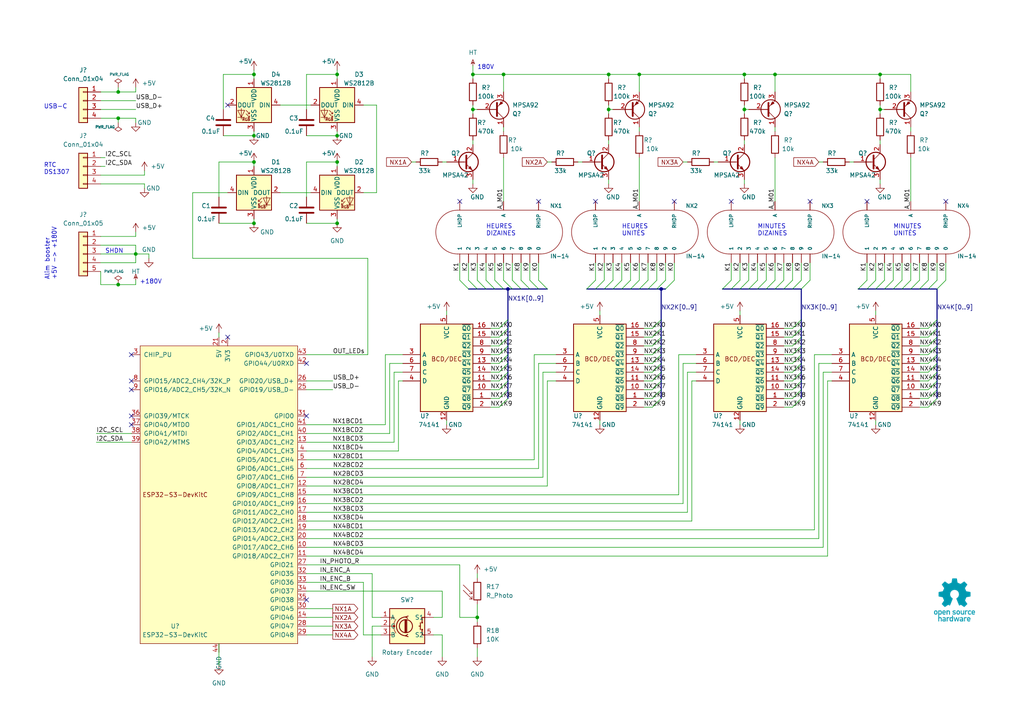
<source format=kicad_sch>
(kicad_sch (version 20230121) (generator eeschema)

  (uuid 85cb51be-adf5-40e2-a19a-4a872503aa84)

  (paper "A4")

  (title_block
    (title "Horloge Nixie")
    (date "2023-07-10")
    (rev "0.3")
    (company "Author : Laurent Claude - www.laurentclaude.fr")
    (comment 1 "License : Open Source Hardware - CC BY-SA 4.0")
  )

  

  (junction (at 34.29 82.55) (diameter 0) (color 0 0 0 0)
    (uuid 07e8ed18-dd99-4055-8bf1-ff1d52371749)
  )
  (junction (at 73.66 46.99) (diameter 0) (color 0 0 0 0)
    (uuid 089c27e4-385e-4ade-9a3b-63a9efb28db4)
  )
  (junction (at 39.37 73.66) (diameter 0) (color 0 0 0 0)
    (uuid 1cec89a6-015a-41e8-bcd2-229a168eeb34)
  )
  (junction (at 191.77 83.82) (diameter 0) (color 0 0 0 0)
    (uuid 2fdc6285-9f33-4157-b45d-9691ea3a2466)
  )
  (junction (at 146.05 21.59) (diameter 0) (color 0 0 0 0)
    (uuid 5615ab07-9096-4018-9842-1f4f3d859fcc)
  )
  (junction (at 34.29 34.29) (diameter 0) (color 0 0 0 0)
    (uuid 5770e033-157f-474d-a18c-b6b60ed4d561)
  )
  (junction (at 97.79 46.99) (diameter 0) (color 0 0 0 0)
    (uuid 5e936536-4236-47f7-9873-119a8cc58e72)
  )
  (junction (at 97.79 21.59) (diameter 0) (color 0 0 0 0)
    (uuid 6592b354-1560-48e6-b71d-6ab28574f152)
  )
  (junction (at 147.32 83.82) (diameter 0) (color 0 0 0 0)
    (uuid 743d4f8a-61c1-4647-b6f1-b0585437159e)
  )
  (junction (at 255.27 21.59) (diameter 0) (color 0 0 0 0)
    (uuid 750a5ce3-1dab-42dd-beb6-3b0764571004)
  )
  (junction (at 137.16 31.75) (diameter 0) (color 0 0 0 0)
    (uuid 759463ca-0b71-4937-af17-d0ccb9733c77)
  )
  (junction (at 73.66 21.59) (diameter 0) (color 0 0 0 0)
    (uuid 8066e2e8-981e-4642-bb3e-a14547701754)
  )
  (junction (at 215.9 21.59) (diameter 0) (color 0 0 0 0)
    (uuid 9a0cfae8-16f0-4116-a468-69cdd529b886)
  )
  (junction (at 73.66 39.37) (diameter 0) (color 0 0 0 0)
    (uuid a009dcdc-61bf-44c9-a225-29805b49000c)
  )
  (junction (at 255.27 31.75) (diameter 0) (color 0 0 0 0)
    (uuid a5fcb0de-f46f-4431-9ca2-5c0d00ff6881)
  )
  (junction (at 176.53 21.59) (diameter 0) (color 0 0 0 0)
    (uuid aab12c5a-dd02-4b97-902f-b7455cc8b57c)
  )
  (junction (at 97.79 64.77) (diameter 0) (color 0 0 0 0)
    (uuid b2ab96d8-5570-4f0c-b35b-bce653fd8267)
  )
  (junction (at 34.29 26.67) (diameter 0) (color 0 0 0 0)
    (uuid c8a92d1b-5188-42e3-800f-545785f21a34)
  )
  (junction (at 97.79 39.37) (diameter 0) (color 0 0 0 0)
    (uuid cad22653-b0f4-4a5c-b708-736ce3e9a272)
  )
  (junction (at 73.66 64.77) (diameter 0) (color 0 0 0 0)
    (uuid cf763434-2528-44a5-af17-23d0b0738933)
  )
  (junction (at 176.53 31.75) (diameter 0) (color 0 0 0 0)
    (uuid d518429d-e0c1-4ce2-b043-453594b0f65a)
  )
  (junction (at 138.43 179.07) (diameter 0) (color 0 0 0 0)
    (uuid dcb943c9-1271-4511-aa1f-d7a6778b2ab5)
  )
  (junction (at 224.79 21.59) (diameter 0) (color 0 0 0 0)
    (uuid dcfedead-32c9-406e-861f-75e0bc1134e4)
  )
  (junction (at 185.42 21.59) (diameter 0) (color 0 0 0 0)
    (uuid f5943da8-6bff-4aee-bb3d-a26361081eb2)
  )
  (junction (at 215.9 31.75) (diameter 0) (color 0 0 0 0)
    (uuid f6d0607f-15b8-479b-ba98-6f588a60739b)
  )
  (junction (at 137.16 21.59) (diameter 0) (color 0 0 0 0)
    (uuid ff6d24e4-46d3-4158-945e-d13bcc9ce28a)
  )

  (no_connect (at 274.32 58.42) (uuid 0364b22a-793f-4abe-bb5b-f5e35d7e92a2))
  (no_connect (at 38.1 113.03) (uuid 08762dad-d7f0-4526-8508-432866dbb6da))
  (no_connect (at 88.9 173.99) (uuid 12e21145-e0ce-48bf-b351-19cd05a795f5))
  (no_connect (at 66.04 97.79) (uuid 240dcbac-2fd0-4f5a-8754-3903c7d20fe8))
  (no_connect (at 38.1 123.19) (uuid 3d0530ca-63dd-4fcb-8771-5722d5f55147))
  (no_connect (at 38.1 110.49) (uuid 47b04f02-72f2-4d1e-a738-57a97644265c))
  (no_connect (at 251.46 58.42) (uuid 5e3d5473-b331-4472-a5a0-3125af633e4e))
  (no_connect (at 172.72 58.42) (uuid 6fc8bede-2905-4ce2-a77c-e6588e783cde))
  (no_connect (at 156.21 58.42) (uuid 91e0d4eb-ab06-481d-a5e5-88cd2d053e6d))
  (no_connect (at 234.95 58.42) (uuid 92f17128-26b3-4fe5-922d-f9e72ac0b523))
  (no_connect (at 66.04 30.48) (uuid 9dfc0186-ddab-4cbb-a16d-50b209f69965))
  (no_connect (at 38.1 102.87) (uuid 9f187a70-fb2c-4fae-a70c-cbcdb4b946a8))
  (no_connect (at 195.58 58.42) (uuid a5472733-4939-4f2e-ad6f-673648f095b8))
  (no_connect (at 88.9 120.65) (uuid b9e3896d-ef1c-475f-b320-e748d0edec82))
  (no_connect (at 38.1 120.65) (uuid ccf74a3d-3575-43bf-9110-f75f1582d0cc))
  (no_connect (at 88.9 105.41) (uuid ce6891d6-a78c-4b72-8ed7-ae254e16c718))
  (no_connect (at 133.35 58.42) (uuid cf366d22-2edd-4004-b2b7-261c4eee3e9b))
  (no_connect (at 212.09 58.42) (uuid d11bfada-85b7-4fc9-863a-7393e7935fc3))

  (bus_entry (at 147.32 107.95) (size -2.54 2.54)
    (stroke (width 0) (type default))
    (uuid 0c4616c9-9a67-4383-988d-650033375aa6)
  )
  (bus_entry (at 138.43 83.82) (size -2.54 -2.54)
    (stroke (width 0) (type default))
    (uuid 0cee9690-63d8-4bd0-8e1c-d4ab91acc61b)
  )
  (bus_entry (at 232.41 83.82) (size 2.54 -2.54)
    (stroke (width 0) (type default))
    (uuid 0d8e9167-a791-424f-a66b-9f4219616c20)
  )
  (bus_entry (at 148.59 83.82) (size -2.54 -2.54)
    (stroke (width 0) (type default))
    (uuid 110fee78-e24e-43fb-bb87-a225700edd14)
  )
  (bus_entry (at 158.75 83.82) (size -2.54 -2.54)
    (stroke (width 0) (type default))
    (uuid 13d56eaf-5d55-4beb-a393-1ae49a260ed3)
  )
  (bus_entry (at 191.77 95.25) (size -2.54 2.54)
    (stroke (width 0) (type default))
    (uuid 147cb133-d537-45f2-9d33-a9dfd92dbca8)
  )
  (bus_entry (at 232.41 113.03) (size -2.54 2.54)
    (stroke (width 0) (type default))
    (uuid 1647c0f9-dd76-4c02-83d1-f0d31f4b913a)
  )
  (bus_entry (at 177.8 83.82) (size 2.54 -2.54)
    (stroke (width 0) (type default))
    (uuid 19956e8b-235b-4216-babe-f91995b804d6)
  )
  (bus_entry (at 212.09 83.82) (size 2.54 -2.54)
    (stroke (width 0) (type default))
    (uuid 214aa496-d1f0-4397-91b0-d9bfcb6ec210)
  )
  (bus_entry (at 271.78 113.03) (size -2.54 2.54)
    (stroke (width 0) (type default))
    (uuid 224b4994-058e-46df-9ab2-7eba7946e822)
  )
  (bus_entry (at 232.41 92.71) (size -2.54 2.54)
    (stroke (width 0) (type default))
    (uuid 22adc3c6-a15d-425d-ab1b-0c13e029b7cc)
  )
  (bus_entry (at 146.05 83.82) (size -2.54 -2.54)
    (stroke (width 0) (type default))
    (uuid 22bb564f-eb07-4720-9180-19db2205fb30)
  )
  (bus_entry (at 271.78 110.49) (size -2.54 2.54)
    (stroke (width 0) (type default))
    (uuid 24683a40-2aee-40ca-bcb9-2e71cd40435d)
  )
  (bus_entry (at 232.41 102.87) (size -2.54 2.54)
    (stroke (width 0) (type default))
    (uuid 298421bb-ddcc-4030-a25e-ae2b1ecf275c)
  )
  (bus_entry (at 182.88 83.82) (size 2.54 -2.54)
    (stroke (width 0) (type default))
    (uuid 30f99afb-43cf-45f5-b3a5-48da69806aec)
  )
  (bus_entry (at 232.41 107.95) (size -2.54 2.54)
    (stroke (width 0) (type default))
    (uuid 344d728f-1157-4933-955d-d37646f92458)
  )
  (bus_entry (at 259.08 83.82) (size 2.54 -2.54)
    (stroke (width 0) (type default))
    (uuid 3a100365-8cff-4a52-841f-68e818c219e3)
  )
  (bus_entry (at 147.32 113.03) (size -2.54 2.54)
    (stroke (width 0) (type default))
    (uuid 3a2f76b1-bed5-44d2-9af8-887af554e642)
  )
  (bus_entry (at 175.26 83.82) (size 2.54 -2.54)
    (stroke (width 0) (type default))
    (uuid 3dde9ccc-a34d-4cee-813d-549c339b7732)
  )
  (bus_entry (at 224.79 83.82) (size 2.54 -2.54)
    (stroke (width 0) (type default))
    (uuid 45d0bb26-afcf-4a51-9665-e7e60acf8ab5)
  )
  (bus_entry (at 191.77 97.79) (size -2.54 2.54)
    (stroke (width 0) (type default))
    (uuid 4b61c22b-adae-4266-a071-029472c9a83a)
  )
  (bus_entry (at 209.55 83.82) (size 2.54 -2.54)
    (stroke (width 0) (type default))
    (uuid 4df71619-7142-45df-b446-0f5fc14904da)
  )
  (bus_entry (at 271.78 105.41) (size -2.54 2.54)
    (stroke (width 0) (type default))
    (uuid 4f712fb8-0133-421a-9fb7-9f9c1fef2b0a)
  )
  (bus_entry (at 248.92 83.82) (size 2.54 -2.54)
    (stroke (width 0) (type default))
    (uuid 4f7c5769-c2b0-4294-b68e-57b012e5dc7e)
  )
  (bus_entry (at 187.96 83.82) (size 2.54 -2.54)
    (stroke (width 0) (type default))
    (uuid 51c1dcbc-33f6-4591-8b56-c3fe34bde0bd)
  )
  (bus_entry (at 217.17 83.82) (size 2.54 -2.54)
    (stroke (width 0) (type default))
    (uuid 57c15fb9-e79a-4789-9352-7fb76a303e58)
  )
  (bus_entry (at 254 83.82) (size 2.54 -2.54)
    (stroke (width 0) (type default))
    (uuid 5cd203bc-ee38-40d6-bf46-ee30b4f40a08)
  )
  (bus_entry (at 191.77 100.33) (size -2.54 2.54)
    (stroke (width 0) (type default))
    (uuid 5d3f533b-9600-4adc-974c-54af180a30cb)
  )
  (bus_entry (at 271.78 92.71) (size -2.54 2.54)
    (stroke (width 0) (type default))
    (uuid 6041095b-28e1-4a6c-8e60-d26c197503b9)
  )
  (bus_entry (at 147.32 110.49) (size -2.54 2.54)
    (stroke (width 0) (type default))
    (uuid 63541b0e-ed78-42a5-9f9b-fbeb258d5057)
  )
  (bus_entry (at 271.78 115.57) (size -2.54 2.54)
    (stroke (width 0) (type default))
    (uuid 667c5d7b-1b65-466e-9e37-b1d94e00e7c8)
  )
  (bus_entry (at 219.71 83.82) (size 2.54 -2.54)
    (stroke (width 0) (type default))
    (uuid 68c030d1-1721-4dbe-8ae3-79255a89fca2)
  )
  (bus_entry (at 227.33 83.82) (size 2.54 -2.54)
    (stroke (width 0) (type default))
    (uuid 69f9ab20-4e77-4806-a2f1-5c6d52a7d62d)
  )
  (bus_entry (at 271.78 95.25) (size -2.54 2.54)
    (stroke (width 0) (type default))
    (uuid 7355ab15-c7c8-4b26-9520-f3fbdb5029c6)
  )
  (bus_entry (at 191.77 115.57) (size -2.54 2.54)
    (stroke (width 0) (type default))
    (uuid 76bfdb55-64d1-4bb0-98fb-93508e8410ef)
  )
  (bus_entry (at 191.77 107.95) (size -2.54 2.54)
    (stroke (width 0) (type default))
    (uuid 7df90f56-4840-4213-a820-ab535b29b585)
  )
  (bus_entry (at 140.97 83.82) (size -2.54 -2.54)
    (stroke (width 0) (type default))
    (uuid 7faa56ee-fb9c-4c5d-b13a-03cba046fb44)
  )
  (bus_entry (at 232.41 97.79) (size -2.54 2.54)
    (stroke (width 0) (type default))
    (uuid 8350a692-7c0a-4999-b8bc-51495ae65179)
  )
  (bus_entry (at 147.32 102.87) (size -2.54 2.54)
    (stroke (width 0) (type default))
    (uuid 871ab2d8-1dc7-444c-bffb-3fdef627d584)
  )
  (bus_entry (at 264.16 83.82) (size 2.54 -2.54)
    (stroke (width 0) (type default))
    (uuid 892b27ce-e4f9-4a92-afa3-99899cd4844c)
  )
  (bus_entry (at 135.89 83.82) (size -2.54 -2.54)
    (stroke (width 0) (type default))
    (uuid 893bc4a7-a641-4e36-9a45-4b53f61a099e)
  )
  (bus_entry (at 271.78 102.87) (size -2.54 2.54)
    (stroke (width 0) (type default))
    (uuid 8a7fbbce-fb70-47b9-8bf7-7e76e5cfcd69)
  )
  (bus_entry (at 156.21 83.82) (size -2.54 -2.54)
    (stroke (width 0) (type default))
    (uuid 8badf74b-6cf4-447e-b7d6-d60e89a69886)
  )
  (bus_entry (at 147.32 92.71) (size -2.54 2.54)
    (stroke (width 0) (type default))
    (uuid 8d2fe93e-8539-40cc-b4d0-db3c136d21d0)
  )
  (bus_entry (at 271.78 97.79) (size -2.54 2.54)
    (stroke (width 0) (type default))
    (uuid 9596567b-b831-431a-b03d-83ebece59820)
  )
  (bus_entry (at 147.32 105.41) (size -2.54 2.54)
    (stroke (width 0) (type default))
    (uuid 97d4d258-03e5-4edc-bd27-0caca0d200f7)
  )
  (bus_entry (at 191.77 113.03) (size -2.54 2.54)
    (stroke (width 0) (type default))
    (uuid 9cf8c0e6-5ea3-4d3c-9d36-e8b528d17fa2)
  )
  (bus_entry (at 256.54 83.82) (size 2.54 -2.54)
    (stroke (width 0) (type default))
    (uuid 9d8a7191-5d3d-4978-b608-620899e27592)
  )
  (bus_entry (at 266.7 83.82) (size 2.54 -2.54)
    (stroke (width 0) (type default))
    (uuid a231292f-ca44-411a-8966-8c1863b9b52a)
  )
  (bus_entry (at 191.77 105.41) (size -2.54 2.54)
    (stroke (width 0) (type default))
    (uuid a3a8686f-c7f1-42bf-8a3b-f7a88adbe45e)
  )
  (bus_entry (at 271.78 107.95) (size -2.54 2.54)
    (stroke (width 0) (type default))
    (uuid a40aabea-06dc-4aed-ae75-1b084d445ec5)
  )
  (bus_entry (at 271.78 83.82) (size 2.54 -2.54)
    (stroke (width 0) (type default))
    (uuid a847198b-90c7-4147-b4e6-c2084145df42)
  )
  (bus_entry (at 147.32 95.25) (size -2.54 2.54)
    (stroke (width 0) (type default))
    (uuid aa4624b0-9ca2-411a-8fd3-522cbcd97a6f)
  )
  (bus_entry (at 180.34 83.82) (size 2.54 -2.54)
    (stroke (width 0) (type default))
    (uuid ac4c4406-31a2-4aa9-91c7-a27279ab3d9c)
  )
  (bus_entry (at 193.04 83.82) (size 2.54 -2.54)
    (stroke (width 0) (type default))
    (uuid b3664417-5b00-409f-b4d8-d8fc2534c251)
  )
  (bus_entry (at 147.32 115.57) (size -2.54 2.54)
    (stroke (width 0) (type default))
    (uuid bb359336-b9d1-4da7-b252-293fa953c2ef)
  )
  (bus_entry (at 143.51 83.82) (size -2.54 -2.54)
    (stroke (width 0) (type default))
    (uuid bd101000-62ba-4dea-b1a4-e146ac8b859c)
  )
  (bus_entry (at 214.63 83.82) (size 2.54 -2.54)
    (stroke (width 0) (type default))
    (uuid c25ea124-91dc-4261-b6a8-d6a82331b2f2)
  )
  (bus_entry (at 232.41 110.49) (size -2.54 2.54)
    (stroke (width 0) (type default))
    (uuid c738e10d-b1a7-44bc-b3d3-7b0b60af297a)
  )
  (bus_entry (at 271.78 100.33) (size -2.54 2.54)
    (stroke (width 0) (type default))
    (uuid c88eba5d-e6a7-4c90-a8b8-8a08d2b0a49a)
  )
  (bus_entry (at 190.5 83.82) (size 2.54 -2.54)
    (stroke (width 0) (type default))
    (uuid c99fa424-7fbf-47c9-a1f0-038f3d954041)
  )
  (bus_entry (at 153.67 83.82) (size -2.54 -2.54)
    (stroke (width 0) (type default))
    (uuid cbd7b5a4-15f2-4079-a667-82c2a91767e7)
  )
  (bus_entry (at 261.62 83.82) (size 2.54 -2.54)
    (stroke (width 0) (type default))
    (uuid cdb37095-99d4-4965-867e-7233add92de7)
  )
  (bus_entry (at 229.87 83.82) (size 2.54 -2.54)
    (stroke (width 0) (type default))
    (uuid cdf47dd6-c72a-46ad-b6dc-95f46010d3c6)
  )
  (bus_entry (at 251.46 83.82) (size 2.54 -2.54)
    (stroke (width 0) (type default))
    (uuid ce4f30c9-e4fb-4b7e-8df2-404f4a195bbc)
  )
  (bus_entry (at 172.72 83.82) (size 2.54 -2.54)
    (stroke (width 0) (type default))
    (uuid ce9535ae-8e2e-4779-88fb-4312c73d94f2)
  )
  (bus_entry (at 191.77 92.71) (size -2.54 2.54)
    (stroke (width 0) (type default))
    (uuid d2e3bf77-a194-4138-8a5b-98bfa32849f7)
  )
  (bus_entry (at 191.77 110.49) (size -2.54 2.54)
    (stroke (width 0) (type default))
    (uuid d375c40d-32f3-4ecf-951d-f3bd3c94a6be)
  )
  (bus_entry (at 269.24 83.82) (size 2.54 -2.54)
    (stroke (width 0) (type default))
    (uuid d601152e-24f6-4dc2-8868-35f63e9d6e6e)
  )
  (bus_entry (at 191.77 102.87) (size -2.54 2.54)
    (stroke (width 0) (type default))
    (uuid d742bbce-6349-479f-b847-9b459cc5a9f4)
  )
  (bus_entry (at 147.32 97.79) (size -2.54 2.54)
    (stroke (width 0) (type default))
    (uuid d78da5d5-ba93-4f92-9bfc-48894a123922)
  )
  (bus_entry (at 232.41 115.57) (size -2.54 2.54)
    (stroke (width 0) (type default))
    (uuid d860ba23-2128-47b4-bb03-be2f643d440a)
  )
  (bus_entry (at 222.25 83.82) (size 2.54 -2.54)
    (stroke (width 0) (type default))
    (uuid d9898630-0652-4b8e-82a1-fb2b40535d3c)
  )
  (bus_entry (at 232.41 95.25) (size -2.54 2.54)
    (stroke (width 0) (type default))
    (uuid dc003fba-0c2d-44dc-a24c-8561b45edbed)
  )
  (bus_entry (at 232.41 105.41) (size -2.54 2.54)
    (stroke (width 0) (type default))
    (uuid dd86d5e1-2a46-4d79-9920-bfb54e884767)
  )
  (bus_entry (at 170.18 83.82) (size 2.54 -2.54)
    (stroke (width 0) (type default))
    (uuid e63cd199-bdb2-4b9e-a95b-46197985dcc8)
  )
  (bus_entry (at 151.13 83.82) (size -2.54 -2.54)
    (stroke (width 0) (type default))
    (uuid ee53ea4e-0af9-4b07-a2d3-ccae7521cc22)
  )
  (bus_entry (at 232.41 100.33) (size -2.54 2.54)
    (stroke (width 0) (type default))
    (uuid ef8074a5-305c-4410-a53a-f1542b6a094d)
  )
  (bus_entry (at 147.32 100.33) (size -2.54 2.54)
    (stroke (width 0) (type default))
    (uuid f0d6749e-942e-4699-9384-294676f697d0)
  )
  (bus_entry (at 185.42 83.82) (size 2.54 -2.54)
    (stroke (width 0) (type default))
    (uuid f2190a6b-1ed0-4ba5-9c59-c23f0ca17d6f)
  )

  (wire (pts (xy 29.21 34.29) (xy 34.29 34.29))
    (stroke (width 0) (type default))
    (uuid 0029fe6d-dd7b-45e5-ad95-9f7331d90737)
  )
  (wire (pts (xy 259.08 76.2) (xy 259.08 81.28))
    (stroke (width 0) (type default))
    (uuid 002eb743-d1f4-48b1-b4be-6a47b81780a2)
  )
  (wire (pts (xy 185.42 76.2) (xy 185.42 81.28))
    (stroke (width 0) (type default))
    (uuid 00b8b6f0-8375-4bcc-9784-4f8ab8d4e0d1)
  )
  (wire (pts (xy 182.88 76.2) (xy 182.88 81.28))
    (stroke (width 0) (type default))
    (uuid 00d90ffb-0473-4e88-9e42-ceb2e307fa95)
  )
  (bus (pts (xy 187.96 83.82) (xy 190.5 83.82))
    (stroke (width 0) (type default))
    (uuid 00e4f242-3173-4a40-9fda-926a6184debe)
  )
  (bus (pts (xy 191.77 100.33) (xy 191.77 102.87))
    (stroke (width 0) (type default))
    (uuid 0100797a-9312-4b5b-b0a9-1ed235c69c40)
  )

  (wire (pts (xy 271.78 76.2) (xy 271.78 81.28))
    (stroke (width 0) (type default))
    (uuid 0125bbc6-cad5-4e89-b43d-84e712d32a9f)
  )
  (wire (pts (xy 88.9 161.29) (xy 240.03 161.29))
    (stroke (width 0) (type default))
    (uuid 01ef150e-f991-424b-95a4-33a024876d48)
  )
  (bus (pts (xy 182.88 83.82) (xy 185.42 83.82))
    (stroke (width 0) (type default))
    (uuid 04553f54-7390-4cdc-b835-e53a96ae3564)
  )

  (wire (pts (xy 29.21 53.34) (xy 41.91 53.34))
    (stroke (width 0) (type default))
    (uuid 045ca92c-e0d8-4a0a-92be-51f16b59d349)
  )
  (wire (pts (xy 255.27 30.48) (xy 255.27 31.75))
    (stroke (width 0) (type default))
    (uuid 0479bf8d-e841-4f16-bbf4-c552f1f71bb6)
  )
  (wire (pts (xy 39.37 73.66) (xy 39.37 76.2))
    (stroke (width 0) (type default))
    (uuid 0504dfa6-d480-4af4-9925-ac8a9417c82c)
  )
  (bus (pts (xy 147.32 95.25) (xy 147.32 97.79))
    (stroke (width 0) (type default))
    (uuid 051bdf8e-4c58-4233-8bf8-83954e40e636)
  )

  (wire (pts (xy 29.21 29.21) (xy 39.37 29.21))
    (stroke (width 0) (type default))
    (uuid 069bacfa-849f-4d32-9a49-9316f2cec2f7)
  )
  (wire (pts (xy 227.33 102.87) (xy 229.87 102.87))
    (stroke (width 0) (type default))
    (uuid 0796e4a2-29ce-4911-ad87-ba6c6408c282)
  )
  (wire (pts (xy 140.97 76.2) (xy 140.97 81.28))
    (stroke (width 0) (type default))
    (uuid 07b8214a-41f3-479a-ac1e-e0f986ecb780)
  )
  (wire (pts (xy 200.66 110.49) (xy 200.66 151.13))
    (stroke (width 0) (type default))
    (uuid 08e3c111-2121-4810-bb89-c683d61a37c1)
  )
  (wire (pts (xy 186.69 97.79) (xy 189.23 97.79))
    (stroke (width 0) (type default))
    (uuid 0a8badbc-89d8-40ff-8a1f-b9570c1fb9aa)
  )
  (bus (pts (xy 271.78 95.25) (xy 271.78 97.79))
    (stroke (width 0) (type default))
    (uuid 0e5edd34-306a-4e60-b51f-c2b6051bb5b0)
  )
  (bus (pts (xy 271.78 105.41) (xy 271.78 107.95))
    (stroke (width 0) (type default))
    (uuid 0e9e26ab-09a9-4959-91f6-6c5f3c2235a8)
  )
  (bus (pts (xy 214.63 83.82) (xy 217.17 83.82))
    (stroke (width 0) (type default))
    (uuid 0f7bb420-1bc3-4871-a9ad-4bab5d0c2fdb)
  )

  (wire (pts (xy 125.73 179.07) (xy 128.27 179.07))
    (stroke (width 0) (type default))
    (uuid 0fcb4e0f-b917-4dfb-8717-ae4680c7a9f1)
  )
  (wire (pts (xy 156.21 76.2) (xy 156.21 81.28))
    (stroke (width 0) (type default))
    (uuid 106c4c08-9349-43d3-a9c8-a704e591f39f)
  )
  (wire (pts (xy 227.33 105.41) (xy 229.87 105.41))
    (stroke (width 0) (type default))
    (uuid 107a0604-a1f4-4a3b-bcef-aa0e20ad9bbf)
  )
  (bus (pts (xy 185.42 83.82) (xy 187.96 83.82))
    (stroke (width 0) (type default))
    (uuid 108dc9ad-caa2-417a-a9ca-d27c3f4918fb)
  )

  (wire (pts (xy 215.9 30.48) (xy 215.9 31.75))
    (stroke (width 0) (type default))
    (uuid 115dae77-de80-429f-a2bf-6995b3813ac6)
  )
  (wire (pts (xy 66.04 55.88) (xy 55.88 55.88))
    (stroke (width 0) (type default))
    (uuid 11706af1-6186-4b6d-ae7b-a5e7b4ef5514)
  )
  (wire (pts (xy 29.21 45.72) (xy 30.48 45.72))
    (stroke (width 0) (type default))
    (uuid 12805dbd-0f6f-4337-85b1-fdc1344feb12)
  )
  (wire (pts (xy 229.87 76.2) (xy 229.87 81.28))
    (stroke (width 0) (type default))
    (uuid 1309c506-4464-4af5-8d4c-e71be8524662)
  )
  (wire (pts (xy 255.27 21.59) (xy 255.27 22.86))
    (stroke (width 0) (type default))
    (uuid 1352f237-3962-4938-b994-232370658e2c)
  )
  (wire (pts (xy 224.79 76.2) (xy 224.79 81.28))
    (stroke (width 0) (type default))
    (uuid 138edba6-18a1-4004-a0dc-824b8f5e83bc)
  )
  (wire (pts (xy 215.9 52.07) (xy 215.9 53.34))
    (stroke (width 0) (type default))
    (uuid 189e5f71-9980-4f07-8953-52f09086083e)
  )
  (wire (pts (xy 157.48 107.95) (xy 157.48 138.43))
    (stroke (width 0) (type default))
    (uuid 1b551c1b-ddf0-4b05-8de2-4b70034001b4)
  )
  (wire (pts (xy 34.29 25.4) (xy 34.29 26.67))
    (stroke (width 0) (type default))
    (uuid 1ba58374-c729-4655-9223-aafe3305069f)
  )
  (wire (pts (xy 199.39 107.95) (xy 201.93 107.95))
    (stroke (width 0) (type default))
    (uuid 1c0acdac-159d-4e5d-9e7e-21cac57ddb5b)
  )
  (wire (pts (xy 142.24 113.03) (xy 144.78 113.03))
    (stroke (width 0) (type default))
    (uuid 1c0bca5d-6ce5-4ebd-84dd-98454f959ab3)
  )
  (wire (pts (xy 27.94 128.27) (xy 38.1 128.27))
    (stroke (width 0) (type default))
    (uuid 1ced1eee-fad7-44cc-bf0b-cd9f295e630c)
  )
  (wire (pts (xy 88.9 135.89) (xy 156.21 135.89))
    (stroke (width 0) (type default))
    (uuid 1dd7ca11-5344-4e35-9dac-9fc250251e55)
  )
  (wire (pts (xy 43.18 73.66) (xy 39.37 73.66))
    (stroke (width 0) (type default))
    (uuid 1f2af7e6-109f-4ab4-865b-b639c3b869b1)
  )
  (wire (pts (xy 88.9 148.59) (xy 199.39 148.59))
    (stroke (width 0) (type default))
    (uuid 1fb9118a-d865-419c-a8ef-a80703096fb9)
  )
  (wire (pts (xy 138.43 175.26) (xy 138.43 179.07))
    (stroke (width 0) (type default))
    (uuid 1fff1133-1877-4a9c-bc11-1cb95c4dcef4)
  )
  (wire (pts (xy 107.95 181.61) (xy 110.49 181.61))
    (stroke (width 0) (type default))
    (uuid 202e5c38-8d94-455c-8160-02b383262907)
  )
  (bus (pts (xy 180.34 83.82) (xy 182.88 83.82))
    (stroke (width 0) (type default))
    (uuid 2245ecc1-37dd-486a-af61-2cdb49a53325)
  )

  (wire (pts (xy 219.71 76.2) (xy 219.71 81.28))
    (stroke (width 0) (type default))
    (uuid 22dce552-b735-4988-9747-d77863f16d0e)
  )
  (wire (pts (xy 176.53 30.48) (xy 176.53 31.75))
    (stroke (width 0) (type default))
    (uuid 239f4421-e698-4e94-9b09-db7de99a7174)
  )
  (wire (pts (xy 43.18 74.93) (xy 43.18 73.66))
    (stroke (width 0) (type default))
    (uuid 2429f007-ba44-4527-a3e4-01ae0ca2b217)
  )
  (wire (pts (xy 137.16 52.07) (xy 137.16 53.34))
    (stroke (width 0) (type default))
    (uuid 24bab3a8-6eef-4780-a0a5-8c2e1df1052b)
  )
  (wire (pts (xy 215.9 21.59) (xy 224.79 21.59))
    (stroke (width 0) (type default))
    (uuid 24f5b5ca-dda0-4c3b-884a-ac39d88aadd8)
  )
  (wire (pts (xy 55.88 55.88) (xy 55.88 74.93))
    (stroke (width 0) (type default))
    (uuid 251249d9-c86d-47e5-8122-0ccf738f09a0)
  )
  (bus (pts (xy 271.78 113.03) (xy 271.78 115.57))
    (stroke (width 0) (type default))
    (uuid 25adb108-1826-41ae-ae48-17558f99ca33)
  )

  (wire (pts (xy 88.9 113.03) (xy 96.52 113.03))
    (stroke (width 0) (type default))
    (uuid 2623910b-8e8d-4f86-a9c7-ab7e0d98a492)
  )
  (wire (pts (xy 264.16 76.2) (xy 264.16 81.28))
    (stroke (width 0) (type default))
    (uuid 26c7ef47-980b-4f81-be80-a74238e60d06)
  )
  (wire (pts (xy 186.69 118.11) (xy 189.23 118.11))
    (stroke (width 0) (type default))
    (uuid 2763aac2-7e9b-4660-bbf2-7ce22f94a15f)
  )
  (bus (pts (xy 259.08 83.82) (xy 261.62 83.82))
    (stroke (width 0) (type default))
    (uuid 28a7b1e1-7548-4a05-85d9-6790ba20f8c8)
  )

  (wire (pts (xy 224.79 26.67) (xy 224.79 21.59))
    (stroke (width 0) (type default))
    (uuid 28dccf2d-f903-4e9e-8e72-e36704d77020)
  )
  (wire (pts (xy 97.79 63.5) (xy 97.79 64.77))
    (stroke (width 0) (type default))
    (uuid 2a878a92-fed9-487e-9142-b51e589ca15d)
  )
  (wire (pts (xy 261.62 76.2) (xy 261.62 81.28))
    (stroke (width 0) (type default))
    (uuid 2ac507e5-a213-47d2-8bfa-b2e2813fc44a)
  )
  (wire (pts (xy 137.16 21.59) (xy 137.16 22.86))
    (stroke (width 0) (type default))
    (uuid 2af35554-b31b-4ec0-94c6-45b58cc687e6)
  )
  (bus (pts (xy 191.77 113.03) (xy 191.77 115.57))
    (stroke (width 0) (type default))
    (uuid 2bf12ba4-2108-4c17-bd2a-a554d0f74f0a)
  )

  (wire (pts (xy 88.9 143.51) (xy 196.85 143.51))
    (stroke (width 0) (type default))
    (uuid 2c33865f-7120-4618-b441-9fad0c46e2ef)
  )
  (bus (pts (xy 147.32 92.71) (xy 147.32 95.25))
    (stroke (width 0) (type default))
    (uuid 2cdbb220-2d68-48dc-8015-fe8e2a25112b)
  )

  (wire (pts (xy 199.39 148.59) (xy 199.39 107.95))
    (stroke (width 0) (type default))
    (uuid 2ef44027-feaf-4891-bbff-fb1e42347b11)
  )
  (bus (pts (xy 191.77 95.25) (xy 191.77 97.79))
    (stroke (width 0) (type default))
    (uuid 2f02f256-d30d-4432-b967-c989c620d0b5)
  )

  (wire (pts (xy 88.9 39.37) (xy 97.79 39.37))
    (stroke (width 0) (type default))
    (uuid 3022acb6-7137-40c0-8ff8-53f49ca761ea)
  )
  (bus (pts (xy 232.41 83.82) (xy 232.41 92.71))
    (stroke (width 0) (type default))
    (uuid 307c258e-a621-4735-a6cf-551e1b2ec2b7)
  )

  (wire (pts (xy 255.27 40.64) (xy 255.27 41.91))
    (stroke (width 0) (type default))
    (uuid 3136659e-d5c7-4f92-87d2-7360422861f7)
  )
  (wire (pts (xy 116.84 110.49) (xy 115.57 110.49))
    (stroke (width 0) (type default))
    (uuid 3291bc59-d168-4569-a14a-137bf12d7000)
  )
  (bus (pts (xy 222.25 83.82) (xy 224.79 83.82))
    (stroke (width 0) (type default))
    (uuid 33557682-2064-4086-9fca-34892f32827b)
  )

  (wire (pts (xy 39.37 34.29) (xy 39.37 35.56))
    (stroke (width 0) (type default))
    (uuid 33920d9e-9de3-4996-8082-2731c360fef9)
  )
  (wire (pts (xy 142.24 95.25) (xy 144.78 95.25))
    (stroke (width 0) (type default))
    (uuid 355b42e2-556b-4209-ab6e-d376657fa388)
  )
  (wire (pts (xy 186.69 113.03) (xy 189.23 113.03))
    (stroke (width 0) (type default))
    (uuid 357e2d20-041f-43a6-b7c6-91e1bf2d8d27)
  )
  (wire (pts (xy 73.66 46.99) (xy 73.66 48.26))
    (stroke (width 0) (type default))
    (uuid 35801a5d-ce70-401e-b547-cb7b8161d06a)
  )
  (wire (pts (xy 137.16 40.64) (xy 137.16 41.91))
    (stroke (width 0) (type default))
    (uuid 35cd83ee-8de9-4b9a-90ca-0c7d7b2cb8eb)
  )
  (wire (pts (xy 215.9 31.75) (xy 217.17 31.75))
    (stroke (width 0) (type default))
    (uuid 35d45d91-17e5-4f72-ad8e-ab1d68961a10)
  )
  (bus (pts (xy 219.71 83.82) (xy 222.25 83.82))
    (stroke (width 0) (type default))
    (uuid 385128f4-63ca-44b0-a5f7-eff9cc4c2dcd)
  )

  (wire (pts (xy 224.79 36.83) (xy 224.79 38.1))
    (stroke (width 0) (type default))
    (uuid 3a4e385c-bffe-4752-961d-d40970f27810)
  )
  (wire (pts (xy 185.42 45.72) (xy 185.42 58.42))
    (stroke (width 0) (type default))
    (uuid 3b74ea6d-c4e6-4413-9a07-c4dfe5ab94fe)
  )
  (bus (pts (xy 271.78 92.71) (xy 271.78 95.25))
    (stroke (width 0) (type default))
    (uuid 3bdd4886-c172-4c8f-bd5a-95a2471a00c7)
  )
  (bus (pts (xy 217.17 83.82) (xy 219.71 83.82))
    (stroke (width 0) (type default))
    (uuid 3e4315e5-f841-457c-aa25-6a6ee7a18feb)
  )

  (wire (pts (xy 107.95 179.07) (xy 107.95 166.37))
    (stroke (width 0) (type default))
    (uuid 3e8f0de5-6e00-4953-ba63-5c22a3d81428)
  )
  (wire (pts (xy 146.05 45.72) (xy 146.05 58.42))
    (stroke (width 0) (type default))
    (uuid 3eb477a0-7a31-4b3c-b058-9822ca99b6a2)
  )
  (bus (pts (xy 271.78 83.82) (xy 271.78 92.71))
    (stroke (width 0) (type default))
    (uuid 3efff11b-5353-4a7f-9bd1-fef2e88e22d7)
  )

  (wire (pts (xy 129.54 121.92) (xy 129.54 123.19))
    (stroke (width 0) (type default))
    (uuid 3f52e54e-3a09-4dbc-9fb8-1018cca2861f)
  )
  (wire (pts (xy 227.33 110.49) (xy 229.87 110.49))
    (stroke (width 0) (type default))
    (uuid 3f94a3d0-9115-4139-8d17-67e5ffec6b3e)
  )
  (wire (pts (xy 116.84 102.87) (xy 111.76 102.87))
    (stroke (width 0) (type default))
    (uuid 40088920-b18e-4310-bf9e-63acdfabcc24)
  )
  (wire (pts (xy 64.77 39.37) (xy 73.66 39.37))
    (stroke (width 0) (type default))
    (uuid 4012d713-3e85-4cf1-8db1-c7687711abee)
  )
  (wire (pts (xy 264.16 36.83) (xy 264.16 38.1))
    (stroke (width 0) (type default))
    (uuid 41cca86d-4eb7-4f55-8c91-17e54a56557b)
  )
  (wire (pts (xy 224.79 21.59) (xy 255.27 21.59))
    (stroke (width 0) (type default))
    (uuid 41da2418-908c-4224-b3b2-80e293333e6c)
  )
  (wire (pts (xy 227.33 76.2) (xy 227.33 81.28))
    (stroke (width 0) (type default))
    (uuid 4454df96-0aa2-4204-bf68-41b4a636ee7d)
  )
  (wire (pts (xy 146.05 36.83) (xy 146.05 38.1))
    (stroke (width 0) (type default))
    (uuid 44f598a2-a6f4-41d9-8203-9b331badc9ab)
  )
  (wire (pts (xy 63.5 57.15) (xy 63.5 46.99))
    (stroke (width 0) (type default))
    (uuid 4516e995-12a2-4036-bbe7-fc9521010c82)
  )
  (wire (pts (xy 29.21 78.74) (xy 29.21 82.55))
    (stroke (width 0) (type default))
    (uuid 453e85a8-46d3-43fd-bdb4-c7424bc2c318)
  )
  (wire (pts (xy 186.69 105.41) (xy 189.23 105.41))
    (stroke (width 0) (type default))
    (uuid 473cf1d5-8bce-48cd-946b-f756b7978a95)
  )
  (bus (pts (xy 151.13 83.82) (xy 153.67 83.82))
    (stroke (width 0) (type default))
    (uuid 485d9747-2647-4c2d-97fd-a3a192a09df9)
  )

  (wire (pts (xy 266.7 76.2) (xy 266.7 81.28))
    (stroke (width 0) (type default))
    (uuid 48686150-9216-4dfb-8c04-71f0ce0503c4)
  )
  (wire (pts (xy 176.53 40.64) (xy 176.53 41.91))
    (stroke (width 0) (type default))
    (uuid 49004451-01f2-4883-81c7-2c7158bc8da1)
  )
  (wire (pts (xy 236.22 153.67) (xy 236.22 102.87))
    (stroke (width 0) (type default))
    (uuid 4c79d3af-4e81-49fa-92dc-da064ed4864a)
  )
  (wire (pts (xy 63.5 64.77) (xy 73.66 64.77))
    (stroke (width 0) (type default))
    (uuid 4cb7b7ab-71cb-4248-ba72-04ec85e1a60c)
  )
  (wire (pts (xy 73.66 63.5) (xy 73.66 64.77))
    (stroke (width 0) (type default))
    (uuid 4ce2c5fb-4a1d-472f-a2d2-60375bee4dd8)
  )
  (wire (pts (xy 129.54 90.17) (xy 129.54 91.44))
    (stroke (width 0) (type default))
    (uuid 4db08b61-96e4-4338-bb8a-30c1c0b5a49b)
  )
  (bus (pts (xy 147.32 105.41) (xy 147.32 107.95))
    (stroke (width 0) (type default))
    (uuid 4de7dae2-0647-4bfc-8e54-a7eddcd0590e)
  )

  (wire (pts (xy 34.29 34.29) (xy 39.37 34.29))
    (stroke (width 0) (type default))
    (uuid 4f890b34-e7a7-4196-b4ff-f6d7b95f8aa5)
  )
  (wire (pts (xy 266.7 107.95) (xy 269.24 107.95))
    (stroke (width 0) (type default))
    (uuid 4fa65109-d36c-458e-9140-2f65fb81ae37)
  )
  (bus (pts (xy 143.51 83.82) (xy 146.05 83.82))
    (stroke (width 0) (type default))
    (uuid 4fb8e337-9754-4ff9-b17a-797e65a1ac0b)
  )

  (wire (pts (xy 185.42 21.59) (xy 215.9 21.59))
    (stroke (width 0) (type default))
    (uuid 4fc7f9db-b413-431e-b291-ee3e16cb8370)
  )
  (bus (pts (xy 212.09 83.82) (xy 214.63 83.82))
    (stroke (width 0) (type default))
    (uuid 526db967-1239-4da3-951b-999546420ab4)
  )
  (bus (pts (xy 191.77 110.49) (xy 191.77 113.03))
    (stroke (width 0) (type default))
    (uuid 536e5ce6-e103-4311-9c33-774705153f27)
  )

  (wire (pts (xy 196.85 143.51) (xy 196.85 102.87))
    (stroke (width 0) (type default))
    (uuid 545a384b-f49e-45da-8784-a5d7304c1c74)
  )
  (bus (pts (xy 138.43 83.82) (xy 140.97 83.82))
    (stroke (width 0) (type default))
    (uuid 54863652-bbb7-4443-b558-4b98d8330ca5)
  )

  (wire (pts (xy 88.9 156.21) (xy 237.49 156.21))
    (stroke (width 0) (type default))
    (uuid 548fce8e-cbec-4d38-beda-62aa10ce532f)
  )
  (wire (pts (xy 246.38 46.99) (xy 247.65 46.99))
    (stroke (width 0) (type default))
    (uuid 55d5907d-591f-4c5a-835c-ddf7eea26b43)
  )
  (wire (pts (xy 207.01 46.99) (xy 208.28 46.99))
    (stroke (width 0) (type default))
    (uuid 5638b3ca-5412-4800-b6f2-4195e4f7e78a)
  )
  (wire (pts (xy 138.43 179.07) (xy 138.43 180.34))
    (stroke (width 0) (type default))
    (uuid 572a5e7e-a5de-4103-a62d-b87b2e35f675)
  )
  (wire (pts (xy 63.5 46.99) (xy 73.66 46.99))
    (stroke (width 0) (type default))
    (uuid 57c78879-22e3-461c-9f5b-b5e78a81b5ce)
  )
  (bus (pts (xy 209.55 83.82) (xy 212.09 83.82))
    (stroke (width 0) (type default))
    (uuid 587d570b-77f5-417f-b420-dfe622624f8a)
  )
  (bus (pts (xy 271.78 102.87) (xy 271.78 105.41))
    (stroke (width 0) (type default))
    (uuid 59d80bc6-f0f5-40f5-993f-56e79f2ffe5e)
  )

  (wire (pts (xy 73.66 38.1) (xy 73.66 39.37))
    (stroke (width 0) (type default))
    (uuid 5a251dda-06a7-467a-bd96-657f1b09d108)
  )
  (wire (pts (xy 107.95 179.07) (xy 110.49 179.07))
    (stroke (width 0) (type default))
    (uuid 5a458a48-fc11-4ac1-9dc8-3fafb8e61965)
  )
  (wire (pts (xy 266.7 100.33) (xy 269.24 100.33))
    (stroke (width 0) (type default))
    (uuid 5a584725-62b5-4a15-8eb9-8efd33bb7197)
  )
  (wire (pts (xy 237.49 46.99) (xy 238.76 46.99))
    (stroke (width 0) (type default))
    (uuid 5bf4987e-92a6-4d2b-bbeb-2ccd778ec9f4)
  )
  (wire (pts (xy 29.21 76.2) (xy 39.37 76.2))
    (stroke (width 0) (type default))
    (uuid 5c97c786-26fb-4f4d-8c50-329c62b3d77d)
  )
  (bus (pts (xy 147.32 83.82) (xy 148.59 83.82))
    (stroke (width 0) (type default))
    (uuid 5e1724e0-36e6-4e6d-89a1-2ff3fe5bd4e2)
  )

  (wire (pts (xy 142.24 107.95) (xy 144.78 107.95))
    (stroke (width 0) (type default))
    (uuid 5e9b9557-9662-41f0-8074-1459d5ed1597)
  )
  (wire (pts (xy 167.64 46.99) (xy 168.91 46.99))
    (stroke (width 0) (type default))
    (uuid 5ec886f2-744e-4124-919b-7e46ffb37e0d)
  )
  (wire (pts (xy 158.75 140.97) (xy 88.9 140.97))
    (stroke (width 0) (type default))
    (uuid 5f532c8a-f54a-4d11-a2ef-33965d689462)
  )
  (wire (pts (xy 29.21 31.75) (xy 39.37 31.75))
    (stroke (width 0) (type default))
    (uuid 5f7fe16d-79df-45cf-870d-7b949a33d14b)
  )
  (bus (pts (xy 251.46 83.82) (xy 254 83.82))
    (stroke (width 0) (type default))
    (uuid 600fff56-a6ec-4b2f-84c6-f7d5e3477585)
  )
  (bus (pts (xy 232.41 107.95) (xy 232.41 110.49))
    (stroke (width 0) (type default))
    (uuid 62f64328-be7d-46f7-ac3d-6313ed70f47b)
  )

  (wire (pts (xy 88.9 151.13) (xy 200.66 151.13))
    (stroke (width 0) (type default))
    (uuid 6389edf9-40b5-428a-8d9d-1d3c2f5227a2)
  )
  (wire (pts (xy 222.25 76.2) (xy 222.25 81.28))
    (stroke (width 0) (type default))
    (uuid 63c51683-9ed6-4031-b60d-ffe8b3bf9d52)
  )
  (wire (pts (xy 88.9 110.49) (xy 96.52 110.49))
    (stroke (width 0) (type default))
    (uuid 63e568b1-a227-4d4b-82d3-8fdf50cd0c21)
  )
  (wire (pts (xy 88.9 46.99) (xy 97.79 46.99))
    (stroke (width 0) (type default))
    (uuid 645bd932-5c97-4f57-a540-85801b55b200)
  )
  (wire (pts (xy 137.16 31.75) (xy 137.16 33.02))
    (stroke (width 0) (type default))
    (uuid 6593b87a-c503-4fee-a768-8c98ea29ff63)
  )
  (bus (pts (xy 229.87 83.82) (xy 232.41 83.82))
    (stroke (width 0) (type default))
    (uuid 659ed404-f319-42cf-96af-57f523d3e17e)
  )

  (wire (pts (xy 266.7 115.57) (xy 269.24 115.57))
    (stroke (width 0) (type default))
    (uuid 66444765-c202-496f-ad6b-33e5ee93482c)
  )
  (wire (pts (xy 138.43 187.96) (xy 138.43 190.5))
    (stroke (width 0) (type default))
    (uuid 68a1a935-4a31-44a2-ac7c-1dc06560f44f)
  )
  (bus (pts (xy 269.24 83.82) (xy 271.78 83.82))
    (stroke (width 0) (type default))
    (uuid 68e96043-6d01-458c-a773-78e1d5b1d043)
  )

  (wire (pts (xy 29.21 26.67) (xy 34.29 26.67))
    (stroke (width 0) (type default))
    (uuid 696e7658-e8d7-43e6-8d44-e817ed2f7ff4)
  )
  (wire (pts (xy 186.69 95.25) (xy 189.23 95.25))
    (stroke (width 0) (type default))
    (uuid 6b0cb391-a73f-4b83-8289-5a4790be0c87)
  )
  (wire (pts (xy 137.16 30.48) (xy 137.16 31.75))
    (stroke (width 0) (type default))
    (uuid 6b26ff9e-462b-40eb-9195-75b060f6e39d)
  )
  (wire (pts (xy 266.7 118.11) (xy 269.24 118.11))
    (stroke (width 0) (type default))
    (uuid 6b46d1b8-7f71-4198-b8fa-871b9b9def4f)
  )
  (bus (pts (xy 256.54 83.82) (xy 259.08 83.82))
    (stroke (width 0) (type default))
    (uuid 6b56c9c2-2283-4dfe-90ce-dbe40014f491)
  )
  (bus (pts (xy 261.62 83.82) (xy 264.16 83.82))
    (stroke (width 0) (type default))
    (uuid 6cdde30d-24e6-4824-a386-d9499f333793)
  )

  (wire (pts (xy 39.37 81.28) (xy 39.37 82.55))
    (stroke (width 0) (type default))
    (uuid 6d29ae52-b68c-4d28-9178-36fc0ca4fcc0)
  )
  (wire (pts (xy 88.9 64.77) (xy 97.79 64.77))
    (stroke (width 0) (type default))
    (uuid 6d71fbda-a658-403a-8f40-0b857f475794)
  )
  (wire (pts (xy 88.9 125.73) (xy 113.03 125.73))
    (stroke (width 0) (type default))
    (uuid 6dd1fb0d-950b-40d1-a2c7-b9d040d28f3b)
  )
  (wire (pts (xy 241.3 105.41) (xy 237.49 105.41))
    (stroke (width 0) (type default))
    (uuid 6f6b7621-13ce-438a-ab11-efd733b3e4f6)
  )
  (wire (pts (xy 73.66 20.32) (xy 73.66 21.59))
    (stroke (width 0) (type default))
    (uuid 70bb92c0-dd4b-42c8-bc85-297cd75548f8)
  )
  (wire (pts (xy 238.76 107.95) (xy 241.3 107.95))
    (stroke (width 0) (type default))
    (uuid 70f74be8-b993-4d03-b0fd-fc830628b9e4)
  )
  (wire (pts (xy 81.28 30.48) (xy 90.17 30.48))
    (stroke (width 0) (type default))
    (uuid 71332da1-121c-4c39-9bc1-a78c4be2d599)
  )
  (wire (pts (xy 34.29 82.55) (xy 39.37 82.55))
    (stroke (width 0) (type default))
    (uuid 71a58f90-fcdc-4aa1-b555-f115a13711e3)
  )
  (wire (pts (xy 64.77 31.75) (xy 64.77 21.59))
    (stroke (width 0) (type default))
    (uuid 734e6e59-ad87-4eb9-9e59-687a9174fc09)
  )
  (wire (pts (xy 137.16 21.59) (xy 146.05 21.59))
    (stroke (width 0) (type default))
    (uuid 738ee8e0-f657-4edd-9062-c7d0c6b65f68)
  )
  (wire (pts (xy 111.76 102.87) (xy 111.76 123.19))
    (stroke (width 0) (type default))
    (uuid 7468a984-5cc0-445b-8705-c30cb1f77ac5)
  )
  (wire (pts (xy 157.48 138.43) (xy 88.9 138.43))
    (stroke (width 0) (type default))
    (uuid 74b6a910-3fbd-444f-a5b7-74104562cf5e)
  )
  (wire (pts (xy 266.7 97.79) (xy 269.24 97.79))
    (stroke (width 0) (type default))
    (uuid 75623ba9-1d0c-43f1-b503-7dab158afe48)
  )
  (wire (pts (xy 64.77 21.59) (xy 73.66 21.59))
    (stroke (width 0) (type default))
    (uuid 773a6da7-5d5d-474a-baf6-4665b6c57332)
  )
  (wire (pts (xy 186.69 107.95) (xy 189.23 107.95))
    (stroke (width 0) (type default))
    (uuid 78eb458e-1569-4c9e-bf9e-5519f0b4f16c)
  )
  (wire (pts (xy 201.93 110.49) (xy 200.66 110.49))
    (stroke (width 0) (type default))
    (uuid 7913346c-01d3-4241-93bc-dfca52bd314c)
  )
  (wire (pts (xy 251.46 76.2) (xy 251.46 81.28))
    (stroke (width 0) (type default))
    (uuid 7943084f-b32c-45db-b457-f1f6ba5a3b9e)
  )
  (wire (pts (xy 97.79 21.59) (xy 97.79 22.86))
    (stroke (width 0) (type default))
    (uuid 79681715-aeb8-4146-8c69-838c2f4b7b68)
  )
  (wire (pts (xy 29.21 73.66) (xy 39.37 73.66))
    (stroke (width 0) (type default))
    (uuid 7a45adba-a5f4-4aba-931b-cb64b65d764a)
  )
  (wire (pts (xy 241.3 110.49) (xy 240.03 110.49))
    (stroke (width 0) (type default))
    (uuid 7aa199f2-6e70-4092-82ba-6845e7e0cd0c)
  )
  (wire (pts (xy 29.21 71.12) (xy 39.37 71.12))
    (stroke (width 0) (type default))
    (uuid 7aa372ac-cdc5-4e06-90f5-cc537c872ba2)
  )
  (bus (pts (xy 191.77 92.71) (xy 191.77 95.25))
    (stroke (width 0) (type default))
    (uuid 7b89a3d6-a4c9-4e33-b8f0-263235ee9934)
  )

  (wire (pts (xy 154.94 133.35) (xy 88.9 133.35))
    (stroke (width 0) (type default))
    (uuid 7bb6fa5c-0f9d-4a7a-9b67-2b6edfc5d310)
  )
  (wire (pts (xy 215.9 21.59) (xy 215.9 22.86))
    (stroke (width 0) (type default))
    (uuid 7cd6aec1-eddd-4df8-ae6b-18f3639be8bb)
  )
  (wire (pts (xy 88.9 163.83) (xy 133.35 163.83))
    (stroke (width 0) (type default))
    (uuid 7d269bf3-3a2d-460e-aa42-ba98366e386a)
  )
  (wire (pts (xy 195.58 76.2) (xy 195.58 81.28))
    (stroke (width 0) (type default))
    (uuid 7de64b45-9a38-4a2f-a2e0-7e8ccfae6895)
  )
  (wire (pts (xy 217.17 76.2) (xy 217.17 81.28))
    (stroke (width 0) (type default))
    (uuid 7efff4f6-a4bb-4da8-b36d-8feb6b392c86)
  )
  (wire (pts (xy 236.22 102.87) (xy 241.3 102.87))
    (stroke (width 0) (type default))
    (uuid 7f322d32-3f82-4b84-8de2-1dd37c3352dd)
  )
  (wire (pts (xy 161.29 102.87) (xy 154.94 102.87))
    (stroke (width 0) (type default))
    (uuid 7f9f7e14-6be3-437c-a032-69a3959aebd6)
  )
  (wire (pts (xy 187.96 76.2) (xy 187.96 81.28))
    (stroke (width 0) (type default))
    (uuid 80445f7f-4d37-430a-8950-e2c8ad7a5136)
  )
  (wire (pts (xy 215.9 31.75) (xy 215.9 33.02))
    (stroke (width 0) (type default))
    (uuid 807b4fbb-64a0-4a95-8d4b-4dbc9dd0d5eb)
  )
  (wire (pts (xy 214.63 121.92) (xy 214.63 123.19))
    (stroke (width 0) (type default))
    (uuid 8095b36f-64d3-4be5-b9d8-2ff6a9296172)
  )
  (wire (pts (xy 142.24 100.33) (xy 144.78 100.33))
    (stroke (width 0) (type default))
    (uuid 821a2c35-69ae-4f63-8102-dc08985bc5a2)
  )
  (wire (pts (xy 146.05 76.2) (xy 146.05 81.28))
    (stroke (width 0) (type default))
    (uuid 827f853f-f4a5-4fd1-b397-1843d82e3660)
  )
  (wire (pts (xy 158.75 110.49) (xy 158.75 140.97))
    (stroke (width 0) (type default))
    (uuid 82fd2183-0472-4b95-92f6-e507aafcc401)
  )
  (wire (pts (xy 55.88 74.93) (xy 106.68 74.93))
    (stroke (width 0) (type default))
    (uuid 84e2a8b8-8aad-4b13-99a7-95cc19d74c13)
  )
  (wire (pts (xy 232.41 76.2) (xy 232.41 81.28))
    (stroke (width 0) (type default))
    (uuid 84fb5886-3c13-4330-be4a-056c2a994148)
  )
  (wire (pts (xy 133.35 76.2) (xy 133.35 81.28))
    (stroke (width 0) (type default))
    (uuid 850239cc-581e-4a2b-911e-16c01ad81f4b)
  )
  (wire (pts (xy 198.12 146.05) (xy 88.9 146.05))
    (stroke (width 0) (type default))
    (uuid 86169393-420b-4170-86f9-1c163aa9d27f)
  )
  (wire (pts (xy 186.69 100.33) (xy 189.23 100.33))
    (stroke (width 0) (type default))
    (uuid 87ee85d0-6881-4d07-a1d4-fb45136e322d)
  )
  (bus (pts (xy 232.41 100.33) (xy 232.41 102.87))
    (stroke (width 0) (type default))
    (uuid 88368078-37eb-4136-b166-bde3d4f22b30)
  )

  (wire (pts (xy 137.16 19.05) (xy 137.16 21.59))
    (stroke (width 0) (type default))
    (uuid 895e2733-1403-4954-80c2-5ba9ca3e3deb)
  )
  (wire (pts (xy 212.09 76.2) (xy 212.09 81.28))
    (stroke (width 0) (type default))
    (uuid 89806192-8545-4935-942b-46ea80a71bca)
  )
  (wire (pts (xy 138.43 166.37) (xy 138.43 167.64))
    (stroke (width 0) (type default))
    (uuid 89bd6c71-676f-4743-ac46-a776631fe511)
  )
  (wire (pts (xy 88.9 128.27) (xy 114.3 128.27))
    (stroke (width 0) (type default))
    (uuid 8bff10a2-d6aa-46a9-93e3-2fd9542baf69)
  )
  (wire (pts (xy 39.37 68.58) (xy 29.21 68.58))
    (stroke (width 0) (type default))
    (uuid 8ccc2da0-4381-4d91-b3bf-40215a17e128)
  )
  (wire (pts (xy 240.03 110.49) (xy 240.03 161.29))
    (stroke (width 0) (type default))
    (uuid 90ca60eb-8f57-4bc6-be9f-9f2044c97e1a)
  )
  (wire (pts (xy 88.9 153.67) (xy 236.22 153.67))
    (stroke (width 0) (type default))
    (uuid 90cb10f6-b57e-4ccc-a03c-8343567143a6)
  )
  (wire (pts (xy 128.27 184.15) (xy 128.27 190.5))
    (stroke (width 0) (type default))
    (uuid 912ca669-9211-425b-9e81-5ecca3402a39)
  )
  (wire (pts (xy 119.38 46.99) (xy 120.65 46.99))
    (stroke (width 0) (type default))
    (uuid 93446682-d5d5-4546-b0c8-62dbf0bb09c3)
  )
  (wire (pts (xy 135.89 76.2) (xy 135.89 81.28))
    (stroke (width 0) (type default))
    (uuid 95061b34-4d27-4987-908f-2c6eed295901)
  )
  (wire (pts (xy 255.27 52.07) (xy 255.27 53.34))
    (stroke (width 0) (type default))
    (uuid 95184c32-d7e4-44a6-8fb3-8a8520ef298c)
  )
  (bus (pts (xy 146.05 83.82) (xy 147.32 83.82))
    (stroke (width 0) (type default))
    (uuid 9606ea76-8640-4d18-8027-550c8bd218f5)
  )
  (bus (pts (xy 135.89 83.82) (xy 138.43 83.82))
    (stroke (width 0) (type default))
    (uuid 96526be6-a8ea-4042-9fd4-1c1db39f32cf)
  )

  (wire (pts (xy 148.59 76.2) (xy 148.59 81.28))
    (stroke (width 0) (type default))
    (uuid 96b68043-5a30-452d-af3c-2ae0917f4fff)
  )
  (wire (pts (xy 177.8 76.2) (xy 177.8 81.28))
    (stroke (width 0) (type default))
    (uuid 96e1e6fb-21a5-4704-90e5-766ecaac4f7a)
  )
  (bus (pts (xy 232.41 97.79) (xy 232.41 100.33))
    (stroke (width 0) (type default))
    (uuid 97059058-7d4d-4d75-a91c-158deb777636)
  )
  (bus (pts (xy 266.7 83.82) (xy 269.24 83.82))
    (stroke (width 0) (type default))
    (uuid 97cea890-1bc1-4761-8487-9e055a1f35e4)
  )
  (bus (pts (xy 271.78 107.95) (xy 271.78 110.49))
    (stroke (width 0) (type default))
    (uuid 97d81834-b077-4d0f-914a-11a859792808)
  )
  (bus (pts (xy 191.77 107.95) (xy 191.77 110.49))
    (stroke (width 0) (type default))
    (uuid 97e1fb36-9ef8-4e3d-bb0c-21a5ca544520)
  )
  (bus (pts (xy 232.41 110.49) (xy 232.41 113.03))
    (stroke (width 0) (type default))
    (uuid 990e0b6c-d2f4-4360-a258-440d6edb43de)
  )
  (bus (pts (xy 224.79 83.82) (xy 227.33 83.82))
    (stroke (width 0) (type default))
    (uuid 9c22055a-f60e-4e7b-950c-4adb7341eecd)
  )

  (wire (pts (xy 88.9 166.37) (xy 107.95 166.37))
    (stroke (width 0) (type default))
    (uuid 9d68092b-f1ae-4df2-9732-b42c6d88ebab)
  )
  (wire (pts (xy 227.33 95.25) (xy 229.87 95.25))
    (stroke (width 0) (type default))
    (uuid a1b55460-85d3-4bd9-9e7d-4a1a3c82e0f3)
  )
  (bus (pts (xy 147.32 102.87) (xy 147.32 105.41))
    (stroke (width 0) (type default))
    (uuid a1dffcea-dfcc-4bb3-bef5-bcbf5c6bae09)
  )

  (wire (pts (xy 238.76 158.75) (xy 238.76 107.95))
    (stroke (width 0) (type default))
    (uuid a209c7ee-9b40-46e1-9444-9ee3eb470a1b)
  )
  (bus (pts (xy 175.26 83.82) (xy 177.8 83.82))
    (stroke (width 0) (type default))
    (uuid a229af82-8187-4e57-a1a6-aada40375bfe)
  )

  (wire (pts (xy 266.7 102.87) (xy 269.24 102.87))
    (stroke (width 0) (type default))
    (uuid a2a82b15-416f-457b-b56c-471cde08a6e0)
  )
  (wire (pts (xy 161.29 105.41) (xy 156.21 105.41))
    (stroke (width 0) (type default))
    (uuid a2b0ce1e-7008-4559-8c3d-f1a654719510)
  )
  (bus (pts (xy 232.41 95.25) (xy 232.41 97.79))
    (stroke (width 0) (type default))
    (uuid a3f7f997-a396-4ed1-9d7d-ae2a9b38b3e0)
  )

  (wire (pts (xy 186.69 102.87) (xy 189.23 102.87))
    (stroke (width 0) (type default))
    (uuid a4879081-bc37-465f-98ab-880718ab1001)
  )
  (wire (pts (xy 39.37 71.12) (xy 39.37 73.66))
    (stroke (width 0) (type default))
    (uuid a4af93ce-5808-4b28-81e7-5a3166fd9bbc)
  )
  (wire (pts (xy 34.29 34.29) (xy 34.29 35.56))
    (stroke (width 0) (type default))
    (uuid a5fe0f7a-0fb6-41db-a8c7-b05e04df733c)
  )
  (bus (pts (xy 227.33 83.82) (xy 229.87 83.82))
    (stroke (width 0) (type default))
    (uuid a66e5b83-e8c1-4900-bcab-79bcdaea998e)
  )

  (wire (pts (xy 146.05 21.59) (xy 176.53 21.59))
    (stroke (width 0) (type default))
    (uuid a8714bbe-5077-4b19-9388-0425b2254bf2)
  )
  (wire (pts (xy 185.42 26.67) (xy 185.42 21.59))
    (stroke (width 0) (type default))
    (uuid a8b80b17-437e-4c6b-8245-64aa32e25a22)
  )
  (wire (pts (xy 264.16 26.67) (xy 264.16 21.59))
    (stroke (width 0) (type default))
    (uuid a8c469cd-7981-4b59-a12d-48dfac7fc360)
  )
  (wire (pts (xy 190.5 76.2) (xy 190.5 81.28))
    (stroke (width 0) (type default))
    (uuid aa73a779-d27a-4ae4-8066-1be41c4e3c80)
  )
  (bus (pts (xy 191.77 102.87) (xy 191.77 105.41))
    (stroke (width 0) (type default))
    (uuid aa7ca5c8-c8fc-4963-a94e-f2e336b2dab6)
  )

  (wire (pts (xy 154.94 102.87) (xy 154.94 133.35))
    (stroke (width 0) (type default))
    (uuid aa9a5ea7-3ec2-40af-97a1-7ce7d935f508)
  )
  (wire (pts (xy 142.24 110.49) (xy 144.78 110.49))
    (stroke (width 0) (type default))
    (uuid abd8d409-7525-4f07-a8f4-d206f93388dd)
  )
  (wire (pts (xy 97.79 20.32) (xy 97.79 21.59))
    (stroke (width 0) (type default))
    (uuid ac410d7d-fc00-4d68-9a5a-bf99a07a5f52)
  )
  (wire (pts (xy 266.7 113.03) (xy 269.24 113.03))
    (stroke (width 0) (type default))
    (uuid ac69bb5a-da2a-4171-8f45-69dd8bc893d2)
  )
  (wire (pts (xy 255.27 31.75) (xy 256.54 31.75))
    (stroke (width 0) (type default))
    (uuid acad59ef-b999-49d4-a773-2ab27ce81e6c)
  )
  (wire (pts (xy 88.9 130.81) (xy 115.57 130.81))
    (stroke (width 0) (type default))
    (uuid ae7dfdab-358f-475a-b883-57621e0abc26)
  )
  (wire (pts (xy 234.95 76.2) (xy 234.95 81.28))
    (stroke (width 0) (type default))
    (uuid af60b322-b2c0-4dd7-993c-b0b31638d9b4)
  )
  (wire (pts (xy 133.35 179.07) (xy 138.43 179.07))
    (stroke (width 0) (type default))
    (uuid afa33358-ea54-49f4-8452-061f38bfecf8)
  )
  (wire (pts (xy 63.5 96.52) (xy 63.5 97.79))
    (stroke (width 0) (type default))
    (uuid afff9d4e-b7db-441e-9511-795b0c9b0eef)
  )
  (wire (pts (xy 214.63 76.2) (xy 214.63 81.28))
    (stroke (width 0) (type default))
    (uuid b02ecefb-03b2-47f9-a39a-8ab83ff3f47c)
  )
  (wire (pts (xy 115.57 110.49) (xy 115.57 130.81))
    (stroke (width 0) (type default))
    (uuid b0f6ef45-5a99-4fc7-806a-d646dc65fbd9)
  )
  (wire (pts (xy 175.26 76.2) (xy 175.26 81.28))
    (stroke (width 0) (type default))
    (uuid b224ad48-7510-4159-a3c1-2a9d1f7fac1a)
  )
  (wire (pts (xy 146.05 26.67) (xy 146.05 21.59))
    (stroke (width 0) (type default))
    (uuid b2ca2e51-2f9b-40a3-8d5b-655680f3a2ca)
  )
  (wire (pts (xy 161.29 110.49) (xy 158.75 110.49))
    (stroke (width 0) (type default))
    (uuid b3650130-3208-4c5e-89ba-1fe72ad4dfb6)
  )
  (wire (pts (xy 227.33 115.57) (xy 229.87 115.57))
    (stroke (width 0) (type default))
    (uuid b38d24a8-f898-478b-97eb-b4a5be0b2a78)
  )
  (wire (pts (xy 196.85 102.87) (xy 201.93 102.87))
    (stroke (width 0) (type default))
    (uuid b3e8241b-2f7f-4975-8787-0e515d72dccb)
  )
  (bus (pts (xy 148.59 83.82) (xy 151.13 83.82))
    (stroke (width 0) (type default))
    (uuid b444bb54-4298-4b9c-8a56-a5a448903b8b)
  )

  (wire (pts (xy 88.9 168.91) (xy 105.41 168.91))
    (stroke (width 0) (type default))
    (uuid b56ae094-da74-4967-a5ad-693fae53b1be)
  )
  (bus (pts (xy 254 83.82) (xy 256.54 83.82))
    (stroke (width 0) (type default))
    (uuid b730b157-0127-40e9-adc3-36504b7c268b)
  )

  (wire (pts (xy 128.27 46.99) (xy 129.54 46.99))
    (stroke (width 0) (type default))
    (uuid b733047e-3276-4725-86a2-89cd9bfbaa9a)
  )
  (wire (pts (xy 180.34 76.2) (xy 180.34 81.28))
    (stroke (width 0) (type default))
    (uuid b855b247-2949-4810-bf20-c9452692c5d4)
  )
  (wire (pts (xy 107.95 190.5) (xy 107.95 181.61))
    (stroke (width 0) (type default))
    (uuid b92a1645-bb11-48cf-b1d1-00073cd39a16)
  )
  (wire (pts (xy 176.53 21.59) (xy 185.42 21.59))
    (stroke (width 0) (type default))
    (uuid b9cac4d0-e1e9-4d7c-b6e3-c31035178908)
  )
  (bus (pts (xy 191.77 97.79) (xy 191.77 100.33))
    (stroke (width 0) (type default))
    (uuid ba4672d4-c816-4479-b9c2-6b1329e85a38)
  )

  (wire (pts (xy 151.13 76.2) (xy 151.13 81.28))
    (stroke (width 0) (type default))
    (uuid bb22d119-ef75-47aa-a6f5-e847a0888227)
  )
  (wire (pts (xy 29.21 82.55) (xy 34.29 82.55))
    (stroke (width 0) (type default))
    (uuid bb893aa6-8a87-4b86-ac8f-05d106d700d9)
  )
  (bus (pts (xy 172.72 83.82) (xy 175.26 83.82))
    (stroke (width 0) (type default))
    (uuid bcb73e28-32c5-4a69-984b-2a971541c4f1)
  )

  (wire (pts (xy 153.67 76.2) (xy 153.67 81.28))
    (stroke (width 0) (type default))
    (uuid be548b99-095c-47e4-a7fd-276315ce0991)
  )
  (wire (pts (xy 114.3 107.95) (xy 114.3 128.27))
    (stroke (width 0) (type default))
    (uuid bf1b0c91-93b2-4980-94ec-a93ba9c37787)
  )
  (wire (pts (xy 128.27 171.45) (xy 128.27 179.07))
    (stroke (width 0) (type default))
    (uuid bf6cf42b-6e81-481e-bcee-e0ad94e598b8)
  )
  (wire (pts (xy 88.9 181.61) (xy 96.52 181.61))
    (stroke (width 0) (type default))
    (uuid c001804b-11a2-40cd-88cf-bd3d0f469b66)
  )
  (wire (pts (xy 254 90.17) (xy 254 91.44))
    (stroke (width 0) (type default))
    (uuid c0e562b5-19ad-4373-91bc-ca075d87d9f7)
  )
  (wire (pts (xy 255.27 31.75) (xy 255.27 33.02))
    (stroke (width 0) (type default))
    (uuid c3b17892-ea5e-42ea-8af0-551542a0ea1f)
  )
  (bus (pts (xy 147.32 107.95) (xy 147.32 110.49))
    (stroke (width 0) (type default))
    (uuid c4f6b46d-be37-4587-ae97-2cc6b9e4a353)
  )

  (wire (pts (xy 142.24 102.87) (xy 144.78 102.87))
    (stroke (width 0) (type default))
    (uuid c560ca71-01b5-46f8-8ef9-bd1c6fd2f5e3)
  )
  (wire (pts (xy 29.21 48.26) (xy 30.48 48.26))
    (stroke (width 0) (type default))
    (uuid c5b736a1-98b1-45f1-a82c-0a9902ea017c)
  )
  (wire (pts (xy 63.5 193.04) (xy 63.5 186.69))
    (stroke (width 0) (type default))
    (uuid c8adb017-39e1-4823-be48-877667d56a88)
  )
  (wire (pts (xy 161.29 107.95) (xy 157.48 107.95))
    (stroke (width 0) (type default))
    (uuid c8d13872-e081-453e-899f-d6ebe4afca27)
  )
  (wire (pts (xy 266.7 110.49) (xy 269.24 110.49))
    (stroke (width 0) (type default))
    (uuid c967042a-6798-4dab-a49c-70cca5be24dd)
  )
  (wire (pts (xy 125.73 184.15) (xy 128.27 184.15))
    (stroke (width 0) (type default))
    (uuid c97605ee-6f75-4692-9f99-8367793bfcd7)
  )
  (wire (pts (xy 109.22 30.48) (xy 109.22 55.88))
    (stroke (width 0) (type default))
    (uuid c9d1d2f4-da30-4cdb-9c6a-f46b67e65343)
  )
  (wire (pts (xy 137.16 31.75) (xy 138.43 31.75))
    (stroke (width 0) (type default))
    (uuid c9f4fab5-bf1b-4710-8580-c08c2c6849d6)
  )
  (wire (pts (xy 227.33 100.33) (xy 229.87 100.33))
    (stroke (width 0) (type default))
    (uuid cab5b118-4642-4e2c-abd9-15d1080d97b3)
  )
  (wire (pts (xy 176.53 21.59) (xy 176.53 22.86))
    (stroke (width 0) (type default))
    (uuid cb18fa61-56f4-4ba1-81bd-fbd56093f412)
  )
  (bus (pts (xy 190.5 83.82) (xy 191.77 83.82))
    (stroke (width 0) (type default))
    (uuid cb3c6378-933d-4996-821a-8b518a765470)
  )
  (bus (pts (xy 147.32 100.33) (xy 147.32 102.87))
    (stroke (width 0) (type default))
    (uuid cb83bc9a-9095-470c-a46b-48d786ee16b9)
  )
  (bus (pts (xy 271.78 110.49) (xy 271.78 113.03))
    (stroke (width 0) (type default))
    (uuid cba44f79-ebd5-46a6-a76e-1a1c26c3d3f8)
  )

  (wire (pts (xy 214.63 90.17) (xy 214.63 91.44))
    (stroke (width 0) (type default))
    (uuid cbfd3b4f-d29a-4653-bc0f-22486f4a2676)
  )
  (wire (pts (xy 185.42 36.83) (xy 185.42 38.1))
    (stroke (width 0) (type default))
    (uuid cc366a13-6600-47b9-94fa-3a6f9146cef3)
  )
  (wire (pts (xy 227.33 97.79) (xy 229.87 97.79))
    (stroke (width 0) (type default))
    (uuid ccf79583-1193-4a72-a23c-545f612330f7)
  )
  (wire (pts (xy 133.35 163.83) (xy 133.35 179.07))
    (stroke (width 0) (type default))
    (uuid ccf8eecf-9ed0-47c5-bd40-5fdddba4092a)
  )
  (wire (pts (xy 88.9 184.15) (xy 96.52 184.15))
    (stroke (width 0) (type default))
    (uuid cd252406-9692-4b31-ac61-836682cc0893)
  )
  (wire (pts (xy 186.69 115.57) (xy 189.23 115.57))
    (stroke (width 0) (type default))
    (uuid cd705c71-3c57-4ebd-addc-5601f40a242f)
  )
  (wire (pts (xy 142.24 118.11) (xy 144.78 118.11))
    (stroke (width 0) (type default))
    (uuid cee193c4-a570-4637-8d38-579bc0d54c8d)
  )
  (wire (pts (xy 256.54 76.2) (xy 256.54 81.28))
    (stroke (width 0) (type default))
    (uuid cf565336-8cd5-411f-9380-0b36fd26aee4)
  )
  (wire (pts (xy 198.12 105.41) (xy 198.12 146.05))
    (stroke (width 0) (type default))
    (uuid d037b68a-5b3f-4eb2-8539-f9b77bfc0ad0)
  )
  (bus (pts (xy 232.41 92.71) (xy 232.41 95.25))
    (stroke (width 0) (type default))
    (uuid d10a46c6-73ad-47aa-ae2a-574c21a66941)
  )

  (wire (pts (xy 109.22 55.88) (xy 105.41 55.88))
    (stroke (width 0) (type default))
    (uuid d10d948a-b6d0-437c-b269-ad538d77a779)
  )
  (bus (pts (xy 232.41 105.41) (xy 232.41 107.95))
    (stroke (width 0) (type default))
    (uuid d132aa95-3c23-4110-880c-466b286450ad)
  )

  (wire (pts (xy 176.53 31.75) (xy 177.8 31.75))
    (stroke (width 0) (type default))
    (uuid d1c0d218-fe9f-46db-8a7b-32a59daa37a0)
  )
  (bus (pts (xy 271.78 97.79) (xy 271.78 100.33))
    (stroke (width 0) (type default))
    (uuid d288e4d6-bc19-4eb2-8351-220ba3e82a59)
  )

  (wire (pts (xy 106.68 74.93) (xy 106.68 102.87))
    (stroke (width 0) (type default))
    (uuid d299339c-db70-46f6-8ea2-afafd505a918)
  )
  (bus (pts (xy 232.41 102.87) (xy 232.41 105.41))
    (stroke (width 0) (type default))
    (uuid d396bee7-3996-4120-8f04-15b92d34d315)
  )

  (wire (pts (xy 73.66 21.59) (xy 73.66 22.86))
    (stroke (width 0) (type default))
    (uuid d4562de3-6d46-41a9-96ca-1f884cfe2656)
  )
  (wire (pts (xy 88.9 158.75) (xy 238.76 158.75))
    (stroke (width 0) (type default))
    (uuid d49d3b13-6069-490f-97f5-2ef60436bfd2)
  )
  (bus (pts (xy 140.97 83.82) (xy 143.51 83.82))
    (stroke (width 0) (type default))
    (uuid d4c12359-7d25-4158-8a57-f14272aa725e)
  )
  (bus (pts (xy 147.32 110.49) (xy 147.32 113.03))
    (stroke (width 0) (type default))
    (uuid d4c5cb9e-7ec9-414f-a3bb-c936c4f229cd)
  )

  (wire (pts (xy 173.99 90.17) (xy 173.99 91.44))
    (stroke (width 0) (type default))
    (uuid d52224e4-f0ca-42f1-8f35-24b9c2aabcfd)
  )
  (bus (pts (xy 191.77 83.82) (xy 193.04 83.82))
    (stroke (width 0) (type default))
    (uuid d5ec4df7-a519-4551-b3fe-0095c88babec)
  )

  (wire (pts (xy 142.24 97.79) (xy 144.78 97.79))
    (stroke (width 0) (type default))
    (uuid d6905046-d0ab-4fe0-969b-f97232fa1f06)
  )
  (wire (pts (xy 97.79 38.1) (xy 97.79 39.37))
    (stroke (width 0) (type default))
    (uuid d69f885f-1d40-459d-b8fe-33cd3f3b829a)
  )
  (wire (pts (xy 215.9 40.64) (xy 215.9 41.91))
    (stroke (width 0) (type default))
    (uuid d70afce5-d879-4659-b426-866c18f50752)
  )
  (wire (pts (xy 34.29 26.67) (xy 39.37 26.67))
    (stroke (width 0) (type default))
    (uuid d73a8be0-1e96-4c57-9789-90be16a5da4a)
  )
  (wire (pts (xy 41.91 53.34) (xy 41.91 54.61))
    (stroke (width 0) (type default))
    (uuid d80f60cb-3208-407c-8d8c-61aaace2a2d2)
  )
  (wire (pts (xy 227.33 118.11) (xy 229.87 118.11))
    (stroke (width 0) (type default))
    (uuid d8592a94-1324-469e-9fce-d4d832e7eca1)
  )
  (wire (pts (xy 176.53 31.75) (xy 176.53 33.02))
    (stroke (width 0) (type default))
    (uuid d8e7093e-45b1-40e4-8e76-0f5bb7681d3c)
  )
  (wire (pts (xy 227.33 113.03) (xy 229.87 113.03))
    (stroke (width 0) (type default))
    (uuid d9c6a42a-dbf0-4f87-8e86-53353e9225c8)
  )
  (wire (pts (xy 88.9 179.07) (xy 96.52 179.07))
    (stroke (width 0) (type default))
    (uuid d9ebda40-7220-449c-9a9b-bedbc3b8b3a8)
  )
  (wire (pts (xy 88.9 123.19) (xy 111.76 123.19))
    (stroke (width 0) (type default))
    (uuid da4ec9a5-c036-4f2c-9438-f8f59ed47fb2)
  )
  (wire (pts (xy 105.41 184.15) (xy 105.41 168.91))
    (stroke (width 0) (type default))
    (uuid da555905-a1c9-4fcb-984c-3bcdd7747b5d)
  )
  (bus (pts (xy 271.78 100.33) (xy 271.78 102.87))
    (stroke (width 0) (type default))
    (uuid dab6f233-0d4a-484b-bf96-5672a9eb4e87)
  )

  (wire (pts (xy 266.7 105.41) (xy 269.24 105.41))
    (stroke (width 0) (type default))
    (uuid db62a95e-ae90-49b0-a168-0ecd7ad6831d)
  )
  (wire (pts (xy 193.04 76.2) (xy 193.04 81.28))
    (stroke (width 0) (type default))
    (uuid dbc16fe8-fdc9-4c81-99b7-4ff72123f416)
  )
  (wire (pts (xy 41.91 49.53) (xy 41.91 50.8))
    (stroke (width 0) (type default))
    (uuid dcd48a50-98ba-4560-9d72-5e35265e7f94)
  )
  (bus (pts (xy 147.32 113.03) (xy 147.32 115.57))
    (stroke (width 0) (type default))
    (uuid dd0162c6-7d7a-4e3d-abf4-c29db9957a16)
  )

  (wire (pts (xy 39.37 67.31) (xy 39.37 68.58))
    (stroke (width 0) (type default))
    (uuid de9a57cf-f4f3-412e-819b-d20cd5d66d75)
  )
  (wire (pts (xy 116.84 105.41) (xy 113.03 105.41))
    (stroke (width 0) (type default))
    (uuid def7d4d3-588a-4174-a2a6-d0e2d821c004)
  )
  (wire (pts (xy 227.33 107.95) (xy 229.87 107.95))
    (stroke (width 0) (type default))
    (uuid dfc35ccd-a9b8-4ae2-b257-20a9c63df0a0)
  )
  (bus (pts (xy 147.32 83.82) (xy 147.32 92.71))
    (stroke (width 0) (type default))
    (uuid dfc43db3-ba1d-40eb-9bb9-866a889c0e8b)
  )

  (wire (pts (xy 269.24 76.2) (xy 269.24 81.28))
    (stroke (width 0) (type default))
    (uuid e11d58ac-8f0d-4190-9c53-ec9e487ec447)
  )
  (wire (pts (xy 254 76.2) (xy 254 81.28))
    (stroke (width 0) (type default))
    (uuid e534eaf9-8ab6-4f95-905b-ba8005559896)
  )
  (wire (pts (xy 158.75 46.99) (xy 160.02 46.99))
    (stroke (width 0) (type default))
    (uuid e56bad4e-101f-47d6-aab6-58b9b8a8e7b6)
  )
  (wire (pts (xy 172.72 76.2) (xy 172.72 81.28))
    (stroke (width 0) (type default))
    (uuid e5788b67-34aa-49c8-9a84-d4341c1f066c)
  )
  (wire (pts (xy 224.79 45.72) (xy 224.79 58.42))
    (stroke (width 0) (type default))
    (uuid e5d00d59-3afd-4d23-bf0d-81ad155a8469)
  )
  (wire (pts (xy 29.21 50.8) (xy 41.91 50.8))
    (stroke (width 0) (type default))
    (uuid e66daa2d-c279-40f6-bb65-f3e5c4b59a77)
  )
  (wire (pts (xy 143.51 76.2) (xy 143.51 81.28))
    (stroke (width 0) (type default))
    (uuid e9de191e-d616-4f20-96d3-c6c26eaf7597)
  )
  (bus (pts (xy 156.21 83.82) (xy 158.75 83.82))
    (stroke (width 0) (type default))
    (uuid ea11d1d7-8b13-4c1b-bf7c-876ceaaa0262)
  )

  (wire (pts (xy 264.16 45.72) (xy 264.16 58.42))
    (stroke (width 0) (type default))
    (uuid eaf4b2dc-6b7e-4c73-b177-bd988476cc1c)
  )
  (wire (pts (xy 81.28 55.88) (xy 90.17 55.88))
    (stroke (width 0) (type default))
    (uuid eb6936ce-6546-4b19-a281-7799e9121577)
  )
  (wire (pts (xy 176.53 52.07) (xy 176.53 53.34))
    (stroke (width 0) (type default))
    (uuid eb829cc5-10be-4cd7-8e0a-0c9642f32d7d)
  )
  (wire (pts (xy 105.41 184.15) (xy 110.49 184.15))
    (stroke (width 0) (type default))
    (uuid ec1c22b1-9654-434d-9b5d-56e2db448700)
  )
  (wire (pts (xy 106.68 102.87) (xy 88.9 102.87))
    (stroke (width 0) (type default))
    (uuid ec89acfe-1000-4a48-8770-eafdf835c68b)
  )
  (bus (pts (xy 191.77 83.82) (xy 191.77 92.71))
    (stroke (width 0) (type default))
    (uuid ed6befbb-1917-45e3-b823-d5777c15d8ee)
  )

  (wire (pts (xy 88.9 176.53) (xy 96.52 176.53))
    (stroke (width 0) (type default))
    (uuid edbf87ce-bd86-4b44-9cbe-21f3b6a5303d)
  )
  (wire (pts (xy 266.7 95.25) (xy 269.24 95.25))
    (stroke (width 0) (type default))
    (uuid ee3e96ec-95dc-4b08-bceb-2b285c9b4c62)
  )
  (wire (pts (xy 237.49 105.41) (xy 237.49 156.21))
    (stroke (width 0) (type default))
    (uuid eed90ca7-98ad-43ce-9fef-b4d8bde8859b)
  )
  (wire (pts (xy 88.9 171.45) (xy 128.27 171.45))
    (stroke (width 0) (type default))
    (uuid ef7d39ed-5633-4e82-a715-d1bb2a238e86)
  )
  (bus (pts (xy 232.41 113.03) (xy 232.41 115.57))
    (stroke (width 0) (type default))
    (uuid f065ba36-c0e4-4652-9167-193e1065b9f6)
  )

  (wire (pts (xy 186.69 110.49) (xy 189.23 110.49))
    (stroke (width 0) (type default))
    (uuid f068b33c-c761-47f8-8084-e84c51d24732)
  )
  (bus (pts (xy 153.67 83.82) (xy 156.21 83.82))
    (stroke (width 0) (type default))
    (uuid f07bf1ad-a70a-495a-8395-6dd733dd7d61)
  )
  (bus (pts (xy 177.8 83.82) (xy 180.34 83.82))
    (stroke (width 0) (type default))
    (uuid f157c13d-830d-45aa-bb61-bc20072e61ae)
  )
  (bus (pts (xy 264.16 83.82) (xy 266.7 83.82))
    (stroke (width 0) (type default))
    (uuid f1f8ccdd-1a21-4c50-9738-c42887f70023)
  )
  (bus (pts (xy 248.92 83.82) (xy 251.46 83.82))
    (stroke (width 0) (type default))
    (uuid f2ade77a-0e44-4ac9-8e03-cba5148a5d0b)
  )

  (wire (pts (xy 27.94 125.73) (xy 38.1 125.73))
    (stroke (width 0) (type default))
    (uuid f48f4cf6-ee17-4555-90de-7799aeffe9c2)
  )
  (wire (pts (xy 88.9 57.15) (xy 88.9 46.99))
    (stroke (width 0) (type default))
    (uuid f51fa05a-378d-414e-9739-02e87b47fb75)
  )
  (wire (pts (xy 254 121.92) (xy 254 123.19))
    (stroke (width 0) (type default))
    (uuid f620d102-c6fa-4425-8e4a-7a19875f566f)
  )
  (wire (pts (xy 255.27 21.59) (xy 264.16 21.59))
    (stroke (width 0) (type default))
    (uuid f68c1c22-7c8a-4b4b-a300-a9cc75132cd6)
  )
  (wire (pts (xy 39.37 26.67) (xy 39.37 25.4))
    (stroke (width 0) (type default))
    (uuid f7105544-ddbe-4a84-a008-1c647645167b)
  )
  (wire (pts (xy 142.24 105.41) (xy 144.78 105.41))
    (stroke (width 0) (type default))
    (uuid f757575e-48da-47aa-8e14-b9e5842bc4db)
  )
  (wire (pts (xy 113.03 105.41) (xy 113.03 125.73))
    (stroke (width 0) (type default))
    (uuid f7b4f24b-e324-4ae4-96b4-5d62bebb9b46)
  )
  (wire (pts (xy 116.84 107.95) (xy 114.3 107.95))
    (stroke (width 0) (type default))
    (uuid f7b87331-e033-4ee8-921a-b575712f70cb)
  )
  (wire (pts (xy 173.99 121.92) (xy 173.99 123.19))
    (stroke (width 0) (type default))
    (uuid f805aaa9-ca4c-4bef-9f9e-664eda8c111d)
  )
  (bus (pts (xy 147.32 97.79) (xy 147.32 100.33))
    (stroke (width 0) (type default))
    (uuid f858751e-6c6c-42cc-8714-224a48d7bdac)
  )

  (wire (pts (xy 156.21 135.89) (xy 156.21 105.41))
    (stroke (width 0) (type default))
    (uuid f972d2e5-b7a2-413c-85a9-681178bf030b)
  )
  (wire (pts (xy 274.32 76.2) (xy 274.32 81.28))
    (stroke (width 0) (type default))
    (uuid f9adc9ef-e9b3-452a-8753-f8c741c9ffb9)
  )
  (wire (pts (xy 201.93 105.41) (xy 198.12 105.41))
    (stroke (width 0) (type default))
    (uuid f9f01a0e-a191-4895-a199-3bc09b2b0560)
  )
  (wire (pts (xy 138.43 76.2) (xy 138.43 81.28))
    (stroke (width 0) (type default))
    (uuid fa14cbf9-1a25-469c-b9a4-fa5a122863bc)
  )
  (wire (pts (xy 198.12 46.99) (xy 199.39 46.99))
    (stroke (width 0) (type default))
    (uuid fc2131a9-5c31-4e03-bf05-85ea2e9ee91e)
  )
  (bus (pts (xy 170.18 83.82) (xy 172.72 83.82))
    (stroke (width 0) (type default))
    (uuid fc5b9865-2998-4f94-bb00-0a948bd0fc95)
  )

  (wire (pts (xy 142.24 115.57) (xy 144.78 115.57))
    (stroke (width 0) (type default))
    (uuid fcbbed21-5d02-4499-821c-295d56573793)
  )
  (bus (pts (xy 191.77 105.41) (xy 191.77 107.95))
    (stroke (width 0) (type default))
    (uuid fd1d2a9c-7568-4bed-a56e-a01aa436bbfe)
  )

  (wire (pts (xy 97.79 46.99) (xy 97.79 48.26))
    (stroke (width 0) (type default))
    (uuid fdd4d8c6-4498-4c39-a529-8bc3de9258cf)
  )
  (wire (pts (xy 105.41 30.48) (xy 109.22 30.48))
    (stroke (width 0) (type default))
    (uuid fde8d599-4a29-4897-a458-2c869aa567e5)
  )
  (wire (pts (xy 88.9 31.75) (xy 88.9 21.59))
    (stroke (width 0) (type default))
    (uuid fe0ad0a8-f5f7-48d9-958a-d6e72968fda5)
  )
  (wire (pts (xy 88.9 21.59) (xy 97.79 21.59))
    (stroke (width 0) (type default))
    (uuid fe310f08-96a6-4b91-9323-b52226b82d33)
  )

  (image (at 276.86 173.99) (scale 1.48101)
    (uuid c99b5a00-5566-4bd8-8171-d97ea5f72887)
    (data
      iVBORw0KGgoAAAANSUhEUgAAAF8AAABkCAYAAADg8eybAAAABHNCSVQICAgIfAhkiAAAAAlwSFlz
      AAAK8AAACvABQqw0mAAAE1VJREFUeJztnXt0VNW9xz/7zATCQx6i8pAq9vqCIlC1amu9LVWLr5AT
      qNG22lqUnAC9WK221eVqp60XLfb2tlw1OQGJ0nW1jZfkDChoX0HUahEtoi21agVREMFikFcmM+d3
      /9gnM8kkhJnJPhC68l0ra157//Zvf8/Ofvz2b/+24kiB690PzMohZRWOPTtsdUzAOtwK5IEvGk53
      2KEOtwI5wfWOAprITV8BBuPYH4WrVPdxpLT8CeTeUFSQvsfjSCF/YsjpDwuOFPInhZz+sKCX/MOI
      8Ml3vS/getd2I38EGJ9nrvFBvkLLvBbX+0LB+XNEuOS73lRgJbAE11uJ640qQMqpQL888/QL8uUH
      1xuF62l9YWWgf2gIj3yt+KNAn+CbS4BXcb2r85R0ZoEanJVXaq3Xq2g9Qev9aJgPIJx5fkfis1EH
      zMaxP+hCxgDgauCHwPEFaLEViAEP49i7uyhnGHA/UH6AFAngShx7WQE6dAnz5B+c+FZsBWbi2I9n
      5R8POMC1wGADGn0E/BKoxrFfySrrcmAhMPIgMkJ5AGbJz534tlgE3A18GqgEzjeqU3s8C1QDzwHf
      A27II6/xB2CO/MKIP9Jg9AGYHHAX8q9NPOj6LTQlzCT59xiU1ZNhrJ4myf8Z8IxBeT0Rz6DraQSm
      B9yPAy8DA43K7RnYDUzEsf9hSqDZRZZW7BajMnsObjFJPIS3yFpJZqX4r4AncOxLTQsNy7xwPbAz
      JNmHGjvR9TGOcMh37C3AnFBkH3rMCepjHOHu4breKuBzoZYRLp7CsT8flvCw7fnRkOWHjVD1D6/l
      u95EYF1o8g8dJuHYL4chOMyWPzdE2YcSodUjrKnmMOAdoDgU+RrvAK8BpwGjQyxnPzC6y72HAhFW
      nzYT88QngAVAI/Aijr0t/YvrDUfvXE1Gt1STBr5idH3uNigTCGczJQK8BXzMoNR1wNdx7PU5lD8B
      eAizHgybgZNw7JRBmaH0+V/FLPHzgHNyIh4I0p0T5DOFj6HrZRTda/mu1x84A93KJqE9xc4BCnfb
      aI9HcewD7a0eHK5XB1xpSJcUsAZtOFwX/L2CY+8tVGDu5LteEXARmuBWsk8hvBnTduATOPb2giW4
      3rHAX4BjTSmVBR94nczDeBn4HY7dkkvmfAbc64CafLXrBuZ0i3gAx96O681Be0uEAQs92zoNuCr4
      roIcd7vyabUD8tOrW9iKYz9qRJKWs9WIrNyQM0891VdzbQ+XZwQ9lfwXe7g8I+ip5Pe2/MOIA7v3
      9Qx5RtBTyT+ph8szgp5K/ik9XJ4R9FTyy3E9M3YnLafwVXKIyIf8Q3m08mT0atoELgrkHSrkzFM+
      K9wHgTfJ2HAmAuOAvvlolgfm4Xqrcl2qdwptEjFpYMtGM/BXtFmh1ebzdK6Zcydfm1NXBX8arhcF
      TifzMM4ELsxZZtc4G03crd2QMS+QYwq/B14iQ/bfcOxkocLCsOffizm3EQG+g2P/tAA9bgHmY66O
      9+HY3zQkCwiH/LHof0WTWIw+RtScQ/l90cd8ZhjWYRyOvcGkwLD2cFcDFxiW+gpgd+kvqR11PfQe
      g0k8jWP/u2GZoU01wzA9nwF84iBpPoF54iEkU3pY5P8f5n0130Wf6e0KK4N0JrETXR/jCMtXcz/6
      ILFJ1Bx0ZqF/N91KlwT1MY4wV7jGzi4ByTzkLQzSm4LJerRDeOQ79l8w1/V4OHZuu1E6nWeo3J1B
      PUJBmMf/rwWGGpJ2f8jpD4Sh3QracRCENdUcjY5jYOIE+d9w7LEF6LABvfruLpqA8Tj2OwZktYP5
      lq+tiLWYIR6g6hDny8ZgoNaYlbUNwuh2ZmPOIrkH7fpXCB4K8pvAReh6GYVZ8l3vFLQ9xRQexrGb
      Csqp8z1sUJf5Qf2MwRz52kF2CdDfmMzuD5ymBl7Q9VrSrQhWWTDZ8r8DnGdQ3vM4dvdOtuj8z5tR
      B9D1+44pYSbJ/5ZBWWCu1Zps/WCwnibJ/zp6Z8cEdmDOv7IukGcCzeh6GoE58h37CcAmvwcgwP8C
      j2d9vzgn231uejWj9wPa4vGgXMlDUjPapP2EEb0wH3shnwfwNnAhjn0Njn0FOsLUarTbtWtULy3P
      D+Sfj2NfgWNfg97yfDuH/MaJh/BWuJeg7SsH2lx/ELgRx97VSd7RYawmDyjX9QYBv0C7wHeGUIiH
      cM/hdvYA3gcqcOx4aOUWCtcrRZujj2vzbWjEQ/jH/9s+AA9NfPcOPIQJfZKlhkzXGRrxhwau91lc
      z9S5qEMD17sS1/vs4VajF73oRS960Yte9KIXvSgQepHlLu+PSs1GOB+hH/AnVKoaZ7p211i4dDSp
      yCIUm1HWz0FuQuQUkPVE/J9yw/RNaYkiCtebgUUJYg1B/HVI9B5mlWQ8yaq9J1Ak8COziKTuQDgN
      xQqiiYeYUd71Iqw6fjbKvxTUZJCdoDaQxGWOvTmdxl1+DCRnodR5CCmUeo79Rfcx9zJtzlgYn0BK
      5qNYi2Pfkc5XU/85fOs2FKtw7Lvb1dtS/4PItxGOB5ZRlHiEGeXbqa6fiLJmAWMRNmOpp9gyqJbY
      ZO079ED8KJLyXUQ+jVL7QD1Fc9EC5l7WrFiwYhB9E88D2R4C25DIBVSWvI67/HRIbUDviVq0v0bj
      PUidmX5QrvcI+tKBttiFsi6iYuoLQRpBG7p20H45vxdlnUPF1M59ZdyGb4PqzF18D9pI9yeqGsZg
      qWeB7CtC3iCSOJcbyv9JVcPnsVQjwpNU2pn4nzXxqxF5BPg1jn11m3rvDuod7NKp7aSS5xGNXohI
      FdmBPkT+QF+mA5BQfwbGZOmynn79PmNRnLgdTfxm4EZEvoL2CB6OlcwO2jwA+AOiPoeSq9C2mhEQ
      1XcW1jRciib+LZT6MkTOQlQdMAjxs90HLWALqHKEGaD+AfRH/B90Qm4AdWtQublEUmPw5VxQ/4Xg
      UVG6RktVd6OJ3wDqOkTNAjYCJ5Ms+v6BZXeJgcAzIFOAm5FUKRJpQeRnQT2WIUwNOHkN1FYS7+8h
      oX4IjEF4EsX5CFPR3E5g374fRBF1CQiIfJfKskcAqK7/K8pap3/LQrLoBuZc/h4ANd4JCPeAjNOk
      WHYg679x7F8BUNvgkFClwOlUNYxhVtnGNmTejFPaqMv0QLEYVOd3ndTVRdhJBEhSZC3l+rItwCZ0
      GBZ97YGG1ln866mc9pyWvWwryvdQndQnNwi+OIHuv9F1j9+IyEBgLY5dmk55X90KZl+5B6UE17MB
      8FOzqZyuXdtrvChCPXBZFETfR2JJ5oj80clX2dlnL9Cfe+uHtVFiV5p4jTeD1yGBjtpJSamLcRs0
      iQlAHxLrS0SdjG6FAC1s/fNTaUmR1G/xI4B0HjiivDyF69UCt5KUjbjeelDvo/wNwC+pKFvHkicH
      sG/fYCDF3mRm/1e1rAl6hkLuXgHkjfaNBhAJumlpvxE0p3w3c9DjKKmPAXuIWN/HbWhVpk+wh3N6
      lNaI35LMxCzTFd0OnEixDCQT3Kq9G4eymhAfUK1m46OD15JODaa+ansGzCcW89OfEsVJogc5+9bi
      /4QiK4E+dXKW/i9TlwJzWBQfT/P+1pOAH3Fz+b5Mxh07YHgS6E8sVsAGkvI7fsUwzaH1VqdZfIZi
      oYABoDJbj5LePItE0eFQTkJFJwG6JerWfiIAe/u9R99U6wnu43HdIhynJRA0JpAYPBT5O6jxCFOp
      tJfnX8mD4JvTPgDuIBb7Psd+6jgiydEo+R4wnSRX896f5zFyUgoYwqKlJ6ZnYdZxE/DRdY3FfGrq
      BVGgssKRSR7hyYTXgjdfpDPHrsortlAT3wMI/fqN4GtTOjhwWYDui8SahusWIaIoinw5+P1d5l7W
      3D79iMx9syKt7/8ZvLbexvONdAtbsGIQNfGvUlfXvYh/dXURXO9nuPHJxGI+cy5/j8rStajANUTJ
      pOA/aSMAfuRKYjGLWGMU39KHoFVQ16S0TkvH4dZr07G7vD/INTnro9KRTC6hKv7J9Pc1Ddfp6acS
      tL/qQPbtzcRnWxQ/GTd+OUAUkbtQ6kJgLgz/EjXxJjLTzrs6lipLcb0/AiPS6YQgMFH0XvBno6SM
      kZPepjr+LCpxKcJRfFj0dUSmBErlj51FFcBNIN/C9V5EeBUYiQSxmkVWBq93odQihHsYOcmBpj7A
      Cfo3pesza9pb1MT/CowDazWu9zykxpIeu3LAzFIPN/40iguw5CXchpdA9UMYi1I7WVx3Gkl+gPAE
      KBe3wQFrGymZAli4DbdYVJb9Xk/12IWeoo0FWkD9mK3rsp1NNyE8go5f2fqA7k53MU7JDoQvoYON
      Ho+ScuAo4E0k+r2CiQdwyqqCqdxm4GwU16GYArwB3EZl2QM6nb0YpW5H70SdjCZ+L8hsnFI9OCol
      EJkOaiV69Ps0qBZQuZ9qUUpQqatQEmyJqjMDTrYg6ipmlG+nwn4SkblAk/5dLgUsRD1GpKU2MyrG
      GqOM2DUJKzWA3ck17QaszGLjNRz7dNzlJyD+OCT1ErOmvd9BsVhjlOM/nEhKjcLyX2Nm2evtiF+4
      7DySKZ9ZZWsyZbhFWCPPwlcJnJKXuqz4wqWjSUXHU8R6ri/tPLz6ghV9KWo5m6hK4W99MT1OZaOq
      YQwROZHiAWvZtaeYvtFTULKDG0rfoLaxmORHk0gl91E57cDxlKsaxhBhLL7aRKXd8RisWzcYq88E
      UmoAqei61hljbnu42eQfDtQ2DCHRIjjlhTnO9kD01Kgj7VHbWExC7YQ+2w6e+MjBkUH+vyh6yT+M
      KIz8WMxicV3XUVprG4awYMWgTn9z3SJqG4vTa4FFdUd3WAeIKO57fESn+Res6EttYzEi7ccs1y3q
      dD1R21hMbWP7qOZu3WDcus6PLrXqV1enrZX3PzaUBSs6et/dVzeQhfHhncrIAfkOuH9HH4C4HeiP
      YhUiv8Apyxy9dL2voNcHJ6DjD68DVkNkHk7JjiDNr4CrQG4B9WV0+PV/AtVUlN5BjXcHqJvQpxnf
      RalbAlNvM45djOutBc5C1BepLP1tm7JfBwaxdd3ItOmiOn42Sl4A3qGi9ATc+HQU96DNvD7wMiKr
      SfW5O223chse1CYBFQumh+cCH4J6EKf0JmrqTwXLDdYYCm2dvR2nNK8jTPm2/FOBOwNSfYTPg1pK
      dVwHhbi3fhhIDH2ZwHqQl9Bz35tQyU6O6KifomP0NAGDEbWKGq8S1I/QxO8GBgXEt0VgpZLMaru6
      fiJ6Xn8coyZkgm5YXByk9ah5dBCKH6EbxivAC8CpKHUjkZZOXNIlhia+SeuhVuEu749Yv9N1Zxfa
      uDgK5EFq4nlFOsm/21FyJ3sSw/Hl39DBQi2Urw1H35z2AbR8ClGTceyJOGXnQGQskEDUF1jyZLbF
      ciOp1Mmw7VgsdWbQir8RFFTF0MQQtg4+Gn1nbhut/XqdhCkZvSLT2yRo8771AVn1OOVNJBPngLoI
      x56AY59HUeIkYB+KC6htyF7hbkEip7J18DGIfyaVU+NI6j/QId09iIyiovQUWg3aIvM7dIVdIF/y
      9xGx5nNz+T5mlW0MdnEAlZn7O+VNVJauznwueRt9mUGE3fuzr9dYyOzp/8BxWphZGsTHV8dozdQS
      ystTxCYnEb+9f/3MaRuAvwFn4C4NbnGW6ehW+EeEMr2dubw/wmeADxjarHWaU747vYcA6G1L9XcA
      muXELP2WUFnyOrHJyTaLrHOD8qpwSvbqxeO2xehduWG4j+Uczy3fazve5vrSTAC3SOQv+D603Uar
      jleipALdRbXK14NgxMpqFdJJUCQ1EASSyUxcHeHNDqOTSANK3YZELsZdvgZS40D9HMX7iMxj0fJz
      UamhiOoDLKO8XBvGa+IzEH8OqFOBokCY1s9S7UtR8lpH9VoPVqtluO2iDAQyWkahw7ofFGbvTKmK
      n4+SKmA/wgtYoq2doi4k55tCRQ+UUcnMWqLShw4Wdase5Dbd9aS0KdhSy0km38ey5pHyp6OUbhQq
      6KYWNpyFLw+AakaxFmRHoN9koPOZWQeoRLAZ8gxKOkaqTZHzxTZmybf8maBA1JR2XY/rbSH3a1p3
      A8MhchL6RiBIRT9Otk2usnQtrrcZfUB5HPAh7x61mtjkJK63CaWmgewHdrO/WM+IfDVTZ5apVJT9
      po1+b5Ez+bIBmIjIIziBMa9AGF5kWccFUj9JXV0fRFSwqT4yDyHaxcTnVtzlJ7Bo6YkouS34Ldsq
      2oD2fpgEPJF214DHQD4OjEPUivSehLR6Sqiz0+sENz6Zjt4FXUA9q1/UXBYuO49YY5Sa+NW43jLu
      j5+WRz0Nky/yUPD6c3b2+ZCa+G5ErchPhvpF8K4EUptIRTaSCSfQvk/2paHNp8zOmajH0u8tMmmU
      tHpQ/CeJpp3UxD8C+UNe+g1trgJ5AZiA7z/HyKZdwVS4hIgsyEdUjuQnW4BNiLQPoZWUZrQHgfbZ
      qbR/jZKvAevRrXQbSu5E3221KZADyPYgX8fLXipL6wO7/Z/Q8+jVwZixKfjLYFjL00FZb5GKZkKA
      JYoa0QvCN4m0OenolHnapYV16LXKDhQ/QXgS2ISvEgEtO4LPHfv08vIUtFwMaj56duUDL4L6MUMT
      JQfmsCP+H/xmwHt7Qa9SAAAAAElFTkSuQmCC
    )
  )

  (text "SHDN" (at 30.48 73.66 0)
    (effects (font (size 1.27 1.27)) (justify left bottom))
    (uuid 1086bdb6-c89d-4d43-9888-65809e7b1587)
  )
  (text "RTC\nDS1307" (at 12.7 50.8 0)
    (effects (font (size 1.27 1.27)) (justify left bottom))
    (uuid 18990832-7b1b-4383-be1f-0b41c03397d4)
  )
  (text "HEURES \nUNITÉS\n" (at 180.34 68.58 0)
    (effects (font (size 1.27 1.27)) (justify left bottom))
    (uuid 2337427b-6359-4b25-9484-9427da2211b6)
  )
  (text "180V" (at 138.43 20.32 0)
    (effects (font (size 1.27 1.27)) (justify left bottom))
    (uuid 584afcb6-e451-458e-96ed-8a34a7a90b59)
  )
  (text "MINUTES\nDIZAINES" (at 219.71 68.58 0)
    (effects (font (size 1.27 1.27)) (justify left bottom))
    (uuid 65603824-670c-4d5f-9b63-e55d36d4e14d)
  )
  (text "MINUTES\nUNITÉS\n" (at 259.08 68.58 0)
    (effects (font (size 1.27 1.27)) (justify left bottom))
    (uuid 69433959-203f-439f-98a0-4b729628cac2)
  )
  (text "Alim booster\n+5V -> +180V" (at 16.51 81.28 90)
    (effects (font (size 1.27 1.27)) (justify left bottom))
    (uuid 81812983-8f3b-4040-86e0-27e5b686f221)
  )
  (text "HEURES \nDIZAINES" (at 140.97 68.58 0)
    (effects (font (size 1.27 1.27)) (justify left bottom))
    (uuid a3367c04-e1ee-4783-ba7b-b862384263ec)
  )
  (text "+180V" (at 46.99 82.55 0)
    (effects (font (size 1.27 1.27)) (justify right bottom))
    (uuid aa755c56-e8a6-4132-8f31-c6a151498340)
  )
  (text "USB-C\n" (at 12.7 31.75 0)
    (effects (font (size 1.27 1.27)) (justify left bottom))
    (uuid f15abc14-cf87-44bb-b254-c775e25684f3)
  )

  (label "NX1BCD1" (at 105.41 123.19 180) (fields_autoplaced)
    (effects (font (size 1.27 1.27)) (justify right bottom))
    (uuid 07075c6f-3333-46fa-893e-9f0d230f38cb)
  )
  (label "NX2K7" (at 186.69 113.03 0) (fields_autoplaced)
    (effects (font (size 1.27 1.27)) (justify left bottom))
    (uuid 0a1a377a-c8b6-4c42-bb2c-f03176f7bf8a)
  )
  (label "K8" (at 229.87 78.74 90) (fields_autoplaced)
    (effects (font (size 1.27 1.27)) (justify left bottom))
    (uuid 0dd39695-0f20-48b0-8ff8-42f74404ad78)
  )
  (label "USB_D+" (at 39.37 31.75 0) (fields_autoplaced)
    (effects (font (size 1.27 1.27)) (justify left bottom))
    (uuid 1147fe37-e581-4aad-b841-17e332f89154)
  )
  (label "A_M01" (at 264.16 54.61 270) (fields_autoplaced)
    (effects (font (size 1.27 1.27)) (justify right bottom))
    (uuid 11647ed0-ec94-4a2a-a4a7-3cde18f944c6)
  )
  (label "NX2K1" (at 186.69 97.79 0) (fields_autoplaced)
    (effects (font (size 1.27 1.27)) (justify left bottom))
    (uuid 120712ec-c8cb-4ed2-b6ef-53077c5ddf19)
  )
  (label "NX2K0" (at 186.69 95.25 0) (fields_autoplaced)
    (effects (font (size 1.27 1.27)) (justify left bottom))
    (uuid 123403bd-f8cb-4fba-803f-02423ce3dc56)
  )
  (label "NX1BCD4" (at 105.41 130.81 180) (fields_autoplaced)
    (effects (font (size 1.27 1.27)) (justify right bottom))
    (uuid 156d5a17-5f77-4c2d-bcdb-3c65190da68f)
  )
  (label "NX3BCD4" (at 96.52 151.13 0) (fields_autoplaced)
    (effects (font (size 1.27 1.27)) (justify left bottom))
    (uuid 1646a688-aba9-4666-9344-f8c86985864a)
  )
  (label "IN_ENC_A" (at 92.71 166.37 0) (fields_autoplaced)
    (effects (font (size 1.27 1.27)) (justify left bottom))
    (uuid 1777aac3-9ff5-47dc-bbe7-3063a78b3830)
  )
  (label "NX1K2" (at 142.24 100.33 0) (fields_autoplaced)
    (effects (font (size 1.27 1.27)) (justify left bottom))
    (uuid 1ad17b6d-ff3a-482a-915a-4545628a65b9)
  )
  (label "K8" (at 151.13 78.74 90) (fields_autoplaced)
    (effects (font (size 1.27 1.27)) (justify left bottom))
    (uuid 1b1d3ff6-e8a9-43af-a85c-fe7d8875cc09)
  )
  (label "A_M01" (at 146.05 54.61 270) (fields_autoplaced)
    (effects (font (size 1.27 1.27)) (justify right bottom))
    (uuid 1c4c2869-38c8-493a-aca4-24c81f4e48b0)
  )
  (label "NX1K7" (at 142.24 113.03 0) (fields_autoplaced)
    (effects (font (size 1.27 1.27)) (justify left bottom))
    (uuid 215ad8a6-64d4-4124-97dd-af75b8ed8c8f)
  )
  (label "I2C_SDA" (at 30.48 48.26 0) (fields_autoplaced)
    (effects (font (size 1.27 1.27)) (justify left bottom))
    (uuid 21aa5174-cdcd-4719-a58b-32d588a771ba)
  )
  (label "K5" (at 261.62 78.74 90) (fields_autoplaced)
    (effects (font (size 1.27 1.27)) (justify left bottom))
    (uuid 24aca46e-c19c-4ed6-ae0d-061ccd685116)
  )
  (label "K3" (at 217.17 78.74 90) (fields_autoplaced)
    (effects (font (size 1.27 1.27)) (justify left bottom))
    (uuid 2680dc5c-a47a-437a-8975-adf222355228)
  )
  (label "K3" (at 256.54 78.74 90) (fields_autoplaced)
    (effects (font (size 1.27 1.27)) (justify left bottom))
    (uuid 29a9c917-b19f-4683-86da-f505713658d8)
  )
  (label "NX3K4" (at 227.33 105.41 0) (fields_autoplaced)
    (effects (font (size 1.27 1.27)) (justify left bottom))
    (uuid 2a1b6e3e-5f0f-4e23-afd6-e68f79c37c55)
  )
  (label "K4" (at 259.08 78.74 90) (fields_autoplaced)
    (effects (font (size 1.27 1.27)) (justify left bottom))
    (uuid 2d74db79-27fa-4a3c-9e10-c023688022f6)
  )
  (label "NX2K4" (at 186.69 105.41 0) (fields_autoplaced)
    (effects (font (size 1.27 1.27)) (justify left bottom))
    (uuid 2e433aff-a7b7-406b-b95e-feff78788c47)
  )
  (label "K4" (at 219.71 78.74 90) (fields_autoplaced)
    (effects (font (size 1.27 1.27)) (justify left bottom))
    (uuid 2ed3650d-cba8-406b-ba17-29b5c1a47768)
  )
  (label "NX3K1" (at 227.33 97.79 0) (fields_autoplaced)
    (effects (font (size 1.27 1.27)) (justify left bottom))
    (uuid 2f965352-7947-4eae-874a-e54229b0aa34)
  )
  (label "NX1BCD2" (at 105.41 125.73 180) (fields_autoplaced)
    (effects (font (size 1.27 1.27)) (justify right bottom))
    (uuid 31c05963-1dec-4463-812c-f82942cf4088)
  )
  (label "NX4K4" (at 266.7 105.41 0) (fields_autoplaced)
    (effects (font (size 1.27 1.27)) (justify left bottom))
    (uuid 385e6019-6199-4dc3-bb8c-a434cf01c018)
  )
  (label "NX2BCD1" (at 96.52 133.35 0) (fields_autoplaced)
    (effects (font (size 1.27 1.27)) (justify left bottom))
    (uuid 3a8af339-e354-4b4a-a39a-ae4a25b425a2)
  )
  (label "OUT_LEDs" (at 96.52 102.87 0) (fields_autoplaced)
    (effects (font (size 1.27 1.27)) (justify left bottom))
    (uuid 4096f10e-5d12-4fcd-9692-96b6351fdf31)
  )
  (label "NX1K3" (at 142.24 102.87 0) (fields_autoplaced)
    (effects (font (size 1.27 1.27)) (justify left bottom))
    (uuid 40bcfe12-581d-4be8-b986-3c1cdb74ad38)
  )
  (label "K7" (at 266.7 78.74 90) (fields_autoplaced)
    (effects (font (size 1.27 1.27)) (justify left bottom))
    (uuid 40caabc7-3db1-45b4-a689-4ca062f523db)
  )
  (label "K7" (at 227.33 78.74 90) (fields_autoplaced)
    (effects (font (size 1.27 1.27)) (justify left bottom))
    (uuid 44f85992-3600-439b-96cf-1eaafdcbd793)
  )
  (label "K7" (at 187.96 78.74 90) (fields_autoplaced)
    (effects (font (size 1.27 1.27)) (justify left bottom))
    (uuid 470da044-d00d-44d0-8a98-489a60df8a2c)
  )
  (label "K1" (at 133.35 78.74 90) (fields_autoplaced)
    (effects (font (size 1.27 1.27)) (justify left bottom))
    (uuid 48a1184c-e16d-45e6-aae8-0114b47cde77)
  )
  (label "NX3BCD2" (at 96.52 146.05 0) (fields_autoplaced)
    (effects (font (size 1.27 1.27)) (justify left bottom))
    (uuid 49131498-8a8a-44a1-be0b-471190b32c68)
  )
  (label "NX3K7" (at 227.33 113.03 0) (fields_autoplaced)
    (effects (font (size 1.27 1.27)) (justify left bottom))
    (uuid 49758510-635e-4dfd-b5ec-2cece545041d)
  )
  (label "K2" (at 254 78.74 90) (fields_autoplaced)
    (effects (font (size 1.27 1.27)) (justify left bottom))
    (uuid 49879292-ed3e-43b0-bfa1-46acc3c64906)
  )
  (label "I2C_SDA" (at 27.94 128.27 0) (fields_autoplaced)
    (effects (font (size 1.27 1.27)) (justify left bottom))
    (uuid 534aca9c-c7a9-4aca-82b1-908920e565fc)
  )
  (label "NX2K8" (at 186.69 115.57 0) (fields_autoplaced)
    (effects (font (size 1.27 1.27)) (justify left bottom))
    (uuid 547ac8ec-d84d-436c-82b6-e5a9be9a3ba3)
  )
  (label "K7" (at 148.59 78.74 90) (fields_autoplaced)
    (effects (font (size 1.27 1.27)) (justify left bottom))
    (uuid 55be97f8-074e-4aba-a61d-e9e8e4c6e00a)
  )
  (label "NX1K[0..9]" (at 147.32 87.63 0) (fields_autoplaced)
    (effects (font (size 1.27 1.27)) (justify left bottom))
    (uuid 58d82ba8-218f-4d4f-b3f5-cd1c960d41da)
  )
  (label "I2C_SCL" (at 30.48 45.72 0) (fields_autoplaced)
    (effects (font (size 1.27 1.27)) (justify left bottom))
    (uuid 590d2b98-64e9-44d1-ae3e-a183f7052b62)
  )
  (label "NX2K6" (at 186.69 110.49 0) (fields_autoplaced)
    (effects (font (size 1.27 1.27)) (justify left bottom))
    (uuid 5d7d97b3-1d76-4f85-a5dc-d0632889674f)
  )
  (label "NX4K3" (at 266.7 102.87 0) (fields_autoplaced)
    (effects (font (size 1.27 1.27)) (justify left bottom))
    (uuid 5db76f07-5f89-47b6-b84d-70a06c0853f6)
  )
  (label "K0" (at 195.58 78.74 90) (fields_autoplaced)
    (effects (font (size 1.27 1.27)) (justify left bottom))
    (uuid 5df0580b-08d1-4e65-b07c-502980e15675)
  )
  (label "NX4K8" (at 266.7 115.57 0) (fields_autoplaced)
    (effects (font (size 1.27 1.27)) (justify left bottom))
    (uuid 5e9aa2c7-bc0f-49a5-b8e4-129833bdb726)
  )
  (label "NX3K5" (at 227.33 107.95 0) (fields_autoplaced)
    (effects (font (size 1.27 1.27)) (justify left bottom))
    (uuid 62548264-807f-4414-8c73-f3b480170ad8)
  )
  (label "IN_ENC_SW" (at 92.71 171.45 0) (fields_autoplaced)
    (effects (font (size 1.27 1.27)) (justify left bottom))
    (uuid 6650e0d8-66db-42f6-8c2d-22d5a80e32b8)
  )
  (label "K5" (at 222.25 78.74 90) (fields_autoplaced)
    (effects (font (size 1.27 1.27)) (justify left bottom))
    (uuid 6aac94fe-3aa7-47db-af73-91629c5007f8)
  )
  (label "K9" (at 193.04 78.74 90) (fields_autoplaced)
    (effects (font (size 1.27 1.27)) (justify left bottom))
    (uuid 6ae5fcc4-888e-4de9-9538-31068d70b4eb)
  )
  (label "NX1K5" (at 142.24 107.95 0) (fields_autoplaced)
    (effects (font (size 1.27 1.27)) (justify left bottom))
    (uuid 6b7f1d31-b8f9-47dd-b644-1ae233666014)
  )
  (label "NX4BCD3" (at 96.52 158.75 0) (fields_autoplaced)
    (effects (font (size 1.27 1.27)) (justify left bottom))
    (uuid 6ba358af-6d36-4f1e-a0f2-e848fd086f3d)
  )
  (label "A_M01" (at 185.42 54.61 270) (fields_autoplaced)
    (effects (font (size 1.27 1.27)) (justify right bottom))
    (uuid 6c23003e-a408-4f9f-b2f6-6a79511c66b1)
  )
  (label "NX3BCD1" (at 96.52 143.51 0) (fields_autoplaced)
    (effects (font (size 1.27 1.27)) (justify left bottom))
    (uuid 6cb79aa2-72ad-4091-89be-77ce5b0f0b8e)
  )
  (label "K2" (at 135.89 78.74 90) (fields_autoplaced)
    (effects (font (size 1.27 1.27)) (justify left bottom))
    (uuid 6e952080-d3a9-4b84-b25f-8f3d7c619b54)
  )
  (label "K6" (at 224.79 78.74 90) (fields_autoplaced)
    (effects (font (size 1.27 1.27)) (justify left bottom))
    (uuid 71eaab61-4664-4242-825d-221f593c90e9)
  )
  (label "K1" (at 212.09 78.74 90) (fields_autoplaced)
    (effects (font (size 1.27 1.27)) (justify left bottom))
    (uuid 73b11682-b266-4463-9676-1193cd0e310d)
  )
  (label "NX2BCD4" (at 96.52 140.97 0) (fields_autoplaced)
    (effects (font (size 1.27 1.27)) (justify left bottom))
    (uuid 76debf96-4a07-4b10-83a4-d1643d777594)
  )
  (label "NX2K5" (at 186.69 107.95 0) (fields_autoplaced)
    (effects (font (size 1.27 1.27)) (justify left bottom))
    (uuid 7771d956-df78-4460-9b34-7f0d2b9a9557)
  )
  (label "NX4K2" (at 266.7 100.33 0) (fields_autoplaced)
    (effects (font (size 1.27 1.27)) (justify left bottom))
    (uuid 779648ed-c9c7-4de2-a49a-c174170713cf)
  )
  (label "NX1K1" (at 142.24 97.79 0) (fields_autoplaced)
    (effects (font (size 1.27 1.27)) (justify left bottom))
    (uuid 77ceb996-8ac1-4d06-9d63-338526965dec)
  )
  (label "K1" (at 172.72 78.74 90) (fields_autoplaced)
    (effects (font (size 1.27 1.27)) (justify left bottom))
    (uuid 78dc0186-a150-4bef-b7a7-0979f5978ac2)
  )
  (label "K4" (at 180.34 78.74 90) (fields_autoplaced)
    (effects (font (size 1.27 1.27)) (justify left bottom))
    (uuid 78dcb463-4b24-4eb1-9c90-e01d254489ca)
  )
  (label "NX2BCD3" (at 96.52 138.43 0) (fields_autoplaced)
    (effects (font (size 1.27 1.27)) (justify left bottom))
    (uuid 78edd6cf-89d3-4278-bf59-f263801d67d3)
  )
  (label "NX4K0" (at 266.7 95.25 0) (fields_autoplaced)
    (effects (font (size 1.27 1.27)) (justify left bottom))
    (uuid 7990bf3c-bfd9-4c5e-9974-d381eced1d6b)
  )
  (label "USB_D-" (at 96.52 113.03 0) (fields_autoplaced)
    (effects (font (size 1.27 1.27)) (justify left bottom))
    (uuid 7cf6e17c-6e10-4638-ba09-4ca5f330ff1b)
  )
  (label "K3" (at 177.8 78.74 90) (fields_autoplaced)
    (effects (font (size 1.27 1.27)) (justify left bottom))
    (uuid 809096ad-5d8a-4e37-9d36-263304a8542b)
  )
  (label "K3" (at 138.43 78.74 90) (fields_autoplaced)
    (effects (font (size 1.27 1.27)) (justify left bottom))
    (uuid 81325e78-c271-43bf-8479-fe3b80b1e383)
  )
  (label "IN_ENC_B" (at 92.71 168.91 0) (fields_autoplaced)
    (effects (font (size 1.27 1.27)) (justify left bottom))
    (uuid 819dfa0c-bd42-4352-a3ee-9d2db40db6f6)
  )
  (label "NX3K9" (at 227.33 118.11 0) (fields_autoplaced)
    (effects (font (size 1.27 1.27)) (justify left bottom))
    (uuid 81f3032b-2d8c-484a-91b6-8fa3347b8822)
  )
  (label "NX4BCD4" (at 96.52 161.29 0) (fields_autoplaced)
    (effects (font (size 1.27 1.27)) (justify left bottom))
    (uuid 8465b43f-e510-4bf3-9969-ec711e4072fd)
  )
  (label "K5" (at 143.51 78.74 90) (fields_autoplaced)
    (effects (font (size 1.27 1.27)) (justify left bottom))
    (uuid 8f0502fc-4f15-43b9-977f-c4d123d57214)
  )
  (label "K5" (at 182.88 78.74 90) (fields_autoplaced)
    (effects (font (size 1.27 1.27)) (justify left bottom))
    (uuid 90b0d93f-ad3e-4480-b5f2-4f0e68c79baa)
  )
  (label "K2" (at 175.26 78.74 90) (fields_autoplaced)
    (effects (font (size 1.27 1.27)) (justify left bottom))
    (uuid 92a3bbee-8ccb-4a88-8c42-aba62222f124)
  )
  (label "K9" (at 153.67 78.74 90) (fields_autoplaced)
    (effects (font (size 1.27 1.27)) (justify left bottom))
    (uuid 9935da8d-dd5a-42fe-bd89-96fda7af308f)
  )
  (label "A_M01" (at 224.79 54.61 270) (fields_autoplaced)
    (effects (font (size 1.27 1.27)) (justify right bottom))
    (uuid 9d53eab4-8842-46df-863a-ce51011ccb08)
  )
  (label "NX4BCD1" (at 96.52 153.67 0) (fields_autoplaced)
    (effects (font (size 1.27 1.27)) (justify left bottom))
    (uuid 9fde28b4-2f3f-40b7-a988-725a83ad6f5d)
  )
  (label "NX1BCD3" (at 105.41 128.27 180) (fields_autoplaced)
    (effects (font (size 1.27 1.27)) (justify right bottom))
    (uuid a0169bfb-4e9f-46cf-b090-8f158ad33aa5)
  )
  (label "NX3K0" (at 227.33 95.25 0) (fields_autoplaced)
    (effects (font (size 1.27 1.27)) (justify left bottom))
    (uuid a185faad-f34b-4f6e-bcb0-372fb8fbf9bd)
  )
  (label "NX1K0" (at 142.24 95.25 0) (fields_autoplaced)
    (effects (font (size 1.27 1.27)) (justify left bottom))
    (uuid a415b77b-6316-451e-84ed-98f4f9a36c7f)
  )
  (label "IN_PHOTO_R" (at 92.71 163.83 0) (fields_autoplaced)
    (effects (font (size 1.27 1.27)) (justify left bottom))
    (uuid a510b93e-04f8-4333-b181-ab2690b20964)
  )
  (label "K1" (at 251.46 78.74 90) (fields_autoplaced)
    (effects (font (size 1.27 1.27)) (justify left bottom))
    (uuid ad5ca32c-b163-4e2d-800c-aadc8e70d629)
  )
  (label "K0" (at 156.21 78.74 90) (fields_autoplaced)
    (effects (font (size 1.27 1.27)) (justify left bottom))
    (uuid ad8c7e4c-7184-4562-b3c5-7182302d670b)
  )
  (label "NX2K9" (at 186.69 118.11 0) (fields_autoplaced)
    (effects (font (size 1.27 1.27)) (justify left bottom))
    (uuid b2a55ccf-6473-4da4-9455-abddc3b21471)
  )
  (label "NX4K7" (at 266.7 113.03 0) (fields_autoplaced)
    (effects (font (size 1.27 1.27)) (justify left bottom))
    (uuid b30d5efa-f658-4eda-ae53-449bd325a351)
  )
  (label "K9" (at 271.78 78.74 90) (fields_autoplaced)
    (effects (font (size 1.27 1.27)) (justify left bottom))
    (uuid b45b1264-f275-4a4a-8475-cac2a50735ad)
  )
  (label "K9" (at 232.41 78.74 90) (fields_autoplaced)
    (effects (font (size 1.27 1.27)) (justify left bottom))
    (uuid bb7c8fa5-18b6-4ca1-b957-02e3dfd8f80a)
  )
  (label "NX3K2" (at 227.33 100.33 0) (fields_autoplaced)
    (effects (font (size 1.27 1.27)) (justify left bottom))
    (uuid bbdcc763-861b-4023-a122-7af2b0623c40)
  )
  (label "NX4K5" (at 266.7 107.95 0) (fields_autoplaced)
    (effects (font (size 1.27 1.27)) (justify left bottom))
    (uuid bbf50d2e-2a6d-4fc8-860f-f10978caabbb)
  )
  (label "NX4K9" (at 266.7 118.11 0) (fields_autoplaced)
    (effects (font (size 1.27 1.27)) (justify left bottom))
    (uuid c01f9b8e-d83f-4e70-a570-ed870c3070be)
  )
  (label "NX4K6" (at 266.7 110.49 0) (fields_autoplaced)
    (effects (font (size 1.27 1.27)) (justify left bottom))
    (uuid c94628d7-e879-44ac-bee6-2b2ea869ee49)
  )
  (label "NX3K8" (at 227.33 115.57 0) (fields_autoplaced)
    (effects (font (size 1.27 1.27)) (justify left bottom))
    (uuid c9e06378-aac8-4f98-87af-839ec8e1011e)
  )
  (label "K6" (at 185.42 78.74 90) (fields_autoplaced)
    (effects (font (size 1.27 1.27)) (justify left bottom))
    (uuid ca6a24cc-1e0b-42af-be4c-3b7ed6bb3d3a)
  )
  (label "NX3K6" (at 227.33 110.49 0) (fields_autoplaced)
    (effects (font (size 1.27 1.27)) (justify left bottom))
    (uuid cd76de3c-9bae-4c35-ab3c-8c4a50fc09cf)
  )
  (label "NX4BCD2" (at 96.52 156.21 0) (fields_autoplaced)
    (effects (font (size 1.27 1.27)) (justify left bottom))
    (uuid cd7d07fd-dee8-4cea-bc53-c93cc679a36b)
  )
  (label "K8" (at 269.24 78.74 90) (fields_autoplaced)
    (effects (font (size 1.27 1.27)) (justify left bottom))
    (uuid cd9bdaf8-c2b5-4d8e-8d66-25093fc21e6e)
  )
  (label "NX1K9" (at 142.24 118.11 0) (fields_autoplaced)
    (effects (font (size 1.27 1.27)) (justify left bottom))
    (uuid cf8a2b6c-81d7-4328-992f-58ebd1ebad87)
  )
  (label "NX3K[0..9]" (at 232.41 90.17 0) (fields_autoplaced)
    (effects (font (size 1.27 1.27)) (justify left bottom))
    (uuid d3e1f404-c954-4fe9-aff4-85af7d966f52)
  )
  (label "K0" (at 234.95 78.74 90) (fields_autoplaced)
    (effects (font (size 1.27 1.27)) (justify left bottom))
    (uuid d50fa7ac-9167-4bac-8e79-e8d3d2896aff)
  )
  (label "NX1K4" (at 142.24 105.41 0) (fields_autoplaced)
    (effects (font (size 1.27 1.27)) (justify left bottom))
    (uuid d54ef0af-ea71-4422-9e08-4583b88d431d)
  )
  (label "NX2K2" (at 186.69 100.33 0) (fields_autoplaced)
    (effects (font (size 1.27 1.27)) (justify left bottom))
    (uuid dba55977-08e8-4594-b049-ca3cd86f5348)
  )
  (label "K8" (at 190.5 78.74 90) (fields_autoplaced)
    (effects (font (size 1.27 1.27)) (justify left bottom))
    (uuid dc1edb5f-583c-4985-9212-9c9dff82b170)
  )
  (label "NX2BCD2" (at 96.52 135.89 0) (fields_autoplaced)
    (effects (font (size 1.27 1.27)) (justify left bottom))
    (uuid e135b8cd-bbff-42da-9051-2311b2e9cd71)
  )
  (label "K4" (at 140.97 78.74 90) (fields_autoplaced)
    (effects (font (size 1.27 1.27)) (justify left bottom))
    (uuid e4cb0bfd-db75-4a5e-a084-18266913efae)
  )
  (label "K6" (at 146.05 78.74 90) (fields_autoplaced)
    (effects (font (size 1.27 1.27)) (justify left bottom))
    (uuid e7efb710-0950-426d-beb7-6d4943a1832e)
  )
  (label "I2C_SCL" (at 27.94 125.73 0) (fields_autoplaced)
    (effects (font (size 1.27 1.27)) (justify left bottom))
    (uuid ee83f401-a128-4d90-a1f3-0a4329524d4c)
  )
  (label "K0" (at 274.32 78.74 90) (fields_autoplaced)
    (effects (font (size 1.27 1.27)) (justify left bottom))
    (uuid f00bbfe6-5c95-423a-9753-b40535eea1d4)
  )
  (label "NX1K6" (at 142.24 110.49 0) (fields_autoplaced)
    (effects (font (size 1.27 1.27)) (justify left bottom))
    (uuid f1b5e042-d631-40f4-8428-42997fc35d54)
  )
  (label "USB_D+" (at 96.52 110.49 0) (fields_autoplaced)
    (effects (font (size 1.27 1.27)) (justify left bottom))
    (uuid f4c93b61-2dbd-4f61-b540-39ac03b925bb)
  )
  (label "NX2K[0..9]" (at 191.77 90.17 0) (fields_autoplaced)
    (effects (font (size 1.27 1.27)) (justify left bottom))
    (uuid f50a2f7e-89e7-4215-a1bb-92dedef59aaf)
  )
  (label "NX4K1" (at 266.7 97.79 0) (fields_autoplaced)
    (effects (font (size 1.27 1.27)) (justify left bottom))
    (uuid f5a96150-f262-4c13-983e-013c6c8cc40b)
  )
  (label "NX4K[0..9]" (at 271.78 90.17 0) (fields_autoplaced)
    (effects (font (size 1.27 1.27)) (justify left bottom))
    (uuid f8a937ff-7955-424b-a43f-23cb0a6d01ef)
  )
  (label "NX2K3" (at 186.69 102.87 0) (fields_autoplaced)
    (effects (font (size 1.27 1.27)) (justify left bottom))
    (uuid f99214ce-a52f-4867-8637-3a96ec63aeb9)
  )
  (label "NX3BCD3" (at 96.52 148.59 0) (fields_autoplaced)
    (effects (font (size 1.27 1.27)) (justify left bottom))
    (uuid fb6a73b4-b7ea-4d05-8790-554e726b62d1)
  )
  (label "NX3K3" (at 227.33 102.87 0) (fields_autoplaced)
    (effects (font (size 1.27 1.27)) (justify left bottom))
    (uuid fbe9d9a0-569d-467e-a695-88c0c24d438d)
  )
  (label "NX1K8" (at 142.24 115.57 0) (fields_autoplaced)
    (effects (font (size 1.27 1.27)) (justify left bottom))
    (uuid fbff94c0-bdf8-4f96-9191-3523a73bd72e)
  )
  (label "K6" (at 264.16 78.74 90) (fields_autoplaced)
    (effects (font (size 1.27 1.27)) (justify left bottom))
    (uuid fd7f89aa-ceed-49a1-b13f-2ae5f6952f2f)
  )
  (label "K2" (at 214.63 78.74 90) (fields_autoplaced)
    (effects (font (size 1.27 1.27)) (justify left bottom))
    (uuid fe5a1a35-db76-4f73-baa4-8563709c0333)
  )
  (label "USB_D-" (at 39.37 29.21 0) (fields_autoplaced)
    (effects (font (size 1.27 1.27)) (justify left bottom))
    (uuid ff897553-ac21-4d72-b305-8236456b6e27)
  )

  (global_label "NX2A" (shape output) (at 96.52 179.07 0) (fields_autoplaced)
    (effects (font (size 1.27 1.27)) (justify left))
    (uuid 0fbc3f2e-54e5-4115-b0b7-a181a58fd4f7)
    (property "Intersheetrefs" "${INTERSHEET_REFS}" (at 104.3433 179.07 0)
      (effects (font (size 1.27 1.27)) (justify left) hide)
    )
    (property "Références Inter-Feuilles" "${INTERSHEET_REFS}" (at 96.52 181.2608 0)
      (effects (font (size 1.27 1.27)) (justify left) hide)
    )
  )
  (global_label "NX4A" (shape output) (at 96.52 184.15 0) (fields_autoplaced)
    (effects (font (size 1.27 1.27)) (justify left))
    (uuid 1107c521-150d-4486-b4ec-0714611ab6cd)
    (property "Intersheetrefs" "${INTERSHEET_REFS}" (at 104.3433 184.15 0)
      (effects (font (size 1.27 1.27)) (justify left) hide)
    )
    (property "Références Inter-Feuilles" "${INTERSHEET_REFS}" (at 96.52 186.3408 0)
      (effects (font (size 1.27 1.27)) (justify left) hide)
    )
  )
  (global_label "NX2A" (shape input) (at 158.75 46.99 180) (fields_autoplaced)
    (effects (font (size 1.27 1.27)) (justify right))
    (uuid 4874061e-99ab-4446-99de-9e6eb7c9b453)
    (property "Intersheetrefs" "${INTERSHEET_REFS}" (at 150.9267 46.99 0)
      (effects (font (size 1.27 1.27)) (justify right) hide)
    )
    (property "Références Inter-Feuilles" "${INTERSHEET_REFS}" (at 158.75 49.1808 0)
      (effects (font (size 1.27 1.27)) (justify right) hide)
    )
  )
  (global_label "NX4A" (shape input) (at 237.49 46.99 180) (fields_autoplaced)
    (effects (font (size 1.27 1.27)) (justify right))
    (uuid 738a1e84-71f6-4f04-90a8-7cafbf6d1916)
    (property "Intersheetrefs" "${INTERSHEET_REFS}" (at 229.6667 46.99 0)
      (effects (font (size 1.27 1.27)) (justify right) hide)
    )
    (property "Références Inter-Feuilles" "${INTERSHEET_REFS}" (at 237.49 49.1808 0)
      (effects (font (size 1.27 1.27)) (justify right) hide)
    )
  )
  (global_label "NX3A" (shape input) (at 198.12 46.99 180) (fields_autoplaced)
    (effects (font (size 1.27 1.27)) (justify right))
    (uuid 8c29639e-e63a-4c40-ae03-3147c41ba7a2)
    (property "Intersheetrefs" "${INTERSHEET_REFS}" (at 190.2967 46.99 0)
      (effects (font (size 1.27 1.27)) (justify right) hide)
    )
    (property "Références Inter-Feuilles" "${INTERSHEET_REFS}" (at 198.12 49.1808 0)
      (effects (font (size 1.27 1.27)) (justify right) hide)
    )
  )
  (global_label "NX1A" (shape output) (at 96.52 176.53 0) (fields_autoplaced)
    (effects (font (size 1.27 1.27)) (justify left))
    (uuid c76a23c7-ef56-4018-ad5e-1ac8a3acc437)
    (property "Intersheetrefs" "${INTERSHEET_REFS}" (at 104.3433 176.53 0)
      (effects (font (size 1.27 1.27)) (justify left) hide)
    )
    (property "Références Inter-Feuilles" "${INTERSHEET_REFS}" (at 96.52 178.7208 0)
      (effects (font (size 1.27 1.27)) (justify left) hide)
    )
  )
  (global_label "NX3A" (shape output) (at 96.52 181.61 0) (fields_autoplaced)
    (effects (font (size 1.27 1.27)) (justify left))
    (uuid ccc5c291-184f-434a-a430-532a25a0adfc)
    (property "Intersheetrefs" "${INTERSHEET_REFS}" (at 104.3433 181.61 0)
      (effects (font (size 1.27 1.27)) (justify left) hide)
    )
    (property "Références Inter-Feuilles" "${INTERSHEET_REFS}" (at 96.52 183.8008 0)
      (effects (font (size 1.27 1.27)) (justify left) hide)
    )
  )
  (global_label "NX1A" (shape input) (at 119.38 46.99 180) (fields_autoplaced)
    (effects (font (size 1.27 1.27)) (justify right))
    (uuid db4a7ac8-bf05-4699-a1b6-6bb93f4f7e03)
    (property "Intersheetrefs" "${INTERSHEET_REFS}" (at 111.5567 46.99 0)
      (effects (font (size 1.27 1.27)) (justify right) hide)
    )
    (property "Références Inter-Feuilles" "${INTERSHEET_REFS}" (at 119.38 49.1808 0)
      (effects (font (size 1.27 1.27)) (justify right) hide)
    )
  )

  (symbol (lib_id "power:GND") (at 176.53 53.34 0) (unit 1)
    (in_bom yes) (on_board yes) (dnp no)
    (uuid 02085740-cf2c-4b96-be7c-b40517645555)
    (property "Reference" "#PWR?" (at 176.53 59.69 0)
      (effects (font (size 1.27 1.27)) hide)
    )
    (property "Value" "GND" (at 177.8 57.15 0)
      (effects (font (size 1.27 1.27)))
    )
    (property "Footprint" "" (at 176.53 53.34 0)
      (effects (font (size 1.27 1.27)) hide)
    )
    (property "Datasheet" "" (at 176.53 53.34 0)
      (effects (font (size 1.27 1.27)) hide)
    )
    (pin "1" (uuid a7be30a8-2b7b-43cf-a298-55315008725d))
    (instances
      (project "Horloge_Nixie"
        (path "/dc21f98f-a6cf-4566-9c9b-d4c9ba5c5767"
          (reference "#PWR?") (unit 1)
        )
        (path "/dc21f98f-a6cf-4566-9c9b-d4c9ba5c5767/85850350-b5ad-4932-92cb-a375dee25730"
          (reference "#PWR012") (unit 1)
        )
      )
    )
  )

  (symbol (lib_id "Device:R") (at 146.05 41.91 180) (unit 1)
    (in_bom yes) (on_board yes) (dnp no)
    (uuid 02787926-227e-439b-a8b3-3510c1c1b9aa)
    (property "Reference" "R?" (at 148.59 40.64 0)
      (effects (font (size 1.27 1.27)))
    )
    (property "Value" "10k" (at 149.86 43.18 0)
      (effects (font (size 1.27 1.27)))
    )
    (property "Footprint" "Resistor_THT:R_Axial_DIN0207_L6.3mm_D2.5mm_P10.16mm_Horizontal" (at 147.828 41.91 90)
      (effects (font (size 1.27 1.27)) hide)
    )
    (property "Datasheet" "~" (at 146.05 41.91 0)
      (effects (font (size 1.27 1.27)) hide)
    )
    (pin "1" (uuid aeae07ac-16a2-4136-bb5d-f6de800bc8aa))
    (pin "2" (uuid e3068516-5b3f-4ecc-877c-80882cd39505))
    (instances
      (project "Horloge_Nixie"
        (path "/dc21f98f-a6cf-4566-9c9b-d4c9ba5c5767"
          (reference "R?") (unit 1)
        )
        (path "/dc21f98f-a6cf-4566-9c9b-d4c9ba5c5767/85850350-b5ad-4932-92cb-a375dee25730"
          (reference "R4") (unit 1)
        )
      )
    )
  )

  (symbol (lib_id "Transistor_BJT:BC557") (at 143.51 31.75 0) (mirror x) (unit 1)
    (in_bom yes) (on_board yes) (dnp no)
    (uuid 03787509-3523-4bfb-93d3-cfd32cc89e4b)
    (property "Reference" "Q?" (at 148.59 33.02 0)
      (effects (font (size 1.27 1.27)) (justify left))
    )
    (property "Value" "MPSA92" (at 148.59 30.48 0)
      (effects (font (size 1.27 1.27)) (justify left))
    )
    (property "Footprint" "Package_TO_SOT_THT:TO-92_Inline" (at 148.59 29.845 0)
      (effects (font (size 1.27 1.27) italic) (justify left) hide)
    )
    (property "Datasheet" "https://www.onsemi.com/pub/Collateral/BC556BTA-D.pdf" (at 143.51 31.75 0)
      (effects (font (size 1.27 1.27)) (justify left) hide)
    )
    (pin "1" (uuid 0374a53d-7f9d-4387-a498-44cc526a9e20))
    (pin "2" (uuid be3edefd-6600-4680-a22c-0460b58be5ee))
    (pin "3" (uuid 7fd1bead-5a66-486b-8ebc-a3d3d6a23884))
    (instances
      (project "Horloge_Nixie"
        (path "/dc21f98f-a6cf-4566-9c9b-d4c9ba5c5767"
          (reference "Q?") (unit 1)
        )
        (path "/dc21f98f-a6cf-4566-9c9b-d4c9ba5c5767/85850350-b5ad-4932-92cb-a375dee25730"
          (reference "Q2") (unit 1)
        )
      )
    )
  )

  (symbol (lib_id "power:+5V") (at 129.54 90.17 0) (unit 1)
    (in_bom yes) (on_board yes) (dnp no)
    (uuid 041dcba6-8dda-4b0f-a360-b5ac82f50a18)
    (property "Reference" "#PWR?" (at 129.54 93.98 0)
      (effects (font (size 1.27 1.27)) hide)
    )
    (property "Value" "+5V" (at 125.73 88.9 0)
      (effects (font (size 1.27 1.27)))
    )
    (property "Footprint" "" (at 129.54 90.17 0)
      (effects (font (size 1.27 1.27)) hide)
    )
    (property "Datasheet" "" (at 129.54 90.17 0)
      (effects (font (size 1.27 1.27)) hide)
    )
    (pin "1" (uuid 4dc80966-1d50-4dd3-ba78-81ba9134364f))
    (instances
      (project "Horloge_Nixie"
        (path "/dc21f98f-a6cf-4566-9c9b-d4c9ba5c5767"
          (reference "#PWR?") (unit 1)
        )
        (path "/dc21f98f-a6cf-4566-9c9b-d4c9ba5c5767/85850350-b5ad-4932-92cb-a375dee25730"
          (reference "#PWR022") (unit 1)
        )
      )
    )
  )

  (symbol (lib_id "Transistor_BJT:BC557") (at 182.88 31.75 0) (mirror x) (unit 1)
    (in_bom yes) (on_board yes) (dnp no)
    (uuid 0c193db8-2f74-442a-af78-e641792bf8f2)
    (property "Reference" "Q?" (at 187.96 33.02 0)
      (effects (font (size 1.27 1.27)) (justify left))
    )
    (property "Value" "MPSA92" (at 187.96 30.48 0)
      (effects (font (size 1.27 1.27)) (justify left))
    )
    (property "Footprint" "Package_TO_SOT_THT:TO-92_Inline" (at 187.96 29.845 0)
      (effects (font (size 1.27 1.27) italic) (justify left) hide)
    )
    (property "Datasheet" "https://www.onsemi.com/pub/Collateral/BC556BTA-D.pdf" (at 182.88 31.75 0)
      (effects (font (size 1.27 1.27)) (justify left) hide)
    )
    (pin "1" (uuid 05819a61-1123-4b7a-8916-022d0feacffb))
    (pin "2" (uuid 6e241f78-0cd2-4d31-8dc7-84d31b444bdb))
    (pin "3" (uuid 7580b437-8835-4002-abf7-5365a045d5dd))
    (instances
      (project "Horloge_Nixie"
        (path "/dc21f98f-a6cf-4566-9c9b-d4c9ba5c5767"
          (reference "Q?") (unit 1)
        )
        (path "/dc21f98f-a6cf-4566-9c9b-d4c9ba5c5767/85850350-b5ad-4932-92cb-a375dee25730"
          (reference "Q4") (unit 1)
        )
      )
    )
  )

  (symbol (lib_id "Transistor_BJT:MJE13007G") (at 252.73 46.99 0) (unit 1)
    (in_bom yes) (on_board yes) (dnp no)
    (uuid 0ca726e4-7b2d-4fba-9c3f-fa1046cb65f2)
    (property "Reference" "Q?" (at 248.92 44.45 0)
      (effects (font (size 1.27 1.27)) (justify left))
    )
    (property "Value" "MPSA42" (at 246.38 50.8 0)
      (effects (font (size 1.27 1.27)) (justify left))
    )
    (property "Footprint" "Package_TO_SOT_THT:TO-92_Inline" (at 259.08 48.895 0)
      (effects (font (size 1.27 1.27) italic) (justify left) hide)
    )
    (property "Datasheet" "http://www.onsemi.com/pub_link/Collateral/MJE13007-D.PDF" (at 252.73 46.99 0)
      (effects (font (size 1.27 1.27)) (justify left) hide)
    )
    (pin "1" (uuid 480e6b63-e30e-43bc-aa8a-dfef5a6eef68))
    (pin "2" (uuid aca3a45a-ce26-4750-a1b0-f7967c91b38d))
    (pin "3" (uuid 24c82d79-7d9c-4700-bf7e-2b7380bf8957))
    (instances
      (project "Horloge_Nixie"
        (path "/dc21f98f-a6cf-4566-9c9b-d4c9ba5c5767"
          (reference "Q?") (unit 1)
        )
        (path "/dc21f98f-a6cf-4566-9c9b-d4c9ba5c5767/85850350-b5ad-4932-92cb-a375dee25730"
          (reference "Q7") (unit 1)
        )
      )
    )
  )

  (symbol (lib_id "nixies-us:IN-14") (at 261.62 68.58 90) (unit 1)
    (in_bom yes) (on_board yes) (dnp no)
    (uuid 0d165883-6a0d-4726-8dfc-8b4476c221d1)
    (property "Reference" "NX4" (at 279.4 59.69 90)
      (effects (font (size 1.143 1.143)))
    )
    (property "Value" "IN-14" (at 283.21 73.66 90)
      (effects (font (size 1.143 1.143)) (justify left bottom))
    )
    (property "Footprint" "Kicad-VFD-Nixies-master:IN-14-mod" (at 257.81 67.818 0)
      (effects (font (size 0.508 0.508)) hide)
    )
    (property "Datasheet" "" (at 261.62 68.58 0)
      (effects (font (size 1.27 1.27)) hide)
    )
    (pin "1" (uuid 929b16a4-8e20-406f-80c3-0d52b7e9675c))
    (pin "10" (uuid 5d484fe0-4808-4db9-947d-a49823eae04a))
    (pin "11" (uuid 042dfdc1-f424-4eb2-8581-2b7fadf64652))
    (pin "12" (uuid cbd15aaa-b988-45c3-81b5-992ed2ac1617))
    (pin "13" (uuid cb397238-52f2-4489-be31-b1560171c1fb))
    (pin "2" (uuid 54f1a9bb-c490-4569-bb2d-7e1187c0386a))
    (pin "3" (uuid 7177caf3-4beb-48ed-9afb-99dd6ec2edb2))
    (pin "4" (uuid 96036baf-92a8-4ef5-b41b-ade5316af380))
    (pin "5" (uuid 2248c35e-4d26-4be5-b3ef-1b54eca6d6a8))
    (pin "6" (uuid 11a7cef7-bf24-4f09-b253-9d43ce65503e))
    (pin "7" (uuid 542c7586-6c7d-4e8c-b9e1-2923546cfc08))
    (pin "8" (uuid 99415cc8-c346-498a-b5c1-4981d15691d1))
    (pin "9" (uuid 3cb6e03a-d40d-464c-816b-9dc64b2ba25d))
    (instances
      (project "Horloge_Nixie"
        (path "/dc21f98f-a6cf-4566-9c9b-d4c9ba5c5767/85850350-b5ad-4932-92cb-a375dee25730"
          (reference "NX4") (unit 1)
        )
      )
    )
  )

  (symbol (lib_id "Device:R_Photo") (at 138.43 171.45 0) (unit 1)
    (in_bom yes) (on_board yes) (dnp no)
    (uuid 0d92da0c-98ef-4468-a6f4-731ddbae0fc9)
    (property "Reference" "R17" (at 140.97 170.18 0)
      (effects (font (size 1.27 1.27)) (justify left))
    )
    (property "Value" "R_Photo" (at 140.97 172.72 0)
      (effects (font (size 1.27 1.27)) (justify left))
    )
    (property "Footprint" "Resistor_THT:R_Axial_DIN0207_L6.3mm_D2.5mm_P5.08mm_Vertical" (at 139.7 177.8 90)
      (effects (font (size 1.27 1.27)) (justify left) hide)
    )
    (property "Datasheet" "~" (at 138.43 172.72 0)
      (effects (font (size 1.27 1.27)) hide)
    )
    (pin "1" (uuid ada629aa-0cdb-49a2-bcba-64efbae7b83c))
    (pin "2" (uuid 14234c71-4920-422e-90c6-76595e19a34f))
    (instances
      (project "Horloge_Nixie"
        (path "/dc21f98f-a6cf-4566-9c9b-d4c9ba5c5767/85850350-b5ad-4932-92cb-a375dee25730"
          (reference "R17") (unit 1)
        )
      )
    )
  )

  (symbol (lib_id "Transistor_BJT:MJE13007G") (at 173.99 46.99 0) (unit 1)
    (in_bom yes) (on_board yes) (dnp no)
    (uuid 0f18661e-c1ab-4cfa-9ad7-0c6b5dc8e354)
    (property "Reference" "Q?" (at 170.18 44.45 0)
      (effects (font (size 1.27 1.27)) (justify left))
    )
    (property "Value" "MPSA42" (at 167.64 50.8 0)
      (effects (font (size 1.27 1.27)) (justify left))
    )
    (property "Footprint" "Package_TO_SOT_THT:TO-92_Inline" (at 180.34 48.895 0)
      (effects (font (size 1.27 1.27) italic) (justify left) hide)
    )
    (property "Datasheet" "http://www.onsemi.com/pub_link/Collateral/MJE13007-D.PDF" (at 173.99 46.99 0)
      (effects (font (size 1.27 1.27)) (justify left) hide)
    )
    (pin "1" (uuid de7521a4-1de9-4ce9-84eb-86318e257b96))
    (pin "2" (uuid 4f3d0d2e-e3fe-4111-9cc2-ed270b9216ae))
    (pin "3" (uuid a46ed006-cec7-44e3-beea-af02af68b239))
    (instances
      (project "Horloge_Nixie"
        (path "/dc21f98f-a6cf-4566-9c9b-d4c9ba5c5767"
          (reference "Q?") (unit 1)
        )
        (path "/dc21f98f-a6cf-4566-9c9b-d4c9ba5c5767/85850350-b5ad-4932-92cb-a375dee25730"
          (reference "Q3") (unit 1)
        )
      )
    )
  )

  (symbol (lib_id "Device:R") (at 176.53 26.67 180) (unit 1)
    (in_bom yes) (on_board yes) (dnp no)
    (uuid 0fc1bacf-e0da-4573-8c73-937df022e25c)
    (property "Reference" "R?" (at 180.34 25.4 0)
      (effects (font (size 1.27 1.27)))
    )
    (property "Value" "100k" (at 180.34 27.94 0)
      (effects (font (size 1.27 1.27)))
    )
    (property "Footprint" "Resistor_THT:R_Axial_DIN0207_L6.3mm_D2.5mm_P10.16mm_Horizontal" (at 178.308 26.67 90)
      (effects (font (size 1.27 1.27)) hide)
    )
    (property "Datasheet" "~" (at 176.53 26.67 0)
      (effects (font (size 1.27 1.27)) hide)
    )
    (pin "1" (uuid eaa2a3bd-d2f7-4698-9f09-8122c1ecdbe5))
    (pin "2" (uuid b97cc491-de07-4555-9d03-f4b35f0e95e2))
    (instances
      (project "Horloge_Nixie"
        (path "/dc21f98f-a6cf-4566-9c9b-d4c9ba5c5767"
          (reference "R?") (unit 1)
        )
        (path "/dc21f98f-a6cf-4566-9c9b-d4c9ba5c5767/85850350-b5ad-4932-92cb-a375dee25730"
          (reference "R6") (unit 1)
        )
      )
    )
  )

  (symbol (lib_id "Transistor_BJT:BC557") (at 261.62 31.75 0) (mirror x) (unit 1)
    (in_bom yes) (on_board yes) (dnp no)
    (uuid 123d2b82-2043-4b75-83d5-5f1b4ddd38ce)
    (property "Reference" "Q?" (at 266.7 33.02 0)
      (effects (font (size 1.27 1.27)) (justify left))
    )
    (property "Value" "MPSA92" (at 266.7 30.48 0)
      (effects (font (size 1.27 1.27)) (justify left))
    )
    (property "Footprint" "Package_TO_SOT_THT:TO-92_Inline" (at 266.7 29.845 0)
      (effects (font (size 1.27 1.27) italic) (justify left) hide)
    )
    (property "Datasheet" "https://www.onsemi.com/pub/Collateral/BC556BTA-D.pdf" (at 261.62 31.75 0)
      (effects (font (size 1.27 1.27)) (justify left) hide)
    )
    (pin "1" (uuid 0b07ce13-a7b7-498b-887d-5d834eebc1e0))
    (pin "2" (uuid bef4cbc2-f955-41af-b3ef-50b849284f75))
    (pin "3" (uuid 866437b8-3997-4f24-9628-56f535bab0bc))
    (instances
      (project "Horloge_Nixie"
        (path "/dc21f98f-a6cf-4566-9c9b-d4c9ba5c5767"
          (reference "Q?") (unit 1)
        )
        (path "/dc21f98f-a6cf-4566-9c9b-d4c9ba5c5767/85850350-b5ad-4932-92cb-a375dee25730"
          (reference "Q8") (unit 1)
        )
      )
    )
  )

  (symbol (lib_id "Device:R") (at 215.9 26.67 180) (unit 1)
    (in_bom yes) (on_board yes) (dnp no)
    (uuid 1359a25a-6345-46da-83c7-a255fa7a8a82)
    (property "Reference" "R?" (at 219.71 25.4 0)
      (effects (font (size 1.27 1.27)))
    )
    (property "Value" "100k" (at 219.71 27.94 0)
      (effects (font (size 1.27 1.27)))
    )
    (property "Footprint" "Resistor_THT:R_Axial_DIN0207_L6.3mm_D2.5mm_P10.16mm_Horizontal" (at 217.678 26.67 90)
      (effects (font (size 1.27 1.27)) hide)
    )
    (property "Datasheet" "~" (at 215.9 26.67 0)
      (effects (font (size 1.27 1.27)) hide)
    )
    (pin "1" (uuid b5978968-84eb-4844-a7a1-3ba5580d4586))
    (pin "2" (uuid 6d7c7b09-3498-4f7e-98cb-97a2b602c459))
    (instances
      (project "Horloge_Nixie"
        (path "/dc21f98f-a6cf-4566-9c9b-d4c9ba5c5767"
          (reference "R?") (unit 1)
        )
        (path "/dc21f98f-a6cf-4566-9c9b-d4c9ba5c5767/85850350-b5ad-4932-92cb-a375dee25730"
          (reference "R10") (unit 1)
        )
      )
    )
  )

  (symbol (lib_id "Device:R") (at 124.46 46.99 90) (unit 1)
    (in_bom yes) (on_board yes) (dnp no)
    (uuid 1669c59f-5ab0-4823-843a-fa1ab299c80a)
    (property "Reference" "R?" (at 123.19 44.45 90)
      (effects (font (size 1.27 1.27)))
    )
    (property "Value" "33k" (at 123.19 49.53 90)
      (effects (font (size 1.27 1.27)))
    )
    (property "Footprint" "Resistor_THT:R_Axial_DIN0207_L6.3mm_D2.5mm_P10.16mm_Horizontal" (at 124.46 48.768 90)
      (effects (font (size 1.27 1.27)) hide)
    )
    (property "Datasheet" "~" (at 124.46 46.99 0)
      (effects (font (size 1.27 1.27)) hide)
    )
    (pin "1" (uuid c88d5f84-5c5d-41a4-bbee-cc3bc5b6cf58))
    (pin "2" (uuid 02f01fae-1edb-4bc9-8632-7e55b018a9f6))
    (instances
      (project "Horloge_Nixie"
        (path "/dc21f98f-a6cf-4566-9c9b-d4c9ba5c5767"
          (reference "R?") (unit 1)
        )
        (path "/dc21f98f-a6cf-4566-9c9b-d4c9ba5c5767/85850350-b5ad-4932-92cb-a375dee25730"
          (reference "R1") (unit 1)
        )
      )
    )
  )

  (symbol (lib_id "Device:R") (at 224.79 41.91 180) (unit 1)
    (in_bom yes) (on_board yes) (dnp no)
    (uuid 199e4760-ddb9-4a86-87ab-c5ff873dfc88)
    (property "Reference" "R?" (at 228.6 40.64 0)
      (effects (font (size 1.27 1.27)))
    )
    (property "Value" "10k" (at 228.6 43.18 0)
      (effects (font (size 1.27 1.27)))
    )
    (property "Footprint" "Resistor_THT:R_Axial_DIN0207_L6.3mm_D2.5mm_P10.16mm_Horizontal" (at 226.568 41.91 90)
      (effects (font (size 1.27 1.27)) hide)
    )
    (property "Datasheet" "~" (at 224.79 41.91 0)
      (effects (font (size 1.27 1.27)) hide)
    )
    (pin "1" (uuid 3c57bab6-d795-4291-954a-17f150976ba3))
    (pin "2" (uuid 2b099a15-d72f-4896-a5e8-4b9a4e30bf01))
    (instances
      (project "Horloge_Nixie"
        (path "/dc21f98f-a6cf-4566-9c9b-d4c9ba5c5767"
          (reference "R?") (unit 1)
        )
        (path "/dc21f98f-a6cf-4566-9c9b-d4c9ba5c5767/85850350-b5ad-4932-92cb-a375dee25730"
          (reference "R12") (unit 1)
        )
      )
    )
  )

  (symbol (lib_id "LED:WS2812B") (at 97.79 55.88 0) (unit 1)
    (in_bom yes) (on_board yes) (dnp no)
    (uuid 1f0ae004-3394-4213-98c8-a30115430518)
    (property "Reference" "D2" (at 104.14 46.99 0)
      (effects (font (size 1.27 1.27)))
    )
    (property "Value" "WS2812B" (at 104.14 49.53 0)
      (effects (font (size 1.27 1.27)))
    )
    (property "Footprint" "LED_SMD:LED_WS2812B_PLCC4_5.0x5.0mm_P3.2mm" (at 99.06 63.5 0)
      (effects (font (size 1.27 1.27)) (justify left top) hide)
    )
    (property "Datasheet" "https://cdn-shop.adafruit.com/datasheets/WS2812B.pdf" (at 100.33 65.405 0)
      (effects (font (size 1.27 1.27)) (justify left top) hide)
    )
    (pin "1" (uuid 9b836044-f898-4603-bea9-5b5c4ea932ec))
    (pin "2" (uuid 64f552e9-f3d1-4390-a420-b3c81549b3c1))
    (pin "3" (uuid 8ac473d5-777b-4f89-a0a1-b447f26e07a0))
    (pin "4" (uuid 1a6afc8d-7af6-4e3f-9f80-68c844d4d351))
    (instances
      (project "Horloge_Nixie"
        (path "/dc21f98f-a6cf-4566-9c9b-d4c9ba5c5767/85850350-b5ad-4932-92cb-a375dee25730"
          (reference "D2") (unit 1)
        )
      )
    )
  )

  (symbol (lib_id "power:GND") (at 138.43 190.5 0) (unit 1)
    (in_bom yes) (on_board yes) (dnp no) (fields_autoplaced)
    (uuid 1f6b528a-65d3-46dc-b3da-de1dd3064800)
    (property "Reference" "#PWR?" (at 138.43 196.85 0)
      (effects (font (size 1.27 1.27)) hide)
    )
    (property "Value" "GND" (at 138.43 195.58 0)
      (effects (font (size 1.27 1.27)))
    )
    (property "Footprint" "" (at 138.43 190.5 0)
      (effects (font (size 1.27 1.27)) hide)
    )
    (property "Datasheet" "" (at 138.43 190.5 0)
      (effects (font (size 1.27 1.27)) hide)
    )
    (pin "1" (uuid ba0f5a7e-60fe-4a2b-b058-bfb7f0992790))
    (instances
      (project "Horloge_Nixie"
        (path "/dc21f98f-a6cf-4566-9c9b-d4c9ba5c5767"
          (reference "#PWR?") (unit 1)
        )
        (path "/dc21f98f-a6cf-4566-9c9b-d4c9ba5c5767/85850350-b5ad-4932-92cb-a375dee25730"
          (reference "#PWR027") (unit 1)
        )
      )
    )
  )

  (symbol (lib_id "Device:R") (at 215.9 36.83 180) (unit 1)
    (in_bom yes) (on_board yes) (dnp no)
    (uuid 21430ac9-3e5b-4a1e-a9a5-64a87dd4510c)
    (property "Reference" "R?" (at 219.71 35.56 0)
      (effects (font (size 1.27 1.27)))
    )
    (property "Value" "470k" (at 219.71 38.1 0)
      (effects (font (size 1.27 1.27)))
    )
    (property "Footprint" "Resistor_THT:R_Axial_DIN0207_L6.3mm_D2.5mm_P10.16mm_Horizontal" (at 217.678 36.83 90)
      (effects (font (size 1.27 1.27)) hide)
    )
    (property "Datasheet" "~" (at 215.9 36.83 0)
      (effects (font (size 1.27 1.27)) hide)
    )
    (pin "1" (uuid dad11b8b-1fd4-452b-a809-ad54e733b243))
    (pin "2" (uuid 3b8d8e38-3dd3-4c5a-b48f-6e1ea8015fc0))
    (instances
      (project "Horloge_Nixie"
        (path "/dc21f98f-a6cf-4566-9c9b-d4c9ba5c5767"
          (reference "R?") (unit 1)
        )
        (path "/dc21f98f-a6cf-4566-9c9b-d4c9ba5c5767/85850350-b5ad-4932-92cb-a375dee25730"
          (reference "R11") (unit 1)
        )
      )
    )
  )

  (symbol (lib_id "nixies-us:IN-14") (at 143.51 68.58 90) (unit 1)
    (in_bom yes) (on_board yes) (dnp no)
    (uuid 22bf84d0-a69c-4340-81f9-2870ea883ab9)
    (property "Reference" "NX1" (at 161.29 59.69 90)
      (effects (font (size 1.143 1.143)))
    )
    (property "Value" "IN-14" (at 165.1 73.66 90)
      (effects (font (size 1.143 1.143)) (justify left bottom))
    )
    (property "Footprint" "Kicad-VFD-Nixies-master:IN-14-mod" (at 139.7 67.818 0)
      (effects (font (size 0.508 0.508)) hide)
    )
    (property "Datasheet" "" (at 143.51 68.58 0)
      (effects (font (size 1.27 1.27)) hide)
    )
    (pin "1" (uuid 0d8142a7-12fd-4d78-a262-b70b3285a97d))
    (pin "10" (uuid 41deaf84-e662-4a2d-ab35-4a197e032586))
    (pin "11" (uuid 6d68dac5-9f3c-40b5-b8cb-d0c82e21c63f))
    (pin "12" (uuid 5dd49c42-ee98-4a73-bfca-8227b3c7f388))
    (pin "13" (uuid 0f5bd9d5-bfe3-4775-aab9-09a66929f169))
    (pin "2" (uuid 30a93a97-f59d-4df6-a2e6-3b8f667fa777))
    (pin "3" (uuid 5bc31fcd-756c-4f95-8669-9c253e5b7d55))
    (pin "4" (uuid 563916cf-989b-401e-be56-d8800cbf00ba))
    (pin "5" (uuid 7c47070a-f83d-4b53-b4eb-042b32706ae5))
    (pin "6" (uuid 397fac57-dc21-4473-932f-773b4282f2d9))
    (pin "7" (uuid c3bed6d6-6558-4b11-92be-7b4d33a16082))
    (pin "8" (uuid 5c08f2f6-3a48-4f00-996f-58b3c8c2549f))
    (pin "9" (uuid 2f890eff-b596-444e-b70d-d980f8690bab))
    (instances
      (project "Horloge_Nixie"
        (path "/dc21f98f-a6cf-4566-9c9b-d4c9ba5c5767/85850350-b5ad-4932-92cb-a375dee25730"
          (reference "NX1") (unit 1)
        )
      )
    )
  )

  (symbol (lib_id "nixies-us:IN-14") (at 182.88 68.58 90) (unit 1)
    (in_bom yes) (on_board yes) (dnp no)
    (uuid 28aa2ebd-87a1-4a48-bd60-064185fd05dc)
    (property "Reference" "NX2" (at 200.66 59.69 90)
      (effects (font (size 1.143 1.143)))
    )
    (property "Value" "IN-14" (at 204.47 73.66 90)
      (effects (font (size 1.143 1.143)) (justify left bottom))
    )
    (property "Footprint" "Kicad-VFD-Nixies-master:IN-14-mod" (at 179.07 67.818 0)
      (effects (font (size 0.508 0.508)) hide)
    )
    (property "Datasheet" "" (at 182.88 68.58 0)
      (effects (font (size 1.27 1.27)) hide)
    )
    (pin "1" (uuid 82c03f49-c915-4e54-91b5-6bec2f7d64c5))
    (pin "10" (uuid 93f0eb4a-d49d-4867-bded-ce3eb3f90fe8))
    (pin "11" (uuid c8f3e3c9-9026-4286-9e10-ed4ddad7bc27))
    (pin "12" (uuid b3fc6fbe-feac-4c43-b7b1-dd7d6bcef0fd))
    (pin "13" (uuid e31ef34e-b997-47d6-8c88-7ca6d2c2f490))
    (pin "2" (uuid 8f8ab96b-424d-4c12-8819-076395823d2b))
    (pin "3" (uuid 486a06b6-7fba-4f65-9d0a-1e8ac8f2d5ce))
    (pin "4" (uuid 81cda033-1da4-48bf-9866-def4f5fed7f6))
    (pin "5" (uuid 7c6b01e7-f338-4bc4-bbb2-5c9829571eeb))
    (pin "6" (uuid a6e7bc4e-83b5-4cd5-8b99-8af387132fac))
    (pin "7" (uuid b0e4ff7e-5c60-4fa4-bd93-ca4d92a44b4f))
    (pin "8" (uuid 077f9b23-7e02-42ac-a91f-208379e1b5af))
    (pin "9" (uuid 867ed5dc-ec75-4a19-bc3e-977a489d0a8d))
    (instances
      (project "Horloge_Nixie"
        (path "/dc21f98f-a6cf-4566-9c9b-d4c9ba5c5767/85850350-b5ad-4932-92cb-a375dee25730"
          (reference "NX2") (unit 1)
        )
      )
    )
  )

  (symbol (lib_id "74xx_IEEE:74141") (at 207.01 116.84 0) (unit 1)
    (in_bom yes) (on_board yes) (dnp no)
    (uuid 2d1c6471-ceba-4767-ae21-b198a857b702)
    (property "Reference" "U?" (at 208.28 120.65 0)
      (effects (font (size 1.27 1.27)))
    )
    (property "Value" "74141" (at 209.55 123.19 0)
      (effects (font (size 1.27 1.27)))
    )
    (property "Footprint" "Package_DIP:DIP-16_W7.62mm_LongPads" (at 214.63 109.22 0)
      (effects (font (size 1.27 1.27)) hide)
    )
    (property "Datasheet" "" (at 212.09 113.03 0)
      (effects (font (size 1.27 1.27)) hide)
    )
    (pin "12" (uuid 66f8d5cc-ab14-40c5-9fbb-4c74734b90b9))
    (pin "5" (uuid c4c7cfab-12be-4149-8e43-1089e07c2c0a))
    (pin "1" (uuid 1a9a51fa-daeb-47e6-94e7-a8a83871ccb7))
    (pin "10" (uuid a68a8e67-33f1-4a8d-b03e-227069530a41))
    (pin "11" (uuid a7b172a4-f552-481d-9d75-451073f9b505))
    (pin "13" (uuid 48d895f6-4058-44a6-ab8f-eede0c41b74c))
    (pin "14" (uuid 9da177a0-24ff-490b-9d4a-8942f14264b1))
    (pin "15" (uuid 38fcb234-cb2a-454a-a678-8cf5b6fbddb2))
    (pin "16" (uuid ad2bddd5-da4a-4188-b455-4985b5329e8d))
    (pin "2" (uuid 00f62f40-b72b-486b-ba29-07fe3276e6f6))
    (pin "3" (uuid f9996e12-63e9-4ccd-a417-00c0d4d50252))
    (pin "4" (uuid a5259e9c-cc4b-49a9-95fa-b61d2fe0622e))
    (pin "6" (uuid 81d539a3-f5a6-47e8-b02e-01fd6c8ff7e3))
    (pin "7" (uuid 7a400443-1eb1-4e7e-a10a-08eaf306ecb0))
    (pin "8" (uuid d1cfc893-4d77-4b40-a8ba-a87d31153d18))
    (pin "9" (uuid e9d4c745-fb69-4695-8bb0-110639330b5f))
    (instances
      (project "Horloge_Nixie"
        (path "/dc21f98f-a6cf-4566-9c9b-d4c9ba5c5767"
          (reference "U?") (unit 1)
        )
        (path "/dc21f98f-a6cf-4566-9c9b-d4c9ba5c5767/85850350-b5ad-4932-92cb-a375dee25730"
          (reference "U4") (unit 1)
        )
      )
    )
  )

  (symbol (lib_id "PCM_Espressif:ESP32-S3-DevKitC") (at 63.5 143.51 0) (unit 1)
    (in_bom yes) (on_board yes) (dnp no)
    (uuid 2dc24073-c3ed-4178-abef-7de8f85194b1)
    (property "Reference" "U?" (at 50.8 181.61 0)
      (effects (font (size 1.27 1.27)))
    )
    (property "Value" "ESP32-S3-DevKitC" (at 50.8 184.15 0)
      (effects (font (size 1.27 1.27)))
    )
    (property "Footprint" "PCM_Espressif:ESP32-S3-DevKitC_Laurent" (at 63.5 196.85 0)
      (effects (font (size 1.27 1.27)) hide)
    )
    (property "Datasheet" "" (at 3.81 146.05 0)
      (effects (font (size 1.27 1.27)) hide)
    )
    (pin "14" (uuid c815b8ea-ecc5-434d-915d-0df4ea60dc1b))
    (pin "19" (uuid 92fd225a-86ab-4cf6-b0f5-1250bdfb9c19))
    (pin "39" (uuid 912cc496-9700-4bea-ae62-5f4ef7522fc9))
    (pin "40" (uuid 8532a8d7-c2b9-4490-b59f-93eeceac0f17))
    (pin "41" (uuid 35e0adc0-005b-4669-9bd6-06aca6fb13e1))
    (pin "42" (uuid 65f87ab6-053c-4a42-acb0-d921def842ed))
    (pin "43" (uuid c5cc4060-0b3c-4168-bec9-4d7f8ee9b083))
    (pin "44" (uuid 99e7b951-d698-46e6-bab7-d475e1c241d1))
    (pin "2" (uuid 63774566-e4ad-4110-9047-fec7a3a6395e))
    (pin "1" (uuid e929b913-0225-4dd0-80e3-c58b1078ee8b))
    (pin "10" (uuid 053b6156-4fb2-4a71-982c-af8b050d9ffe))
    (pin "11" (uuid ea0e7ab0-92e8-464f-996e-04e64cd5815e))
    (pin "12" (uuid 451505eb-da57-462e-97d1-6091c0472e78))
    (pin "13" (uuid 992b6507-e222-46f2-a499-984ad975d9a4))
    (pin "15" (uuid 11623e09-a1bb-4fdb-a49e-9bf7508ae744))
    (pin "16" (uuid cb0cd82b-653b-47cc-ab99-c597dad70363))
    (pin "17" (uuid e3fe570b-8772-4a73-b961-416767f20758))
    (pin "18" (uuid 635cde88-1775-452a-a370-0b7858a3d6e5))
    (pin "20" (uuid 761a0650-6b53-4328-bd79-c798c10058b8))
    (pin "21" (uuid abfa4592-b02f-4676-9e9f-2b59ddd69156))
    (pin "22" (uuid 79170ad9-84e0-4798-a2be-2116de857536))
    (pin "23" (uuid d323b3a3-d267-4ae3-a693-5505586c851e))
    (pin "24" (uuid 11689f98-7f09-4499-87d4-3a8f250dd36a))
    (pin "25" (uuid 79f6e028-027d-4840-8c93-735d4b8115f5))
    (pin "26" (uuid 81150605-4fd7-43fa-aef5-54017df72c54))
    (pin "27" (uuid b2aa9c7c-4df2-4b83-8ed5-0caa150dbe49))
    (pin "28" (uuid f62c7041-229b-4edb-90dc-7f1beebe3b4c))
    (pin "29" (uuid 44207d36-5268-4429-951a-d3d8ffe28baf))
    (pin "3" (uuid 22518f19-39cb-4028-b7cf-7d62bfe1bf74))
    (pin "30" (uuid c5772291-8360-4d09-b557-250685eee4e9))
    (pin "31" (uuid f9f29690-d203-4a4f-8af6-577a238854dd))
    (pin "32" (uuid 52d5e332-0bc3-4356-a651-aa8a89838226))
    (pin "33" (uuid 5448e071-2d3a-4937-9db8-c01b8766ea66))
    (pin "34" (uuid 6ac096dc-9a66-4576-b665-fa7f2236ad64))
    (pin "35" (uuid 66985c6c-b126-481c-8879-0217b7a01b4e))
    (pin "36" (uuid 808ce428-d485-4b78-b410-34a9dbda025f))
    (pin "37" (uuid 8dce271b-f3e1-44fa-b5aa-c7ebeba74b48))
    (pin "38" (uuid 8ec6d1c1-eb71-4252-82f6-0dcb573a3fb4))
    (pin "4" (uuid 55f32697-c6a3-4a8a-913b-fa3f42adf120))
    (pin "5" (uuid ac49dcbc-e7a3-4e52-b6dc-fb16382e8c0c))
    (pin "6" (uuid 6a53a976-b945-4e21-8c48-dcf0eed3f7a2))
    (pin "7" (uuid 39e5b3bb-631b-4445-86b6-b4ad89c7dbd9))
    (pin "8" (uuid f4d8bd02-1237-4350-b019-bcfbebafbf6c))
    (pin "9" (uuid 20778998-2280-486a-98bf-df4c400f9f09))
    (instances
      (project "Horloge_Nixie"
        (path "/dc21f98f-a6cf-4566-9c9b-d4c9ba5c5767"
          (reference "U?") (unit 1)
        )
        (path "/dc21f98f-a6cf-4566-9c9b-d4c9ba5c5767/85850350-b5ad-4932-92cb-a375dee25730"
          (reference "U1") (unit 1)
        )
      )
    )
  )

  (symbol (lib_id "power:+5V") (at 39.37 67.31 0) (unit 1)
    (in_bom yes) (on_board yes) (dnp no)
    (uuid 3818a137-2227-4f40-811c-674178c53745)
    (property "Reference" "#PWR?" (at 39.37 71.12 0)
      (effects (font (size 1.27 1.27)) hide)
    )
    (property "Value" "+5V" (at 43.18 66.04 0)
      (effects (font (size 1.27 1.27)))
    )
    (property "Footprint" "" (at 39.37 67.31 0)
      (effects (font (size 1.27 1.27)) hide)
    )
    (property "Datasheet" "" (at 39.37 67.31 0)
      (effects (font (size 1.27 1.27)) hide)
    )
    (pin "1" (uuid 6f34baa7-59c5-44c0-b7cc-92896fc8d746))
    (instances
      (project "Horloge_Nixie"
        (path "/dc21f98f-a6cf-4566-9c9b-d4c9ba5c5767"
          (reference "#PWR?") (unit 1)
        )
        (path "/dc21f98f-a6cf-4566-9c9b-d4c9ba5c5767/85850350-b5ad-4932-92cb-a375dee25730"
          (reference "#PWR016") (unit 1)
        )
      )
    )
  )

  (symbol (lib_id "power:GND") (at 254 123.19 0) (unit 1)
    (in_bom yes) (on_board yes) (dnp no)
    (uuid 4147f17b-68de-4400-9cbe-69722700822f)
    (property "Reference" "#PWR?" (at 254 129.54 0)
      (effects (font (size 1.27 1.27)) hide)
    )
    (property "Value" "GND" (at 256.54 123.19 0)
      (effects (font (size 1.27 1.27)))
    )
    (property "Footprint" "" (at 254 123.19 0)
      (effects (font (size 1.27 1.27)) hide)
    )
    (property "Datasheet" "" (at 254 123.19 0)
      (effects (font (size 1.27 1.27)) hide)
    )
    (pin "1" (uuid b7664754-f56a-45b4-a0e3-e79d2b7134dc))
    (instances
      (project "Horloge_Nixie"
        (path "/dc21f98f-a6cf-4566-9c9b-d4c9ba5c5767"
          (reference "#PWR?") (unit 1)
        )
        (path "/dc21f98f-a6cf-4566-9c9b-d4c9ba5c5767/85850350-b5ad-4932-92cb-a375dee25730"
          (reference "#PWR034") (unit 1)
        )
      )
    )
  )

  (symbol (lib_id "power:GND") (at 215.9 53.34 0) (unit 1)
    (in_bom yes) (on_board yes) (dnp no)
    (uuid 4358756f-7583-4337-ad49-83287e2fee5a)
    (property "Reference" "#PWR?" (at 215.9 59.69 0)
      (effects (font (size 1.27 1.27)) hide)
    )
    (property "Value" "GND" (at 217.17 57.15 0)
      (effects (font (size 1.27 1.27)))
    )
    (property "Footprint" "" (at 215.9 53.34 0)
      (effects (font (size 1.27 1.27)) hide)
    )
    (property "Datasheet" "" (at 215.9 53.34 0)
      (effects (font (size 1.27 1.27)) hide)
    )
    (pin "1" (uuid 0c4c8016-8570-487e-9093-84d5e5f279b6))
    (instances
      (project "Horloge_Nixie"
        (path "/dc21f98f-a6cf-4566-9c9b-d4c9ba5c5767"
          (reference "#PWR?") (unit 1)
        )
        (path "/dc21f98f-a6cf-4566-9c9b-d4c9ba5c5767/85850350-b5ad-4932-92cb-a375dee25730"
          (reference "#PWR013") (unit 1)
        )
      )
    )
  )

  (symbol (lib_id "power:GND") (at 97.79 64.77 0) (unit 1)
    (in_bom yes) (on_board yes) (dnp no) (fields_autoplaced)
    (uuid 44609d7a-dbbb-43a7-996b-52be18826be3)
    (property "Reference" "#PWR?" (at 97.79 71.12 0)
      (effects (font (size 1.27 1.27)) hide)
    )
    (property "Value" "GND" (at 97.79 69.85 0)
      (effects (font (size 1.27 1.27)))
    )
    (property "Footprint" "" (at 97.79 64.77 0)
      (effects (font (size 1.27 1.27)) hide)
    )
    (property "Datasheet" "" (at 97.79 64.77 0)
      (effects (font (size 1.27 1.27)) hide)
    )
    (pin "1" (uuid 52ae296f-b5b6-4e97-8c66-3deaa2560e51))
    (instances
      (project "Horloge_Nixie"
        (path "/dc21f98f-a6cf-4566-9c9b-d4c9ba5c5767"
          (reference "#PWR?") (unit 1)
        )
        (path "/dc21f98f-a6cf-4566-9c9b-d4c9ba5c5767/85850350-b5ad-4932-92cb-a375dee25730"
          (reference "#PWR018") (unit 1)
        )
      )
    )
  )

  (symbol (lib_id "Transistor_BJT:BC557") (at 222.25 31.75 0) (mirror x) (unit 1)
    (in_bom yes) (on_board yes) (dnp no)
    (uuid 487425bd-d3d6-47c4-a1c2-69de23b17acc)
    (property "Reference" "Q?" (at 227.33 33.02 0)
      (effects (font (size 1.27 1.27)) (justify left))
    )
    (property "Value" "MPSA92" (at 227.33 30.48 0)
      (effects (font (size 1.27 1.27)) (justify left))
    )
    (property "Footprint" "Package_TO_SOT_THT:TO-92_Inline" (at 227.33 29.845 0)
      (effects (font (size 1.27 1.27) italic) (justify left) hide)
    )
    (property "Datasheet" "https://www.onsemi.com/pub/Collateral/BC556BTA-D.pdf" (at 222.25 31.75 0)
      (effects (font (size 1.27 1.27)) (justify left) hide)
    )
    (pin "1" (uuid b36e6734-8333-4a5f-8fc1-8066b3ec8557))
    (pin "2" (uuid 9f8c8727-2f15-45b7-a948-cfdc249252e9))
    (pin "3" (uuid af36b47f-f7de-4513-a1b5-dde2ea5d9edd))
    (instances
      (project "Horloge_Nixie"
        (path "/dc21f98f-a6cf-4566-9c9b-d4c9ba5c5767"
          (reference "Q?") (unit 1)
        )
        (path "/dc21f98f-a6cf-4566-9c9b-d4c9ba5c5767/85850350-b5ad-4932-92cb-a375dee25730"
          (reference "Q6") (unit 1)
        )
      )
    )
  )

  (symbol (lib_id "Connector_Generic:Conn_01x05") (at 24.13 73.66 0) (mirror y) (unit 1)
    (in_bom yes) (on_board yes) (dnp no) (fields_autoplaced)
    (uuid 4b33c1bb-b6ce-41da-b1a7-444dddb36773)
    (property "Reference" "J?" (at 24.13 62.23 0)
      (effects (font (size 1.27 1.27)))
    )
    (property "Value" "Conn_01x05" (at 24.13 64.77 0)
      (effects (font (size 1.27 1.27)))
    )
    (property "Footprint" "Connector_PinHeader_2.54mm:PinHeader_1x05_P2.54mm_Vertical" (at 24.13 73.66 0)
      (effects (font (size 1.27 1.27)) hide)
    )
    (property "Datasheet" "~" (at 24.13 73.66 0)
      (effects (font (size 1.27 1.27)) hide)
    )
    (pin "1" (uuid 03d32b35-7cd5-4375-b1ed-2f0a5da69b00))
    (pin "2" (uuid b57011a7-aff1-4f5f-aec9-b04100927c2d))
    (pin "3" (uuid 65f54ce2-e3fd-4b3d-913d-d86996a86c82))
    (pin "4" (uuid 48c82707-c3a1-46d0-93bc-81c78ca82347))
    (pin "5" (uuid 45cf26b7-00cb-4597-96ca-4462ddc37866))
    (instances
      (project "Horloge_Nixie"
        (path "/dc21f98f-a6cf-4566-9c9b-d4c9ba5c5767"
          (reference "J?") (unit 1)
        )
        (path "/dc21f98f-a6cf-4566-9c9b-d4c9ba5c5767/85850350-b5ad-4932-92cb-a375dee25730"
          (reference "J3") (unit 1)
        )
      )
    )
  )

  (symbol (lib_id "power:GND") (at 128.27 190.5 0) (unit 1)
    (in_bom yes) (on_board yes) (dnp no) (fields_autoplaced)
    (uuid 4b9527f6-8388-4d7b-a268-0e4eae231620)
    (property "Reference" "#PWR?" (at 128.27 196.85 0)
      (effects (font (size 1.27 1.27)) hide)
    )
    (property "Value" "GND" (at 128.27 195.58 0)
      (effects (font (size 1.27 1.27)))
    )
    (property "Footprint" "" (at 128.27 190.5 0)
      (effects (font (size 1.27 1.27)) hide)
    )
    (property "Datasheet" "" (at 128.27 190.5 0)
      (effects (font (size 1.27 1.27)) hide)
    )
    (pin "1" (uuid f57aadea-fe1e-4dd6-adbb-17f669fb930b))
    (instances
      (project "Horloge_Nixie"
        (path "/dc21f98f-a6cf-4566-9c9b-d4c9ba5c5767"
          (reference "#PWR?") (unit 1)
        )
        (path "/dc21f98f-a6cf-4566-9c9b-d4c9ba5c5767/85850350-b5ad-4932-92cb-a375dee25730"
          (reference "#PWR026") (unit 1)
        )
      )
    )
  )

  (symbol (lib_id "power:GND") (at 129.54 123.19 0) (unit 1)
    (in_bom yes) (on_board yes) (dnp no)
    (uuid 4b975ee6-18d0-445b-b8fe-811668f35ca6)
    (property "Reference" "#PWR?" (at 129.54 129.54 0)
      (effects (font (size 1.27 1.27)) hide)
    )
    (property "Value" "GND" (at 132.08 123.19 0)
      (effects (font (size 1.27 1.27)))
    )
    (property "Footprint" "" (at 129.54 123.19 0)
      (effects (font (size 1.27 1.27)) hide)
    )
    (property "Datasheet" "" (at 129.54 123.19 0)
      (effects (font (size 1.27 1.27)) hide)
    )
    (pin "1" (uuid ce82d29e-2a62-4a0c-a79e-c9c91a96f395))
    (instances
      (project "Horloge_Nixie"
        (path "/dc21f98f-a6cf-4566-9c9b-d4c9ba5c5767"
          (reference "#PWR?") (unit 1)
        )
        (path "/dc21f98f-a6cf-4566-9c9b-d4c9ba5c5767/85850350-b5ad-4932-92cb-a375dee25730"
          (reference "#PWR023") (unit 1)
        )
      )
    )
  )

  (symbol (lib_id "power:+5V") (at 254 90.17 0) (unit 1)
    (in_bom yes) (on_board yes) (dnp no)
    (uuid 560100a5-eaff-4e7d-a771-924176bc30e6)
    (property "Reference" "#PWR?" (at 254 93.98 0)
      (effects (font (size 1.27 1.27)) hide)
    )
    (property "Value" "+5V" (at 250.19 88.9 0)
      (effects (font (size 1.27 1.27)))
    )
    (property "Footprint" "" (at 254 90.17 0)
      (effects (font (size 1.27 1.27)) hide)
    )
    (property "Datasheet" "" (at 254 90.17 0)
      (effects (font (size 1.27 1.27)) hide)
    )
    (pin "1" (uuid b57e19b6-628b-4315-b9a5-92fc511bbe4f))
    (instances
      (project "Horloge_Nixie"
        (path "/dc21f98f-a6cf-4566-9c9b-d4c9ba5c5767"
          (reference "#PWR?") (unit 1)
        )
        (path "/dc21f98f-a6cf-4566-9c9b-d4c9ba5c5767/85850350-b5ad-4932-92cb-a375dee25730"
          (reference "#PWR033") (unit 1)
        )
      )
    )
  )

  (symbol (lib_id "Device:R") (at 203.2 46.99 90) (unit 1)
    (in_bom yes) (on_board yes) (dnp no)
    (uuid 5b595f8e-9ce0-4344-b7f5-7126c012a731)
    (property "Reference" "R?" (at 201.93 44.45 90)
      (effects (font (size 1.27 1.27)))
    )
    (property "Value" "33k" (at 201.93 49.53 90)
      (effects (font (size 1.27 1.27)))
    )
    (property "Footprint" "Resistor_THT:R_Axial_DIN0207_L6.3mm_D2.5mm_P10.16mm_Horizontal" (at 203.2 48.768 90)
      (effects (font (size 1.27 1.27)) hide)
    )
    (property "Datasheet" "~" (at 203.2 46.99 0)
      (effects (font (size 1.27 1.27)) hide)
    )
    (pin "1" (uuid 4d7919b2-735a-40e3-b6fc-9ea2047a26b7))
    (pin "2" (uuid 18bfcd22-9604-4e5c-9f3f-22bf6c3c74f0))
    (instances
      (project "Horloge_Nixie"
        (path "/dc21f98f-a6cf-4566-9c9b-d4c9ba5c5767"
          (reference "R?") (unit 1)
        )
        (path "/dc21f98f-a6cf-4566-9c9b-d4c9ba5c5767/85850350-b5ad-4932-92cb-a375dee25730"
          (reference "R9") (unit 1)
        )
      )
    )
  )

  (symbol (lib_id "power:GND") (at 43.18 74.93 0) (unit 1)
    (in_bom yes) (on_board yes) (dnp no)
    (uuid 5f2b1880-39a3-4fce-b426-3b16bc9c39e9)
    (property "Reference" "#PWR?" (at 43.18 81.28 0)
      (effects (font (size 1.27 1.27)) hide)
    )
    (property "Value" "GND" (at 43.18 72.39 0)
      (effects (font (size 1.27 1.27)))
    )
    (property "Footprint" "" (at 43.18 74.93 0)
      (effects (font (size 1.27 1.27)) hide)
    )
    (property "Datasheet" "" (at 43.18 74.93 0)
      (effects (font (size 1.27 1.27)) hide)
    )
    (pin "1" (uuid 26d9173e-e2f8-4243-aa2a-7f526355a40b))
    (instances
      (project "Horloge_Nixie"
        (path "/dc21f98f-a6cf-4566-9c9b-d4c9ba5c5767"
          (reference "#PWR?") (unit 1)
        )
        (path "/dc21f98f-a6cf-4566-9c9b-d4c9ba5c5767/85850350-b5ad-4932-92cb-a375dee25730"
          (reference "#PWR019") (unit 1)
        )
      )
    )
  )

  (symbol (lib_id "Transistor_BJT:MJE13007G") (at 134.62 46.99 0) (unit 1)
    (in_bom yes) (on_board yes) (dnp no)
    (uuid 63bc0011-29e7-4bc3-8003-22d7bd5fe3f4)
    (property "Reference" "Q?" (at 130.81 44.45 0)
      (effects (font (size 1.27 1.27)) (justify left))
    )
    (property "Value" "MPSA42" (at 128.27 50.8 0)
      (effects (font (size 1.27 1.27)) (justify left))
    )
    (property "Footprint" "Package_TO_SOT_THT:TO-92_Inline" (at 140.97 48.895 0)
      (effects (font (size 1.27 1.27) italic) (justify left) hide)
    )
    (property "Datasheet" "http://www.onsemi.com/pub_link/Collateral/MJE13007-D.PDF" (at 134.62 46.99 0)
      (effects (font (size 1.27 1.27)) (justify left) hide)
    )
    (pin "1" (uuid 4030fdb4-8c16-458a-9735-73d00c23d22e))
    (pin "2" (uuid ab449ba7-43df-45f8-9186-06fc70dc5653))
    (pin "3" (uuid d86ce948-aaac-4ecb-94ee-8d6559aa7a70))
    (instances
      (project "Horloge_Nixie"
        (path "/dc21f98f-a6cf-4566-9c9b-d4c9ba5c5767"
          (reference "Q?") (unit 1)
        )
        (path "/dc21f98f-a6cf-4566-9c9b-d4c9ba5c5767/85850350-b5ad-4932-92cb-a375dee25730"
          (reference "Q1") (unit 1)
        )
      )
    )
  )

  (symbol (lib_id "Device:R") (at 242.57 46.99 90) (unit 1)
    (in_bom yes) (on_board yes) (dnp no)
    (uuid 65ed49d1-b91d-4bcb-8c37-7c05504ef579)
    (property "Reference" "R?" (at 241.3 44.45 90)
      (effects (font (size 1.27 1.27)))
    )
    (property "Value" "33k" (at 241.3 49.53 90)
      (effects (font (size 1.27 1.27)))
    )
    (property "Footprint" "Resistor_THT:R_Axial_DIN0207_L6.3mm_D2.5mm_P10.16mm_Horizontal" (at 242.57 48.768 90)
      (effects (font (size 1.27 1.27)) hide)
    )
    (property "Datasheet" "~" (at 242.57 46.99 0)
      (effects (font (size 1.27 1.27)) hide)
    )
    (pin "1" (uuid 680c9530-0905-4e2b-b2ec-e3915904005d))
    (pin "2" (uuid 8d8ce6a2-7ae7-4f10-b182-d5cb7cb47cee))
    (instances
      (project "Horloge_Nixie"
        (path "/dc21f98f-a6cf-4566-9c9b-d4c9ba5c5767"
          (reference "R?") (unit 1)
        )
        (path "/dc21f98f-a6cf-4566-9c9b-d4c9ba5c5767/85850350-b5ad-4932-92cb-a375dee25730"
          (reference "R13") (unit 1)
        )
      )
    )
  )

  (symbol (lib_id "Transistor_BJT:MJE13007G") (at 213.36 46.99 0) (unit 1)
    (in_bom yes) (on_board yes) (dnp no)
    (uuid 68506607-bff5-41c0-96fd-a704d99595a8)
    (property "Reference" "Q?" (at 209.55 44.45 0)
      (effects (font (size 1.27 1.27)) (justify left))
    )
    (property "Value" "MPSA42" (at 207.01 50.8 0)
      (effects (font (size 1.27 1.27)) (justify left))
    )
    (property "Footprint" "Package_TO_SOT_THT:TO-92_Inline" (at 219.71 48.895 0)
      (effects (font (size 1.27 1.27) italic) (justify left) hide)
    )
    (property "Datasheet" "http://www.onsemi.com/pub_link/Collateral/MJE13007-D.PDF" (at 213.36 46.99 0)
      (effects (font (size 1.27 1.27)) (justify left) hide)
    )
    (pin "1" (uuid 0123db79-f183-41da-a5f3-22cb6f4d5703))
    (pin "2" (uuid 4f8200de-9b65-49c7-afce-9df25a5683a8))
    (pin "3" (uuid 8d65d8c5-eb96-497b-99a4-3743bd75c03c))
    (instances
      (project "Horloge_Nixie"
        (path "/dc21f98f-a6cf-4566-9c9b-d4c9ba5c5767"
          (reference "Q?") (unit 1)
        )
        (path "/dc21f98f-a6cf-4566-9c9b-d4c9ba5c5767/85850350-b5ad-4932-92cb-a375dee25730"
          (reference "Q5") (unit 1)
        )
      )
    )
  )

  (symbol (lib_id "power:PWR_FLAG") (at 34.29 25.4 0) (unit 1)
    (in_bom yes) (on_board yes) (dnp no)
    (uuid 6950b441-afe1-4b1e-b57f-adb3df9944bf)
    (property "Reference" "#FLG01" (at 34.29 23.495 0)
      (effects (font (size 1.27 1.27)) hide)
    )
    (property "Value" "PWR_FLAG" (at 31.75 21.59 0)
      (effects (font (size 0.75 0.75)) (justify left))
    )
    (property "Footprint" "" (at 34.29 25.4 0)
      (effects (font (size 1.27 1.27)) hide)
    )
    (property "Datasheet" "~" (at 34.29 25.4 0)
      (effects (font (size 1.27 1.27)) hide)
    )
    (pin "1" (uuid d420c1a4-8d44-401c-862b-9847b70af4ca))
    (instances
      (project "Horloge_Nixie"
        (path "/dc21f98f-a6cf-4566-9c9b-d4c9ba5c5767/85850350-b5ad-4932-92cb-a375dee25730"
          (reference "#FLG01") (unit 1)
        )
      )
    )
  )

  (symbol (lib_id "74xx_IEEE:74141") (at 121.92 116.84 0) (unit 1)
    (in_bom yes) (on_board yes) (dnp no)
    (uuid 6ac4e9c3-16ef-4bd5-ab18-adfbda188a45)
    (property "Reference" "U?" (at 123.19 120.65 0)
      (effects (font (size 1.27 1.27)))
    )
    (property "Value" "74141" (at 124.46 123.19 0)
      (effects (font (size 1.27 1.27)))
    )
    (property "Footprint" "Package_DIP:DIP-16_W7.62mm_LongPads" (at 129.54 109.22 0)
      (effects (font (size 1.27 1.27)) hide)
    )
    (property "Datasheet" "" (at 127 113.03 0)
      (effects (font (size 1.27 1.27)) hide)
    )
    (pin "12" (uuid 394ed9b0-5ff4-461d-9409-5179a32a185c))
    (pin "5" (uuid 856513c4-bfcc-45b5-aedb-03a35cc09ef7))
    (pin "1" (uuid fd132651-dc4a-4f7f-b034-0aea0f132ef7))
    (pin "10" (uuid 61e3221b-92f6-452a-a6a2-f71e0a8a827a))
    (pin "11" (uuid 64009bfa-0d9f-4997-9f45-548daf21e59a))
    (pin "13" (uuid c6d760a9-ab52-4ff2-8c67-a9024b59f604))
    (pin "14" (uuid 26a99c44-6bcd-4077-a174-6a7d202065db))
    (pin "15" (uuid 050a88af-bb5f-463e-9fba-e8f300410b13))
    (pin "16" (uuid 3520faa0-d7fc-46f3-b3ea-321e1b5d94b2))
    (pin "2" (uuid af2b954a-3eaf-4769-96a0-651e97fa4537))
    (pin "3" (uuid 5de369ff-c3e5-42bc-97c4-f06e05914c60))
    (pin "4" (uuid a8a8f693-b95c-4c02-998c-5cd5a355d1fa))
    (pin "6" (uuid 746b1759-8d35-44ef-b194-246685ba4a4a))
    (pin "7" (uuid b2c07c58-ccf7-4b26-8fdf-c88b0fa7164f))
    (pin "8" (uuid 483822e7-7bd0-4ab4-93ce-7face384e174))
    (pin "9" (uuid df1c7371-1b99-42a5-83fc-3e157b27a8ef))
    (instances
      (project "Horloge_Nixie"
        (path "/dc21f98f-a6cf-4566-9c9b-d4c9ba5c5767"
          (reference "U?") (unit 1)
        )
        (path "/dc21f98f-a6cf-4566-9c9b-d4c9ba5c5767/85850350-b5ad-4932-92cb-a375dee25730"
          (reference "U2") (unit 1)
        )
      )
    )
  )

  (symbol (lib_id "74xx_IEEE:74141") (at 166.37 116.84 0) (unit 1)
    (in_bom yes) (on_board yes) (dnp no)
    (uuid 6d2c34e7-c57e-4031-a9d6-887ecbf574b8)
    (property "Reference" "U?" (at 167.64 120.65 0)
      (effects (font (size 1.27 1.27)))
    )
    (property "Value" "74141" (at 168.91 123.19 0)
      (effects (font (size 1.27 1.27)))
    )
    (property "Footprint" "Package_DIP:DIP-16_W7.62mm_LongPads" (at 173.99 109.22 0)
      (effects (font (size 1.27 1.27)) hide)
    )
    (property "Datasheet" "" (at 171.45 113.03 0)
      (effects (font (size 1.27 1.27)) hide)
    )
    (pin "12" (uuid e0a46737-b5b7-4979-88f6-8f1434780bbd))
    (pin "5" (uuid 83acbf84-7a40-4827-aea1-871e0a4d4fa6))
    (pin "1" (uuid 8db6d0a1-1b05-4343-ace8-30e8af1d0c91))
    (pin "10" (uuid 11275c28-46dc-4764-b1cd-80412dde1e9e))
    (pin "11" (uuid ddb4dc91-d429-4353-a486-b0291fcfa432))
    (pin "13" (uuid ff1c0c74-3533-42e7-a06b-8b62744c4bb1))
    (pin "14" (uuid 0b106bc8-6721-4b89-9ecf-109d2bab5dd7))
    (pin "15" (uuid f8b02ffe-0201-4147-b036-bf1c689c5316))
    (pin "16" (uuid c7bf52a1-90c1-4d57-ab92-98a79d0026af))
    (pin "2" (uuid a4bd6de0-323a-42a9-8020-0158e40ef39d))
    (pin "3" (uuid 0c5ea5a1-4af1-443f-8030-1269cc0d1cdd))
    (pin "4" (uuid 0ef3c9fd-2ded-4873-8eac-537b6cdefef8))
    (pin "6" (uuid 11e5aab7-8a97-4912-a0e7-b8ebb3176422))
    (pin "7" (uuid 9388d937-b2fe-4eba-af62-db51a5205902))
    (pin "8" (uuid 8e5bf18a-3af4-48e6-92af-a37c15674385))
    (pin "9" (uuid 6dca5701-f44c-420c-a8c3-dfbafabcf3d4))
    (instances
      (project "Horloge_Nixie"
        (path "/dc21f98f-a6cf-4566-9c9b-d4c9ba5c5767"
          (reference "U?") (unit 1)
        )
        (path "/dc21f98f-a6cf-4566-9c9b-d4c9ba5c5767/85850350-b5ad-4932-92cb-a375dee25730"
          (reference "U3") (unit 1)
        )
      )
    )
  )

  (symbol (lib_id "power:HT") (at 137.16 19.05 0) (unit 1)
    (in_bom yes) (on_board yes) (dnp no)
    (uuid 70e32290-bf14-436b-a63e-a1fec4100158)
    (property "Reference" "#PWR?" (at 137.16 16.002 0)
      (effects (font (size 1.27 1.27)) hide)
    )
    (property "Value" "HT" (at 137.16 15.24 0)
      (effects (font (size 1.27 1.27)))
    )
    (property "Footprint" "" (at 137.16 19.05 0)
      (effects (font (size 1.27 1.27)) hide)
    )
    (property "Datasheet" "" (at 137.16 19.05 0)
      (effects (font (size 1.27 1.27)) hide)
    )
    (pin "1" (uuid 5f0e0554-5ecc-4a4c-9280-b57b1a9a83be))
    (instances
      (project "Horloge_Nixie"
        (path "/dc21f98f-a6cf-4566-9c9b-d4c9ba5c5767"
          (reference "#PWR?") (unit 1)
        )
        (path "/dc21f98f-a6cf-4566-9c9b-d4c9ba5c5767/85850350-b5ad-4932-92cb-a375dee25730"
          (reference "#PWR01") (unit 1)
        )
      )
    )
  )

  (symbol (lib_id "power:GND") (at 73.66 64.77 0) (unit 1)
    (in_bom yes) (on_board yes) (dnp no)
    (uuid 725bd56d-e319-4af7-9ffb-87280e6e7771)
    (property "Reference" "#PWR?" (at 73.66 71.12 0)
      (effects (font (size 1.27 1.27)) hide)
    )
    (property "Value" "GND" (at 77.47 67.31 0)
      (effects (font (size 1.27 1.27)))
    )
    (property "Footprint" "" (at 73.66 64.77 0)
      (effects (font (size 1.27 1.27)) hide)
    )
    (property "Datasheet" "" (at 73.66 64.77 0)
      (effects (font (size 1.27 1.27)) hide)
    )
    (pin "1" (uuid b7045ddf-0c69-4171-a4aa-df8960f89d61))
    (instances
      (project "Horloge_Nixie"
        (path "/dc21f98f-a6cf-4566-9c9b-d4c9ba5c5767"
          (reference "#PWR?") (unit 1)
        )
        (path "/dc21f98f-a6cf-4566-9c9b-d4c9ba5c5767/85850350-b5ad-4932-92cb-a375dee25730"
          (reference "#PWR017") (unit 1)
        )
      )
    )
  )

  (symbol (lib_id "Connector_Generic:Conn_01x04") (at 24.13 48.26 0) (mirror y) (unit 1)
    (in_bom yes) (on_board yes) (dnp no) (fields_autoplaced)
    (uuid 72e95360-3d9d-4402-abf9-895236b95029)
    (property "Reference" "J?" (at 24.13 39.37 0)
      (effects (font (size 1.27 1.27)))
    )
    (property "Value" "Conn_01x04" (at 24.13 41.91 0)
      (effects (font (size 1.27 1.27)))
    )
    (property "Footprint" "Connector_PinHeader_2.54mm:PinHeader_1x04_P2.54mm_Vertical" (at 24.13 48.26 0)
      (effects (font (size 1.27 1.27)) hide)
    )
    (property "Datasheet" "~" (at 24.13 48.26 0)
      (effects (font (size 1.27 1.27)) hide)
    )
    (pin "1" (uuid 79d0c32d-6c68-4362-a7db-28079de7e4cd))
    (pin "2" (uuid 25005e4a-8d82-4f4f-af13-1e169490ca0f))
    (pin "3" (uuid 7d58afc0-4b52-4bbe-bafc-2507ec295ff6))
    (pin "4" (uuid dd95d85f-32b3-421e-9400-b782b9695099))
    (instances
      (project "Horloge_Nixie"
        (path "/dc21f98f-a6cf-4566-9c9b-d4c9ba5c5767"
          (reference "J?") (unit 1)
        )
        (path "/dc21f98f-a6cf-4566-9c9b-d4c9ba5c5767/85850350-b5ad-4932-92cb-a375dee25730"
          (reference "J2") (unit 1)
        )
      )
    )
  )

  (symbol (lib_id "Device:C") (at 64.77 35.56 0) (unit 1)
    (in_bom yes) (on_board yes) (dnp no)
    (uuid 74a814b0-47b8-47f3-a174-6d18665a2960)
    (property "Reference" "C4" (at 59.69 34.29 0)
      (effects (font (size 1.27 1.27)) (justify left))
    )
    (property "Value" "0.1uF" (at 58.42 38.1 0)
      (effects (font (size 1.27 1.27)) (justify left))
    )
    (property "Footprint" "Capacitor_SMD:C_0805_2012Metric_Pad1.18x1.45mm_HandSolder" (at 65.7352 39.37 0)
      (effects (font (size 1.27 1.27)) hide)
    )
    (property "Datasheet" "~" (at 64.77 35.56 0)
      (effects (font (size 1.27 1.27)) hide)
    )
    (pin "1" (uuid d4250943-a9e0-4a48-87d0-539d4e13a625))
    (pin "2" (uuid 0fae861c-87f2-437b-9847-0f73114173b1))
    (instances
      (project "Horloge_Nixie"
        (path "/dc21f98f-a6cf-4566-9c9b-d4c9ba5c5767/85850350-b5ad-4932-92cb-a375dee25730"
          (reference "C4") (unit 1)
        )
      )
    )
  )

  (symbol (lib_id "Device:C") (at 63.5 60.96 0) (unit 1)
    (in_bom yes) (on_board yes) (dnp no)
    (uuid 798ce0df-a846-4b4b-a1f0-644b2ade44d8)
    (property "Reference" "C1" (at 58.42 59.69 0)
      (effects (font (size 1.27 1.27)) (justify left))
    )
    (property "Value" "0.1uF" (at 57.15 63.5 0)
      (effects (font (size 1.27 1.27)) (justify left))
    )
    (property "Footprint" "Capacitor_SMD:C_0805_2012Metric_Pad1.18x1.45mm_HandSolder" (at 64.4652 64.77 0)
      (effects (font (size 1.27 1.27)) hide)
    )
    (property "Datasheet" "~" (at 63.5 60.96 0)
      (effects (font (size 1.27 1.27)) hide)
    )
    (pin "1" (uuid e5e45951-5017-4074-ad3c-7ed00d8ec81d))
    (pin "2" (uuid 7bb69888-2fe6-4240-bfdf-79cbc253bee9))
    (instances
      (project "Horloge_Nixie"
        (path "/dc21f98f-a6cf-4566-9c9b-d4c9ba5c5767/85850350-b5ad-4932-92cb-a375dee25730"
          (reference "C1") (unit 1)
        )
      )
    )
  )

  (symbol (lib_id "power:+5V") (at 214.63 90.17 0) (unit 1)
    (in_bom yes) (on_board yes) (dnp no)
    (uuid 7d0a830f-e7a0-47fa-8405-1be1166c3a12)
    (property "Reference" "#PWR?" (at 214.63 93.98 0)
      (effects (font (size 1.27 1.27)) hide)
    )
    (property "Value" "+5V" (at 210.82 88.9 0)
      (effects (font (size 1.27 1.27)))
    )
    (property "Footprint" "" (at 214.63 90.17 0)
      (effects (font (size 1.27 1.27)) hide)
    )
    (property "Datasheet" "" (at 214.63 90.17 0)
      (effects (font (size 1.27 1.27)) hide)
    )
    (pin "1" (uuid 317e1924-47c6-4719-9617-de3315605cc1))
    (instances
      (project "Horloge_Nixie"
        (path "/dc21f98f-a6cf-4566-9c9b-d4c9ba5c5767"
          (reference "#PWR?") (unit 1)
        )
        (path "/dc21f98f-a6cf-4566-9c9b-d4c9ba5c5767/85850350-b5ad-4932-92cb-a375dee25730"
          (reference "#PWR031") (unit 1)
        )
      )
    )
  )

  (symbol (lib_id "power:+5V") (at 73.66 46.99 0) (unit 1)
    (in_bom yes) (on_board yes) (dnp no)
    (uuid 818d0261-7a91-4da5-b68f-5d5a41153c2d)
    (property "Reference" "#PWR?" (at 73.66 50.8 0)
      (effects (font (size 1.27 1.27)) hide)
    )
    (property "Value" "+5V" (at 71.12 44.45 0)
      (effects (font (size 1.27 1.27)))
    )
    (property "Footprint" "" (at 73.66 46.99 0)
      (effects (font (size 1.27 1.27)) hide)
    )
    (property "Datasheet" "" (at 73.66 46.99 0)
      (effects (font (size 1.27 1.27)) hide)
    )
    (pin "1" (uuid 5fcc3852-5212-4a9f-aa63-072f1f8b9140))
    (instances
      (project "Horloge_Nixie"
        (path "/dc21f98f-a6cf-4566-9c9b-d4c9ba5c5767"
          (reference "#PWR?") (unit 1)
        )
        (path "/dc21f98f-a6cf-4566-9c9b-d4c9ba5c5767/85850350-b5ad-4932-92cb-a375dee25730"
          (reference "#PWR08") (unit 1)
        )
      )
    )
  )

  (symbol (lib_id "power:PWR_FLAG") (at 34.29 82.55 0) (unit 1)
    (in_bom yes) (on_board yes) (dnp no)
    (uuid 8199bcd5-0434-45b8-82cc-aeaf96aa8e5b)
    (property "Reference" "#FLG03" (at 34.29 80.645 0)
      (ef
... [39021 chars truncated]
</source>
